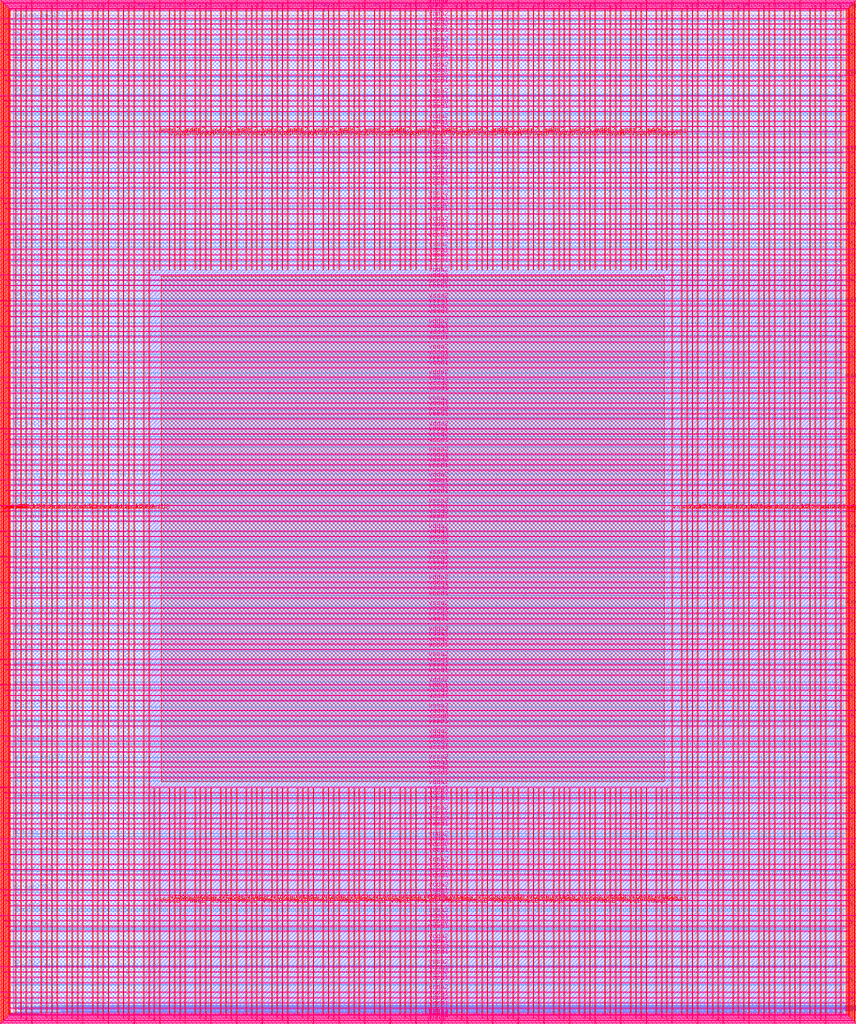
<source format=lef>
VERSION 5.7 ;
  NOWIREEXTENSIONATPIN ON ;
  DIVIDERCHAR "/" ;
  BUSBITCHARS "[]" ;
MACRO user_project_wrapper
  CLASS BLOCK ;
  FOREIGN user_project_wrapper ;
  ORIGIN 0.000 0.000 ;
  SIZE 2920.000 BY 3520.000 ;
  PIN analog_io[0]
    DIRECTION INOUT ;
    USE SIGNAL ;
    PORT
      LAYER met3 ;
        RECT 2917.600 1426.380 2924.800 1427.580 ;
    END
  END analog_io[0]
  PIN analog_io[10]
    DIRECTION INOUT ;
    USE SIGNAL ;
    PORT
      LAYER met2 ;
        RECT 2230.490 3517.600 2231.050 3524.800 ;
    END
  END analog_io[10]
  PIN analog_io[11]
    DIRECTION INOUT ;
    USE SIGNAL ;
    PORT
      LAYER met2 ;
        RECT 1905.730 3517.600 1906.290 3524.800 ;
    END
  END analog_io[11]
  PIN analog_io[12]
    DIRECTION INOUT ;
    USE SIGNAL ;
    PORT
      LAYER met2 ;
        RECT 1581.430 3517.600 1581.990 3524.800 ;
    END
  END analog_io[12]
  PIN analog_io[13]
    DIRECTION INOUT ;
    USE SIGNAL ;
    PORT
      LAYER met2 ;
        RECT 1257.130 3517.600 1257.690 3524.800 ;
    END
  END analog_io[13]
  PIN analog_io[14]
    DIRECTION INOUT ;
    USE SIGNAL ;
    PORT
      LAYER met2 ;
        RECT 932.370 3517.600 932.930 3524.800 ;
    END
  END analog_io[14]
  PIN analog_io[15]
    DIRECTION INOUT ;
    USE SIGNAL ;
    PORT
      LAYER met2 ;
        RECT 608.070 3517.600 608.630 3524.800 ;
    END
  END analog_io[15]
  PIN analog_io[16]
    DIRECTION INOUT ;
    USE SIGNAL ;
    PORT
      LAYER met2 ;
        RECT 283.770 3517.600 284.330 3524.800 ;
    END
  END analog_io[16]
  PIN analog_io[17]
    DIRECTION INOUT ;
    USE SIGNAL ;
    PORT
      LAYER met3 ;
        RECT -4.800 3486.100 2.400 3487.300 ;
    END
  END analog_io[17]
  PIN analog_io[18]
    DIRECTION INOUT ;
    USE SIGNAL ;
    PORT
      LAYER met3 ;
        RECT -4.800 3224.980 2.400 3226.180 ;
    END
  END analog_io[18]
  PIN analog_io[19]
    DIRECTION INOUT ;
    USE SIGNAL ;
    PORT
      LAYER met3 ;
        RECT -4.800 2964.540 2.400 2965.740 ;
    END
  END analog_io[19]
  PIN analog_io[1]
    DIRECTION INOUT ;
    USE SIGNAL ;
    PORT
      LAYER met3 ;
        RECT 2917.600 1692.260 2924.800 1693.460 ;
    END
  END analog_io[1]
  PIN analog_io[20]
    DIRECTION INOUT ;
    USE SIGNAL ;
    PORT
      LAYER met3 ;
        RECT -4.800 2703.420 2.400 2704.620 ;
    END
  END analog_io[20]
  PIN analog_io[21]
    DIRECTION INOUT ;
    USE SIGNAL ;
    PORT
      LAYER met3 ;
        RECT -4.800 2442.980 2.400 2444.180 ;
    END
  END analog_io[21]
  PIN analog_io[22]
    DIRECTION INOUT ;
    USE SIGNAL ;
    PORT
      LAYER met3 ;
        RECT -4.800 2182.540 2.400 2183.740 ;
    END
  END analog_io[22]
  PIN analog_io[23]
    DIRECTION INOUT ;
    USE SIGNAL ;
    PORT
      LAYER met3 ;
        RECT -4.800 1921.420 2.400 1922.620 ;
    END
  END analog_io[23]
  PIN analog_io[24]
    DIRECTION INOUT ;
    USE SIGNAL ;
    PORT
      LAYER met3 ;
        RECT -4.800 1660.980 2.400 1662.180 ;
    END
  END analog_io[24]
  PIN analog_io[25]
    DIRECTION INOUT ;
    USE SIGNAL ;
    PORT
      LAYER met3 ;
        RECT -4.800 1399.860 2.400 1401.060 ;
    END
  END analog_io[25]
  PIN analog_io[26]
    DIRECTION INOUT ;
    USE SIGNAL ;
    PORT
      LAYER met3 ;
        RECT -4.800 1139.420 2.400 1140.620 ;
    END
  END analog_io[26]
  PIN analog_io[27]
    DIRECTION INOUT ;
    USE SIGNAL ;
    PORT
      LAYER met3 ;
        RECT -4.800 878.980 2.400 880.180 ;
    END
  END analog_io[27]
  PIN analog_io[28]
    DIRECTION INOUT ;
    USE SIGNAL ;
    PORT
      LAYER met3 ;
        RECT -4.800 617.860 2.400 619.060 ;
    END
  END analog_io[28]
  PIN analog_io[2]
    DIRECTION INOUT ;
    USE SIGNAL ;
    PORT
      LAYER met3 ;
        RECT 2917.600 1958.140 2924.800 1959.340 ;
    END
  END analog_io[2]
  PIN analog_io[3]
    DIRECTION INOUT ;
    USE SIGNAL ;
    PORT
      LAYER met3 ;
        RECT 2917.600 2223.340 2924.800 2224.540 ;
    END
  END analog_io[3]
  PIN analog_io[4]
    DIRECTION INOUT ;
    USE SIGNAL ;
    PORT
      LAYER met3 ;
        RECT 2917.600 2489.220 2924.800 2490.420 ;
    END
  END analog_io[4]
  PIN analog_io[5]
    DIRECTION INOUT ;
    USE SIGNAL ;
    PORT
      LAYER met3 ;
        RECT 2917.600 2755.100 2924.800 2756.300 ;
    END
  END analog_io[5]
  PIN analog_io[6]
    DIRECTION INOUT ;
    USE SIGNAL ;
    PORT
      LAYER met3 ;
        RECT 2917.600 3020.300 2924.800 3021.500 ;
    END
  END analog_io[6]
  PIN analog_io[7]
    DIRECTION INOUT ;
    USE SIGNAL ;
    PORT
      LAYER met3 ;
        RECT 2917.600 3286.180 2924.800 3287.380 ;
    END
  END analog_io[7]
  PIN analog_io[8]
    DIRECTION INOUT ;
    USE SIGNAL ;
    PORT
      LAYER met2 ;
        RECT 2879.090 3517.600 2879.650 3524.800 ;
    END
  END analog_io[8]
  PIN analog_io[9]
    DIRECTION INOUT ;
    USE SIGNAL ;
    PORT
      LAYER met2 ;
        RECT 2554.790 3517.600 2555.350 3524.800 ;
    END
  END analog_io[9]
  PIN io_in[0]
    DIRECTION INPUT ;
    USE SIGNAL ;
    PORT
      LAYER met3 ;
        RECT 2917.600 32.380 2924.800 33.580 ;
    END
  END io_in[0]
  PIN io_in[10]
    DIRECTION INPUT ;
    USE SIGNAL ;
    PORT
      LAYER met3 ;
        RECT 2917.600 2289.980 2924.800 2291.180 ;
    END
  END io_in[10]
  PIN io_in[11]
    DIRECTION INPUT ;
    USE SIGNAL ;
    PORT
      LAYER met3 ;
        RECT 2917.600 2555.860 2924.800 2557.060 ;
    END
  END io_in[11]
  PIN io_in[12]
    DIRECTION INPUT ;
    USE SIGNAL ;
    PORT
      LAYER met3 ;
        RECT 2917.600 2821.060 2924.800 2822.260 ;
    END
  END io_in[12]
  PIN io_in[13]
    DIRECTION INPUT ;
    USE SIGNAL ;
    PORT
      LAYER met3 ;
        RECT 2917.600 3086.940 2924.800 3088.140 ;
    END
  END io_in[13]
  PIN io_in[14]
    DIRECTION INPUT ;
    USE SIGNAL ;
    PORT
      LAYER met3 ;
        RECT 2917.600 3352.820 2924.800 3354.020 ;
    END
  END io_in[14]
  PIN io_in[15]
    DIRECTION INPUT ;
    USE SIGNAL ;
    PORT
      LAYER met2 ;
        RECT 2798.130 3517.600 2798.690 3524.800 ;
    END
  END io_in[15]
  PIN io_in[16]
    DIRECTION INPUT ;
    USE SIGNAL ;
    PORT
      LAYER met2 ;
        RECT 2473.830 3517.600 2474.390 3524.800 ;
    END
  END io_in[16]
  PIN io_in[17]
    DIRECTION INPUT ;
    USE SIGNAL ;
    PORT
      LAYER met2 ;
        RECT 2149.070 3517.600 2149.630 3524.800 ;
    END
  END io_in[17]
  PIN io_in[18]
    DIRECTION INPUT ;
    USE SIGNAL ;
    PORT
      LAYER met2 ;
        RECT 1824.770 3517.600 1825.330 3524.800 ;
    END
  END io_in[18]
  PIN io_in[19]
    DIRECTION INPUT ;
    USE SIGNAL ;
    PORT
      LAYER met2 ;
        RECT 1500.470 3517.600 1501.030 3524.800 ;
    END
  END io_in[19]
  PIN io_in[1]
    DIRECTION INPUT ;
    USE SIGNAL ;
    PORT
      LAYER met3 ;
        RECT 2917.600 230.940 2924.800 232.140 ;
    END
  END io_in[1]
  PIN io_in[20]
    DIRECTION INPUT ;
    USE SIGNAL ;
    PORT
      LAYER met2 ;
        RECT 1175.710 3517.600 1176.270 3524.800 ;
    END
  END io_in[20]
  PIN io_in[21]
    DIRECTION INPUT ;
    USE SIGNAL ;
    PORT
      LAYER met2 ;
        RECT 851.410 3517.600 851.970 3524.800 ;
    END
  END io_in[21]
  PIN io_in[22]
    DIRECTION INPUT ;
    USE SIGNAL ;
    PORT
      LAYER met2 ;
        RECT 527.110 3517.600 527.670 3524.800 ;
    END
  END io_in[22]
  PIN io_in[23]
    DIRECTION INPUT ;
    USE SIGNAL ;
    PORT
      LAYER met2 ;
        RECT 202.350 3517.600 202.910 3524.800 ;
    END
  END io_in[23]
  PIN io_in[24]
    DIRECTION INPUT ;
    USE SIGNAL ;
    PORT
      LAYER met3 ;
        RECT -4.800 3420.820 2.400 3422.020 ;
    END
  END io_in[24]
  PIN io_in[25]
    DIRECTION INPUT ;
    USE SIGNAL ;
    PORT
      LAYER met3 ;
        RECT -4.800 3159.700 2.400 3160.900 ;
    END
  END io_in[25]
  PIN io_in[26]
    DIRECTION INPUT ;
    USE SIGNAL ;
    PORT
      LAYER met3 ;
        RECT -4.800 2899.260 2.400 2900.460 ;
    END
  END io_in[26]
  PIN io_in[27]
    DIRECTION INPUT ;
    USE SIGNAL ;
    PORT
      LAYER met3 ;
        RECT -4.800 2638.820 2.400 2640.020 ;
    END
  END io_in[27]
  PIN io_in[28]
    DIRECTION INPUT ;
    USE SIGNAL ;
    PORT
      LAYER met3 ;
        RECT -4.800 2377.700 2.400 2378.900 ;
    END
  END io_in[28]
  PIN io_in[29]
    DIRECTION INPUT ;
    USE SIGNAL ;
    PORT
      LAYER met3 ;
        RECT -4.800 2117.260 2.400 2118.460 ;
    END
  END io_in[29]
  PIN io_in[2]
    DIRECTION INPUT ;
    USE SIGNAL ;
    PORT
      LAYER met3 ;
        RECT 2917.600 430.180 2924.800 431.380 ;
    END
  END io_in[2]
  PIN io_in[30]
    DIRECTION INPUT ;
    USE SIGNAL ;
    PORT
      LAYER met3 ;
        RECT -4.800 1856.140 2.400 1857.340 ;
    END
  END io_in[30]
  PIN io_in[31]
    DIRECTION INPUT ;
    USE SIGNAL ;
    PORT
      LAYER met3 ;
        RECT -4.800 1595.700 2.400 1596.900 ;
    END
  END io_in[31]
  PIN io_in[32]
    DIRECTION INPUT ;
    USE SIGNAL ;
    PORT
      LAYER met3 ;
        RECT -4.800 1335.260 2.400 1336.460 ;
    END
  END io_in[32]
  PIN io_in[33]
    DIRECTION INPUT ;
    USE SIGNAL ;
    PORT
      LAYER met3 ;
        RECT -4.800 1074.140 2.400 1075.340 ;
    END
  END io_in[33]
  PIN io_in[34]
    DIRECTION INPUT ;
    USE SIGNAL ;
    PORT
      LAYER met3 ;
        RECT -4.800 813.700 2.400 814.900 ;
    END
  END io_in[34]
  PIN io_in[35]
    DIRECTION INPUT ;
    USE SIGNAL ;
    PORT
      LAYER met3 ;
        RECT -4.800 552.580 2.400 553.780 ;
    END
  END io_in[35]
  PIN io_in[36]
    DIRECTION INPUT ;
    USE SIGNAL ;
    PORT
      LAYER met3 ;
        RECT -4.800 357.420 2.400 358.620 ;
    END
  END io_in[36]
  PIN io_in[37]
    DIRECTION INPUT ;
    USE SIGNAL ;
    PORT
      LAYER met3 ;
        RECT -4.800 161.580 2.400 162.780 ;
    END
  END io_in[37]
  PIN io_in[3]
    DIRECTION INPUT ;
    USE SIGNAL ;
    PORT
      LAYER met3 ;
        RECT 2917.600 629.420 2924.800 630.620 ;
    END
  END io_in[3]
  PIN io_in[4]
    DIRECTION INPUT ;
    USE SIGNAL ;
    PORT
      LAYER met3 ;
        RECT 2917.600 828.660 2924.800 829.860 ;
    END
  END io_in[4]
  PIN io_in[5]
    DIRECTION INPUT ;
    USE SIGNAL ;
    PORT
      LAYER met3 ;
        RECT 2917.600 1027.900 2924.800 1029.100 ;
    END
  END io_in[5]
  PIN io_in[6]
    DIRECTION INPUT ;
    USE SIGNAL ;
    PORT
      LAYER met3 ;
        RECT 2917.600 1227.140 2924.800 1228.340 ;
    END
  END io_in[6]
  PIN io_in[7]
    DIRECTION INPUT ;
    USE SIGNAL ;
    PORT
      LAYER met3 ;
        RECT 2917.600 1493.020 2924.800 1494.220 ;
    END
  END io_in[7]
  PIN io_in[8]
    DIRECTION INPUT ;
    USE SIGNAL ;
    PORT
      LAYER met3 ;
        RECT 2917.600 1758.900 2924.800 1760.100 ;
    END
  END io_in[8]
  PIN io_in[9]
    DIRECTION INPUT ;
    USE SIGNAL ;
    PORT
      LAYER met3 ;
        RECT 2917.600 2024.100 2924.800 2025.300 ;
    END
  END io_in[9]
  PIN io_oeb[0]
    DIRECTION OUTPUT TRISTATE ;
    USE SIGNAL ;
    PORT
      LAYER met3 ;
        RECT 2917.600 164.980 2924.800 166.180 ;
    END
  END io_oeb[0]
  PIN io_oeb[10]
    DIRECTION OUTPUT TRISTATE ;
    USE SIGNAL ;
    PORT
      LAYER met3 ;
        RECT 2917.600 2422.580 2924.800 2423.780 ;
    END
  END io_oeb[10]
  PIN io_oeb[11]
    DIRECTION OUTPUT TRISTATE ;
    USE SIGNAL ;
    PORT
      LAYER met3 ;
        RECT 2917.600 2688.460 2924.800 2689.660 ;
    END
  END io_oeb[11]
  PIN io_oeb[12]
    DIRECTION OUTPUT TRISTATE ;
    USE SIGNAL ;
    PORT
      LAYER met3 ;
        RECT 2917.600 2954.340 2924.800 2955.540 ;
    END
  END io_oeb[12]
  PIN io_oeb[13]
    DIRECTION OUTPUT TRISTATE ;
    USE SIGNAL ;
    PORT
      LAYER met3 ;
        RECT 2917.600 3219.540 2924.800 3220.740 ;
    END
  END io_oeb[13]
  PIN io_oeb[14]
    DIRECTION OUTPUT TRISTATE ;
    USE SIGNAL ;
    PORT
      LAYER met3 ;
        RECT 2917.600 3485.420 2924.800 3486.620 ;
    END
  END io_oeb[14]
  PIN io_oeb[15]
    DIRECTION OUTPUT TRISTATE ;
    USE SIGNAL ;
    PORT
      LAYER met2 ;
        RECT 2635.750 3517.600 2636.310 3524.800 ;
    END
  END io_oeb[15]
  PIN io_oeb[16]
    DIRECTION OUTPUT TRISTATE ;
    USE SIGNAL ;
    PORT
      LAYER met2 ;
        RECT 2311.450 3517.600 2312.010 3524.800 ;
    END
  END io_oeb[16]
  PIN io_oeb[17]
    DIRECTION OUTPUT TRISTATE ;
    USE SIGNAL ;
    PORT
      LAYER met2 ;
        RECT 1987.150 3517.600 1987.710 3524.800 ;
    END
  END io_oeb[17]
  PIN io_oeb[18]
    DIRECTION OUTPUT TRISTATE ;
    USE SIGNAL ;
    PORT
      LAYER met2 ;
        RECT 1662.390 3517.600 1662.950 3524.800 ;
    END
  END io_oeb[18]
  PIN io_oeb[19]
    DIRECTION OUTPUT TRISTATE ;
    USE SIGNAL ;
    PORT
      LAYER met2 ;
        RECT 1338.090 3517.600 1338.650 3524.800 ;
    END
  END io_oeb[19]
  PIN io_oeb[1]
    DIRECTION OUTPUT TRISTATE ;
    USE SIGNAL ;
    PORT
      LAYER met3 ;
        RECT 2917.600 364.220 2924.800 365.420 ;
    END
  END io_oeb[1]
  PIN io_oeb[20]
    DIRECTION OUTPUT TRISTATE ;
    USE SIGNAL ;
    PORT
      LAYER met2 ;
        RECT 1013.790 3517.600 1014.350 3524.800 ;
    END
  END io_oeb[20]
  PIN io_oeb[21]
    DIRECTION OUTPUT TRISTATE ;
    USE SIGNAL ;
    PORT
      LAYER met2 ;
        RECT 689.030 3517.600 689.590 3524.800 ;
    END
  END io_oeb[21]
  PIN io_oeb[22]
    DIRECTION OUTPUT TRISTATE ;
    USE SIGNAL ;
    PORT
      LAYER met2 ;
        RECT 364.730 3517.600 365.290 3524.800 ;
    END
  END io_oeb[22]
  PIN io_oeb[23]
    DIRECTION OUTPUT TRISTATE ;
    USE SIGNAL ;
    PORT
      LAYER met2 ;
        RECT 40.430 3517.600 40.990 3524.800 ;
    END
  END io_oeb[23]
  PIN io_oeb[24]
    DIRECTION OUTPUT TRISTATE ;
    USE SIGNAL ;
    PORT
      LAYER met3 ;
        RECT -4.800 3290.260 2.400 3291.460 ;
    END
  END io_oeb[24]
  PIN io_oeb[25]
    DIRECTION OUTPUT TRISTATE ;
    USE SIGNAL ;
    PORT
      LAYER met3 ;
        RECT -4.800 3029.820 2.400 3031.020 ;
    END
  END io_oeb[25]
  PIN io_oeb[26]
    DIRECTION OUTPUT TRISTATE ;
    USE SIGNAL ;
    PORT
      LAYER met3 ;
        RECT -4.800 2768.700 2.400 2769.900 ;
    END
  END io_oeb[26]
  PIN io_oeb[27]
    DIRECTION OUTPUT TRISTATE ;
    USE SIGNAL ;
    PORT
      LAYER met3 ;
        RECT -4.800 2508.260 2.400 2509.460 ;
    END
  END io_oeb[27]
  PIN io_oeb[28]
    DIRECTION OUTPUT TRISTATE ;
    USE SIGNAL ;
    PORT
      LAYER met3 ;
        RECT -4.800 2247.140 2.400 2248.340 ;
    END
  END io_oeb[28]
  PIN io_oeb[29]
    DIRECTION OUTPUT TRISTATE ;
    USE SIGNAL ;
    PORT
      LAYER met3 ;
        RECT -4.800 1986.700 2.400 1987.900 ;
    END
  END io_oeb[29]
  PIN io_oeb[2]
    DIRECTION OUTPUT TRISTATE ;
    USE SIGNAL ;
    PORT
      LAYER met3 ;
        RECT 2917.600 563.460 2924.800 564.660 ;
    END
  END io_oeb[2]
  PIN io_oeb[30]
    DIRECTION OUTPUT TRISTATE ;
    USE SIGNAL ;
    PORT
      LAYER met3 ;
        RECT -4.800 1726.260 2.400 1727.460 ;
    END
  END io_oeb[30]
  PIN io_oeb[31]
    DIRECTION OUTPUT TRISTATE ;
    USE SIGNAL ;
    PORT
      LAYER met3 ;
        RECT -4.800 1465.140 2.400 1466.340 ;
    END
  END io_oeb[31]
  PIN io_oeb[32]
    DIRECTION OUTPUT TRISTATE ;
    USE SIGNAL ;
    PORT
      LAYER met3 ;
        RECT -4.800 1204.700 2.400 1205.900 ;
    END
  END io_oeb[32]
  PIN io_oeb[33]
    DIRECTION OUTPUT TRISTATE ;
    USE SIGNAL ;
    PORT
      LAYER met3 ;
        RECT -4.800 943.580 2.400 944.780 ;
    END
  END io_oeb[33]
  PIN io_oeb[34]
    DIRECTION OUTPUT TRISTATE ;
    USE SIGNAL ;
    PORT
      LAYER met3 ;
        RECT -4.800 683.140 2.400 684.340 ;
    END
  END io_oeb[34]
  PIN io_oeb[35]
    DIRECTION OUTPUT TRISTATE ;
    USE SIGNAL ;
    PORT
      LAYER met3 ;
        RECT -4.800 422.700 2.400 423.900 ;
    END
  END io_oeb[35]
  PIN io_oeb[36]
    DIRECTION OUTPUT TRISTATE ;
    USE SIGNAL ;
    PORT
      LAYER met3 ;
        RECT -4.800 226.860 2.400 228.060 ;
    END
  END io_oeb[36]
  PIN io_oeb[37]
    DIRECTION OUTPUT TRISTATE ;
    USE SIGNAL ;
    PORT
      LAYER met3 ;
        RECT -4.800 31.700 2.400 32.900 ;
    END
  END io_oeb[37]
  PIN io_oeb[3]
    DIRECTION OUTPUT TRISTATE ;
    USE SIGNAL ;
    PORT
      LAYER met3 ;
        RECT 2917.600 762.700 2924.800 763.900 ;
    END
  END io_oeb[3]
  PIN io_oeb[4]
    DIRECTION OUTPUT TRISTATE ;
    USE SIGNAL ;
    PORT
      LAYER met3 ;
        RECT 2917.600 961.940 2924.800 963.140 ;
    END
  END io_oeb[4]
  PIN io_oeb[5]
    DIRECTION OUTPUT TRISTATE ;
    USE SIGNAL ;
    PORT
      LAYER met3 ;
        RECT 2917.600 1161.180 2924.800 1162.380 ;
    END
  END io_oeb[5]
  PIN io_oeb[6]
    DIRECTION OUTPUT TRISTATE ;
    USE SIGNAL ;
    PORT
      LAYER met3 ;
        RECT 2917.600 1360.420 2924.800 1361.620 ;
    END
  END io_oeb[6]
  PIN io_oeb[7]
    DIRECTION OUTPUT TRISTATE ;
    USE SIGNAL ;
    PORT
      LAYER met3 ;
        RECT 2917.600 1625.620 2924.800 1626.820 ;
    END
  END io_oeb[7]
  PIN io_oeb[8]
    DIRECTION OUTPUT TRISTATE ;
    USE SIGNAL ;
    PORT
      LAYER met3 ;
        RECT 2917.600 1891.500 2924.800 1892.700 ;
    END
  END io_oeb[8]
  PIN io_oeb[9]
    DIRECTION OUTPUT TRISTATE ;
    USE SIGNAL ;
    PORT
      LAYER met3 ;
        RECT 2917.600 2157.380 2924.800 2158.580 ;
    END
  END io_oeb[9]
  PIN io_out[0]
    DIRECTION OUTPUT TRISTATE ;
    USE SIGNAL ;
    PORT
      LAYER met3 ;
        RECT 2917.600 98.340 2924.800 99.540 ;
    END
  END io_out[0]
  PIN io_out[10]
    DIRECTION OUTPUT TRISTATE ;
    USE SIGNAL ;
    PORT
      LAYER met3 ;
        RECT 2917.600 2356.620 2924.800 2357.820 ;
    END
  END io_out[10]
  PIN io_out[11]
    DIRECTION OUTPUT TRISTATE ;
    USE SIGNAL ;
    PORT
      LAYER met3 ;
        RECT 2917.600 2621.820 2924.800 2623.020 ;
    END
  END io_out[11]
  PIN io_out[12]
    DIRECTION OUTPUT TRISTATE ;
    USE SIGNAL ;
    PORT
      LAYER met3 ;
        RECT 2917.600 2887.700 2924.800 2888.900 ;
    END
  END io_out[12]
  PIN io_out[13]
    DIRECTION OUTPUT TRISTATE ;
    USE SIGNAL ;
    PORT
      LAYER met3 ;
        RECT 2917.600 3153.580 2924.800 3154.780 ;
    END
  END io_out[13]
  PIN io_out[14]
    DIRECTION OUTPUT TRISTATE ;
    USE SIGNAL ;
    PORT
      LAYER met3 ;
        RECT 2917.600 3418.780 2924.800 3419.980 ;
    END
  END io_out[14]
  PIN io_out[15]
    DIRECTION OUTPUT TRISTATE ;
    USE SIGNAL ;
    PORT
      LAYER met2 ;
        RECT 2717.170 3517.600 2717.730 3524.800 ;
    END
  END io_out[15]
  PIN io_out[16]
    DIRECTION OUTPUT TRISTATE ;
    USE SIGNAL ;
    PORT
      LAYER met2 ;
        RECT 2392.410 3517.600 2392.970 3524.800 ;
    END
  END io_out[16]
  PIN io_out[17]
    DIRECTION OUTPUT TRISTATE ;
    USE SIGNAL ;
    PORT
      LAYER met2 ;
        RECT 2068.110 3517.600 2068.670 3524.800 ;
    END
  END io_out[17]
  PIN io_out[18]
    DIRECTION OUTPUT TRISTATE ;
    USE SIGNAL ;
    PORT
      LAYER met2 ;
        RECT 1743.810 3517.600 1744.370 3524.800 ;
    END
  END io_out[18]
  PIN io_out[19]
    DIRECTION OUTPUT TRISTATE ;
    USE SIGNAL ;
    PORT
      LAYER met2 ;
        RECT 1419.050 3517.600 1419.610 3524.800 ;
    END
  END io_out[19]
  PIN io_out[1]
    DIRECTION OUTPUT TRISTATE ;
    USE SIGNAL ;
    PORT
      LAYER met3 ;
        RECT 2917.600 297.580 2924.800 298.780 ;
    END
  END io_out[1]
  PIN io_out[20]
    DIRECTION OUTPUT TRISTATE ;
    USE SIGNAL ;
    PORT
      LAYER met2 ;
        RECT 1094.750 3517.600 1095.310 3524.800 ;
    END
  END io_out[20]
  PIN io_out[21]
    DIRECTION OUTPUT TRISTATE ;
    USE SIGNAL ;
    PORT
      LAYER met2 ;
        RECT 770.450 3517.600 771.010 3524.800 ;
    END
  END io_out[21]
  PIN io_out[22]
    DIRECTION OUTPUT TRISTATE ;
    USE SIGNAL ;
    PORT
      LAYER met2 ;
        RECT 445.690 3517.600 446.250 3524.800 ;
    END
  END io_out[22]
  PIN io_out[23]
    DIRECTION OUTPUT TRISTATE ;
    USE SIGNAL ;
    PORT
      LAYER met2 ;
        RECT 121.390 3517.600 121.950 3524.800 ;
    END
  END io_out[23]
  PIN io_out[24]
    DIRECTION OUTPUT TRISTATE ;
    USE SIGNAL ;
    PORT
      LAYER met3 ;
        RECT -4.800 3355.540 2.400 3356.740 ;
    END
  END io_out[24]
  PIN io_out[25]
    DIRECTION OUTPUT TRISTATE ;
    USE SIGNAL ;
    PORT
      LAYER met3 ;
        RECT -4.800 3095.100 2.400 3096.300 ;
    END
  END io_out[25]
  PIN io_out[26]
    DIRECTION OUTPUT TRISTATE ;
    USE SIGNAL ;
    PORT
      LAYER met3 ;
        RECT -4.800 2833.980 2.400 2835.180 ;
    END
  END io_out[26]
  PIN io_out[27]
    DIRECTION OUTPUT TRISTATE ;
    USE SIGNAL ;
    PORT
      LAYER met3 ;
        RECT -4.800 2573.540 2.400 2574.740 ;
    END
  END io_out[27]
  PIN io_out[28]
    DIRECTION OUTPUT TRISTATE ;
    USE SIGNAL ;
    PORT
      LAYER met3 ;
        RECT -4.800 2312.420 2.400 2313.620 ;
    END
  END io_out[28]
  PIN io_out[29]
    DIRECTION OUTPUT TRISTATE ;
    USE SIGNAL ;
    PORT
      LAYER met3 ;
        RECT -4.800 2051.980 2.400 2053.180 ;
    END
  END io_out[29]
  PIN io_out[2]
    DIRECTION OUTPUT TRISTATE ;
    USE SIGNAL ;
    PORT
      LAYER met3 ;
        RECT 2917.600 496.820 2924.800 498.020 ;
    END
  END io_out[2]
  PIN io_out[30]
    DIRECTION OUTPUT TRISTATE ;
    USE SIGNAL ;
    PORT
      LAYER met3 ;
        RECT -4.800 1791.540 2.400 1792.740 ;
    END
  END io_out[30]
  PIN io_out[31]
    DIRECTION OUTPUT TRISTATE ;
    USE SIGNAL ;
    PORT
      LAYER met3 ;
        RECT -4.800 1530.420 2.400 1531.620 ;
    END
  END io_out[31]
  PIN io_out[32]
    DIRECTION OUTPUT TRISTATE ;
    USE SIGNAL ;
    PORT
      LAYER met3 ;
        RECT -4.800 1269.980 2.400 1271.180 ;
    END
  END io_out[32]
  PIN io_out[33]
    DIRECTION OUTPUT TRISTATE ;
    USE SIGNAL ;
    PORT
      LAYER met3 ;
        RECT -4.800 1008.860 2.400 1010.060 ;
    END
  END io_out[33]
  PIN io_out[34]
    DIRECTION OUTPUT TRISTATE ;
    USE SIGNAL ;
    PORT
      LAYER met3 ;
        RECT -4.800 748.420 2.400 749.620 ;
    END
  END io_out[34]
  PIN io_out[35]
    DIRECTION OUTPUT TRISTATE ;
    USE SIGNAL ;
    PORT
      LAYER met3 ;
        RECT -4.800 487.300 2.400 488.500 ;
    END
  END io_out[35]
  PIN io_out[36]
    DIRECTION OUTPUT TRISTATE ;
    USE SIGNAL ;
    PORT
      LAYER met3 ;
        RECT -4.800 292.140 2.400 293.340 ;
    END
  END io_out[36]
  PIN io_out[37]
    DIRECTION OUTPUT TRISTATE ;
    USE SIGNAL ;
    PORT
      LAYER met3 ;
        RECT -4.800 96.300 2.400 97.500 ;
    END
  END io_out[37]
  PIN io_out[3]
    DIRECTION OUTPUT TRISTATE ;
    USE SIGNAL ;
    PORT
      LAYER met3 ;
        RECT 2917.600 696.060 2924.800 697.260 ;
    END
  END io_out[3]
  PIN io_out[4]
    DIRECTION OUTPUT TRISTATE ;
    USE SIGNAL ;
    PORT
      LAYER met3 ;
        RECT 2917.600 895.300 2924.800 896.500 ;
    END
  END io_out[4]
  PIN io_out[5]
    DIRECTION OUTPUT TRISTATE ;
    USE SIGNAL ;
    PORT
      LAYER met3 ;
        RECT 2917.600 1094.540 2924.800 1095.740 ;
    END
  END io_out[5]
  PIN io_out[6]
    DIRECTION OUTPUT TRISTATE ;
    USE SIGNAL ;
    PORT
      LAYER met3 ;
        RECT 2917.600 1293.780 2924.800 1294.980 ;
    END
  END io_out[6]
  PIN io_out[7]
    DIRECTION OUTPUT TRISTATE ;
    USE SIGNAL ;
    PORT
      LAYER met3 ;
        RECT 2917.600 1559.660 2924.800 1560.860 ;
    END
  END io_out[7]
  PIN io_out[8]
    DIRECTION OUTPUT TRISTATE ;
    USE SIGNAL ;
    PORT
      LAYER met3 ;
        RECT 2917.600 1824.860 2924.800 1826.060 ;
    END
  END io_out[8]
  PIN io_out[9]
    DIRECTION OUTPUT TRISTATE ;
    USE SIGNAL ;
    PORT
      LAYER met3 ;
        RECT 2917.600 2090.740 2924.800 2091.940 ;
    END
  END io_out[9]
  PIN la_data_in[0]
    DIRECTION INPUT ;
    USE SIGNAL ;
    PORT
      LAYER met2 ;
        RECT 629.230 -4.800 629.790 2.400 ;
    END
  END la_data_in[0]
  PIN la_data_in[100]
    DIRECTION INPUT ;
    USE SIGNAL ;
    PORT
      LAYER met2 ;
        RECT 2402.530 -4.800 2403.090 2.400 ;
    END
  END la_data_in[100]
  PIN la_data_in[101]
    DIRECTION INPUT ;
    USE SIGNAL ;
    PORT
      LAYER met2 ;
        RECT 2420.010 -4.800 2420.570 2.400 ;
    END
  END la_data_in[101]
  PIN la_data_in[102]
    DIRECTION INPUT ;
    USE SIGNAL ;
    PORT
      LAYER met2 ;
        RECT 2437.950 -4.800 2438.510 2.400 ;
    END
  END la_data_in[102]
  PIN la_data_in[103]
    DIRECTION INPUT ;
    USE SIGNAL ;
    PORT
      LAYER met2 ;
        RECT 2455.430 -4.800 2455.990 2.400 ;
    END
  END la_data_in[103]
  PIN la_data_in[104]
    DIRECTION INPUT ;
    USE SIGNAL ;
    PORT
      LAYER met2 ;
        RECT 2473.370 -4.800 2473.930 2.400 ;
    END
  END la_data_in[104]
  PIN la_data_in[105]
    DIRECTION INPUT ;
    USE SIGNAL ;
    PORT
      LAYER met2 ;
        RECT 2490.850 -4.800 2491.410 2.400 ;
    END
  END la_data_in[105]
  PIN la_data_in[106]
    DIRECTION INPUT ;
    USE SIGNAL ;
    PORT
      LAYER met2 ;
        RECT 2508.790 -4.800 2509.350 2.400 ;
    END
  END la_data_in[106]
  PIN la_data_in[107]
    DIRECTION INPUT ;
    USE SIGNAL ;
    PORT
      LAYER met2 ;
        RECT 2526.730 -4.800 2527.290 2.400 ;
    END
  END la_data_in[107]
  PIN la_data_in[108]
    DIRECTION INPUT ;
    USE SIGNAL ;
    PORT
      LAYER met2 ;
        RECT 2544.210 -4.800 2544.770 2.400 ;
    END
  END la_data_in[108]
  PIN la_data_in[109]
    DIRECTION INPUT ;
    USE SIGNAL ;
    PORT
      LAYER met2 ;
        RECT 2562.150 -4.800 2562.710 2.400 ;
    END
  END la_data_in[109]
  PIN la_data_in[10]
    DIRECTION INPUT ;
    USE SIGNAL ;
    PORT
      LAYER met2 ;
        RECT 806.330 -4.800 806.890 2.400 ;
    END
  END la_data_in[10]
  PIN la_data_in[110]
    DIRECTION INPUT ;
    USE SIGNAL ;
    PORT
      LAYER met2 ;
        RECT 2579.630 -4.800 2580.190 2.400 ;
    END
  END la_data_in[110]
  PIN la_data_in[111]
    DIRECTION INPUT ;
    USE SIGNAL ;
    PORT
      LAYER met2 ;
        RECT 2597.570 -4.800 2598.130 2.400 ;
    END
  END la_data_in[111]
  PIN la_data_in[112]
    DIRECTION INPUT ;
    USE SIGNAL ;
    PORT
      LAYER met2 ;
        RECT 2615.050 -4.800 2615.610 2.400 ;
    END
  END la_data_in[112]
  PIN la_data_in[113]
    DIRECTION INPUT ;
    USE SIGNAL ;
    PORT
      LAYER met2 ;
        RECT 2632.990 -4.800 2633.550 2.400 ;
    END
  END la_data_in[113]
  PIN la_data_in[114]
    DIRECTION INPUT ;
    USE SIGNAL ;
    PORT
      LAYER met2 ;
        RECT 2650.470 -4.800 2651.030 2.400 ;
    END
  END la_data_in[114]
  PIN la_data_in[115]
    DIRECTION INPUT ;
    USE SIGNAL ;
    PORT
      LAYER met2 ;
        RECT 2668.410 -4.800 2668.970 2.400 ;
    END
  END la_data_in[115]
  PIN la_data_in[116]
    DIRECTION INPUT ;
    USE SIGNAL ;
    PORT
      LAYER met2 ;
        RECT 2685.890 -4.800 2686.450 2.400 ;
    END
  END la_data_in[116]
  PIN la_data_in[117]
    DIRECTION INPUT ;
    USE SIGNAL ;
    PORT
      LAYER met2 ;
        RECT 2703.830 -4.800 2704.390 2.400 ;
    END
  END la_data_in[117]
  PIN la_data_in[118]
    DIRECTION INPUT ;
    USE SIGNAL ;
    PORT
      LAYER met2 ;
        RECT 2721.770 -4.800 2722.330 2.400 ;
    END
  END la_data_in[118]
  PIN la_data_in[119]
    DIRECTION INPUT ;
    USE SIGNAL ;
    PORT
      LAYER met2 ;
        RECT 2739.250 -4.800 2739.810 2.400 ;
    END
  END la_data_in[119]
  PIN la_data_in[11]
    DIRECTION INPUT ;
    USE SIGNAL ;
    PORT
      LAYER met2 ;
        RECT 824.270 -4.800 824.830 2.400 ;
    END
  END la_data_in[11]
  PIN la_data_in[120]
    DIRECTION INPUT ;
    USE SIGNAL ;
    PORT
      LAYER met2 ;
        RECT 2757.190 -4.800 2757.750 2.400 ;
    END
  END la_data_in[120]
  PIN la_data_in[121]
    DIRECTION INPUT ;
    USE SIGNAL ;
    PORT
      LAYER met2 ;
        RECT 2774.670 -4.800 2775.230 2.400 ;
    END
  END la_data_in[121]
  PIN la_data_in[122]
    DIRECTION INPUT ;
    USE SIGNAL ;
    PORT
      LAYER met2 ;
        RECT 2792.610 -4.800 2793.170 2.400 ;
    END
  END la_data_in[122]
  PIN la_data_in[123]
    DIRECTION INPUT ;
    USE SIGNAL ;
    PORT
      LAYER met2 ;
        RECT 2810.090 -4.800 2810.650 2.400 ;
    END
  END la_data_in[123]
  PIN la_data_in[124]
    DIRECTION INPUT ;
    USE SIGNAL ;
    PORT
      LAYER met2 ;
        RECT 2828.030 -4.800 2828.590 2.400 ;
    END
  END la_data_in[124]
  PIN la_data_in[125]
    DIRECTION INPUT ;
    USE SIGNAL ;
    PORT
      LAYER met2 ;
        RECT 2845.510 -4.800 2846.070 2.400 ;
    END
  END la_data_in[125]
  PIN la_data_in[126]
    DIRECTION INPUT ;
    USE SIGNAL ;
    PORT
      LAYER met2 ;
        RECT 2863.450 -4.800 2864.010 2.400 ;
    END
  END la_data_in[126]
  PIN la_data_in[127]
    DIRECTION INPUT ;
    USE SIGNAL ;
    PORT
      LAYER met2 ;
        RECT 2881.390 -4.800 2881.950 2.400 ;
    END
  END la_data_in[127]
  PIN la_data_in[12]
    DIRECTION INPUT ;
    USE SIGNAL ;
    PORT
      LAYER met2 ;
        RECT 841.750 -4.800 842.310 2.400 ;
    END
  END la_data_in[12]
  PIN la_data_in[13]
    DIRECTION INPUT ;
    USE SIGNAL ;
    PORT
      LAYER met2 ;
        RECT 859.690 -4.800 860.250 2.400 ;
    END
  END la_data_in[13]
  PIN la_data_in[14]
    DIRECTION INPUT ;
    USE SIGNAL ;
    PORT
      LAYER met2 ;
        RECT 877.170 -4.800 877.730 2.400 ;
    END
  END la_data_in[14]
  PIN la_data_in[15]
    DIRECTION INPUT ;
    USE SIGNAL ;
    PORT
      LAYER met2 ;
        RECT 895.110 -4.800 895.670 2.400 ;
    END
  END la_data_in[15]
  PIN la_data_in[16]
    DIRECTION INPUT ;
    USE SIGNAL ;
    PORT
      LAYER met2 ;
        RECT 912.590 -4.800 913.150 2.400 ;
    END
  END la_data_in[16]
  PIN la_data_in[17]
    DIRECTION INPUT ;
    USE SIGNAL ;
    PORT
      LAYER met2 ;
        RECT 930.530 -4.800 931.090 2.400 ;
    END
  END la_data_in[17]
  PIN la_data_in[18]
    DIRECTION INPUT ;
    USE SIGNAL ;
    PORT
      LAYER met2 ;
        RECT 948.470 -4.800 949.030 2.400 ;
    END
  END la_data_in[18]
  PIN la_data_in[19]
    DIRECTION INPUT ;
    USE SIGNAL ;
    PORT
      LAYER met2 ;
        RECT 965.950 -4.800 966.510 2.400 ;
    END
  END la_data_in[19]
  PIN la_data_in[1]
    DIRECTION INPUT ;
    USE SIGNAL ;
    PORT
      LAYER met2 ;
        RECT 646.710 -4.800 647.270 2.400 ;
    END
  END la_data_in[1]
  PIN la_data_in[20]
    DIRECTION INPUT ;
    USE SIGNAL ;
    PORT
      LAYER met2 ;
        RECT 983.890 -4.800 984.450 2.400 ;
    END
  END la_data_in[20]
  PIN la_data_in[21]
    DIRECTION INPUT ;
    USE SIGNAL ;
    PORT
      LAYER met2 ;
        RECT 1001.370 -4.800 1001.930 2.400 ;
    END
  END la_data_in[21]
  PIN la_data_in[22]
    DIRECTION INPUT ;
    USE SIGNAL ;
    PORT
      LAYER met2 ;
        RECT 1019.310 -4.800 1019.870 2.400 ;
    END
  END la_data_in[22]
  PIN la_data_in[23]
    DIRECTION INPUT ;
    USE SIGNAL ;
    PORT
      LAYER met2 ;
        RECT 1036.790 -4.800 1037.350 2.400 ;
    END
  END la_data_in[23]
  PIN la_data_in[24]
    DIRECTION INPUT ;
    USE SIGNAL ;
    PORT
      LAYER met2 ;
        RECT 1054.730 -4.800 1055.290 2.400 ;
    END
  END la_data_in[24]
  PIN la_data_in[25]
    DIRECTION INPUT ;
    USE SIGNAL ;
    PORT
      LAYER met2 ;
        RECT 1072.210 -4.800 1072.770 2.400 ;
    END
  END la_data_in[25]
  PIN la_data_in[26]
    DIRECTION INPUT ;
    USE SIGNAL ;
    PORT
      LAYER met2 ;
        RECT 1090.150 -4.800 1090.710 2.400 ;
    END
  END la_data_in[26]
  PIN la_data_in[27]
    DIRECTION INPUT ;
    USE SIGNAL ;
    PORT
      LAYER met2 ;
        RECT 1107.630 -4.800 1108.190 2.400 ;
    END
  END la_data_in[27]
  PIN la_data_in[28]
    DIRECTION INPUT ;
    USE SIGNAL ;
    PORT
      LAYER met2 ;
        RECT 1125.570 -4.800 1126.130 2.400 ;
    END
  END la_data_in[28]
  PIN la_data_in[29]
    DIRECTION INPUT ;
    USE SIGNAL ;
    PORT
      LAYER met2 ;
        RECT 1143.510 -4.800 1144.070 2.400 ;
    END
  END la_data_in[29]
  PIN la_data_in[2]
    DIRECTION INPUT ;
    USE SIGNAL ;
    PORT
      LAYER met2 ;
        RECT 664.650 -4.800 665.210 2.400 ;
    END
  END la_data_in[2]
  PIN la_data_in[30]
    DIRECTION INPUT ;
    USE SIGNAL ;
    PORT
      LAYER met2 ;
        RECT 1160.990 -4.800 1161.550 2.400 ;
    END
  END la_data_in[30]
  PIN la_data_in[31]
    DIRECTION INPUT ;
    USE SIGNAL ;
    PORT
      LAYER met2 ;
        RECT 1178.930 -4.800 1179.490 2.400 ;
    END
  END la_data_in[31]
  PIN la_data_in[32]
    DIRECTION INPUT ;
    USE SIGNAL ;
    PORT
      LAYER met2 ;
        RECT 1196.410 -4.800 1196.970 2.400 ;
    END
  END la_data_in[32]
  PIN la_data_in[33]
    DIRECTION INPUT ;
    USE SIGNAL ;
    PORT
      LAYER met2 ;
        RECT 1214.350 -4.800 1214.910 2.400 ;
    END
  END la_data_in[33]
  PIN la_data_in[34]
    DIRECTION INPUT ;
    USE SIGNAL ;
    PORT
      LAYER met2 ;
        RECT 1231.830 -4.800 1232.390 2.400 ;
    END
  END la_data_in[34]
  PIN la_data_in[35]
    DIRECTION INPUT ;
    USE SIGNAL ;
    PORT
      LAYER met2 ;
        RECT 1249.770 -4.800 1250.330 2.400 ;
    END
  END la_data_in[35]
  PIN la_data_in[36]
    DIRECTION INPUT ;
    USE SIGNAL ;
    PORT
      LAYER met2 ;
        RECT 1267.250 -4.800 1267.810 2.400 ;
    END
  END la_data_in[36]
  PIN la_data_in[37]
    DIRECTION INPUT ;
    USE SIGNAL ;
    PORT
      LAYER met2 ;
        RECT 1285.190 -4.800 1285.750 2.400 ;
    END
  END la_data_in[37]
  PIN la_data_in[38]
    DIRECTION INPUT ;
    USE SIGNAL ;
    PORT
      LAYER met2 ;
        RECT 1303.130 -4.800 1303.690 2.400 ;
    END
  END la_data_in[38]
  PIN la_data_in[39]
    DIRECTION INPUT ;
    USE SIGNAL ;
    PORT
      LAYER met2 ;
        RECT 1320.610 -4.800 1321.170 2.400 ;
    END
  END la_data_in[39]
  PIN la_data_in[3]
    DIRECTION INPUT ;
    USE SIGNAL ;
    PORT
      LAYER met2 ;
        RECT 682.130 -4.800 682.690 2.400 ;
    END
  END la_data_in[3]
  PIN la_data_in[40]
    DIRECTION INPUT ;
    USE SIGNAL ;
    PORT
      LAYER met2 ;
        RECT 1338.550 -4.800 1339.110 2.400 ;
    END
  END la_data_in[40]
  PIN la_data_in[41]
    DIRECTION INPUT ;
    USE SIGNAL ;
    PORT
      LAYER met2 ;
        RECT 1356.030 -4.800 1356.590 2.400 ;
    END
  END la_data_in[41]
  PIN la_data_in[42]
    DIRECTION INPUT ;
    USE SIGNAL ;
    PORT
      LAYER met2 ;
        RECT 1373.970 -4.800 1374.530 2.400 ;
    END
  END la_data_in[42]
  PIN la_data_in[43]
    DIRECTION INPUT ;
    USE SIGNAL ;
    PORT
      LAYER met2 ;
        RECT 1391.450 -4.800 1392.010 2.400 ;
    END
  END la_data_in[43]
  PIN la_data_in[44]
    DIRECTION INPUT ;
    USE SIGNAL ;
    PORT
      LAYER met2 ;
        RECT 1409.390 -4.800 1409.950 2.400 ;
    END
  END la_data_in[44]
  PIN la_data_in[45]
    DIRECTION INPUT ;
    USE SIGNAL ;
    PORT
      LAYER met2 ;
        RECT 1426.870 -4.800 1427.430 2.400 ;
    END
  END la_data_in[45]
  PIN la_data_in[46]
    DIRECTION INPUT ;
    USE SIGNAL ;
    PORT
      LAYER met2 ;
        RECT 1444.810 -4.800 1445.370 2.400 ;
    END
  END la_data_in[46]
  PIN la_data_in[47]
    DIRECTION INPUT ;
    USE SIGNAL ;
    PORT
      LAYER met2 ;
        RECT 1462.750 -4.800 1463.310 2.400 ;
    END
  END la_data_in[47]
  PIN la_data_in[48]
    DIRECTION INPUT ;
    USE SIGNAL ;
    PORT
      LAYER met2 ;
        RECT 1480.230 -4.800 1480.790 2.400 ;
    END
  END la_data_in[48]
  PIN la_data_in[49]
    DIRECTION INPUT ;
    USE SIGNAL ;
    PORT
      LAYER met2 ;
        RECT 1498.170 -4.800 1498.730 2.400 ;
    END
  END la_data_in[49]
  PIN la_data_in[4]
    DIRECTION INPUT ;
    USE SIGNAL ;
    PORT
      LAYER met2 ;
        RECT 700.070 -4.800 700.630 2.400 ;
    END
  END la_data_in[4]
  PIN la_data_in[50]
    DIRECTION INPUT ;
    USE SIGNAL ;
    PORT
      LAYER met2 ;
        RECT 1515.650 -4.800 1516.210 2.400 ;
    END
  END la_data_in[50]
  PIN la_data_in[51]
    DIRECTION INPUT ;
    USE SIGNAL ;
    PORT
      LAYER met2 ;
        RECT 1533.590 -4.800 1534.150 2.400 ;
    END
  END la_data_in[51]
  PIN la_data_in[52]
    DIRECTION INPUT ;
    USE SIGNAL ;
    PORT
      LAYER met2 ;
        RECT 1551.070 -4.800 1551.630 2.400 ;
    END
  END la_data_in[52]
  PIN la_data_in[53]
    DIRECTION INPUT ;
    USE SIGNAL ;
    PORT
      LAYER met2 ;
        RECT 1569.010 -4.800 1569.570 2.400 ;
    END
  END la_data_in[53]
  PIN la_data_in[54]
    DIRECTION INPUT ;
    USE SIGNAL ;
    PORT
      LAYER met2 ;
        RECT 1586.490 -4.800 1587.050 2.400 ;
    END
  END la_data_in[54]
  PIN la_data_in[55]
    DIRECTION INPUT ;
    USE SIGNAL ;
    PORT
      LAYER met2 ;
        RECT 1604.430 -4.800 1604.990 2.400 ;
    END
  END la_data_in[55]
  PIN la_data_in[56]
    DIRECTION INPUT ;
    USE SIGNAL ;
    PORT
      LAYER met2 ;
        RECT 1621.910 -4.800 1622.470 2.400 ;
    END
  END la_data_in[56]
  PIN la_data_in[57]
    DIRECTION INPUT ;
    USE SIGNAL ;
    PORT
      LAYER met2 ;
        RECT 1639.850 -4.800 1640.410 2.400 ;
    END
  END la_data_in[57]
  PIN la_data_in[58]
    DIRECTION INPUT ;
    USE SIGNAL ;
    PORT
      LAYER met2 ;
        RECT 1657.790 -4.800 1658.350 2.400 ;
    END
  END la_data_in[58]
  PIN la_data_in[59]
    DIRECTION INPUT ;
    USE SIGNAL ;
    PORT
      LAYER met2 ;
        RECT 1675.270 -4.800 1675.830 2.400 ;
    END
  END la_data_in[59]
  PIN la_data_in[5]
    DIRECTION INPUT ;
    USE SIGNAL ;
    PORT
      LAYER met2 ;
        RECT 717.550 -4.800 718.110 2.400 ;
    END
  END la_data_in[5]
  PIN la_data_in[60]
    DIRECTION INPUT ;
    USE SIGNAL ;
    PORT
      LAYER met2 ;
        RECT 1693.210 -4.800 1693.770 2.400 ;
    END
  END la_data_in[60]
  PIN la_data_in[61]
    DIRECTION INPUT ;
    USE SIGNAL ;
    PORT
      LAYER met2 ;
        RECT 1710.690 -4.800 1711.250 2.400 ;
    END
  END la_data_in[61]
  PIN la_data_in[62]
    DIRECTION INPUT ;
    USE SIGNAL ;
    PORT
      LAYER met2 ;
        RECT 1728.630 -4.800 1729.190 2.400 ;
    END
  END la_data_in[62]
  PIN la_data_in[63]
    DIRECTION INPUT ;
    USE SIGNAL ;
    PORT
      LAYER met2 ;
        RECT 1746.110 -4.800 1746.670 2.400 ;
    END
  END la_data_in[63]
  PIN la_data_in[64]
    DIRECTION INPUT ;
    USE SIGNAL ;
    PORT
      LAYER met2 ;
        RECT 1764.050 -4.800 1764.610 2.400 ;
    END
  END la_data_in[64]
  PIN la_data_in[65]
    DIRECTION INPUT ;
    USE SIGNAL ;
    PORT
      LAYER met2 ;
        RECT 1781.530 -4.800 1782.090 2.400 ;
    END
  END la_data_in[65]
  PIN la_data_in[66]
    DIRECTION INPUT ;
    USE SIGNAL ;
    PORT
      LAYER met2 ;
        RECT 1799.470 -4.800 1800.030 2.400 ;
    END
  END la_data_in[66]
  PIN la_data_in[67]
    DIRECTION INPUT ;
    USE SIGNAL ;
    PORT
      LAYER met2 ;
        RECT 1817.410 -4.800 1817.970 2.400 ;
    END
  END la_data_in[67]
  PIN la_data_in[68]
    DIRECTION INPUT ;
    USE SIGNAL ;
    PORT
      LAYER met2 ;
        RECT 1834.890 -4.800 1835.450 2.400 ;
    END
  END la_data_in[68]
  PIN la_data_in[69]
    DIRECTION INPUT ;
    USE SIGNAL ;
    PORT
      LAYER met2 ;
        RECT 1852.830 -4.800 1853.390 2.400 ;
    END
  END la_data_in[69]
  PIN la_data_in[6]
    DIRECTION INPUT ;
    USE SIGNAL ;
    PORT
      LAYER met2 ;
        RECT 735.490 -4.800 736.050 2.400 ;
    END
  END la_data_in[6]
  PIN la_data_in[70]
    DIRECTION INPUT ;
    USE SIGNAL ;
    PORT
      LAYER met2 ;
        RECT 1870.310 -4.800 1870.870 2.400 ;
    END
  END la_data_in[70]
  PIN la_data_in[71]
    DIRECTION INPUT ;
    USE SIGNAL ;
    PORT
      LAYER met2 ;
        RECT 1888.250 -4.800 1888.810 2.400 ;
    END
  END la_data_in[71]
  PIN la_data_in[72]
    DIRECTION INPUT ;
    USE SIGNAL ;
    PORT
      LAYER met2 ;
        RECT 1905.730 -4.800 1906.290 2.400 ;
    END
  END la_data_in[72]
  PIN la_data_in[73]
    DIRECTION INPUT ;
    USE SIGNAL ;
    PORT
      LAYER met2 ;
        RECT 1923.670 -4.800 1924.230 2.400 ;
    END
  END la_data_in[73]
  PIN la_data_in[74]
    DIRECTION INPUT ;
    USE SIGNAL ;
    PORT
      LAYER met2 ;
        RECT 1941.150 -4.800 1941.710 2.400 ;
    END
  END la_data_in[74]
  PIN la_data_in[75]
    DIRECTION INPUT ;
    USE SIGNAL ;
    PORT
      LAYER met2 ;
        RECT 1959.090 -4.800 1959.650 2.400 ;
    END
  END la_data_in[75]
  PIN la_data_in[76]
    DIRECTION INPUT ;
    USE SIGNAL ;
    PORT
      LAYER met2 ;
        RECT 1976.570 -4.800 1977.130 2.400 ;
    END
  END la_data_in[76]
  PIN la_data_in[77]
    DIRECTION INPUT ;
    USE SIGNAL ;
    PORT
      LAYER met2 ;
        RECT 1994.510 -4.800 1995.070 2.400 ;
    END
  END la_data_in[77]
  PIN la_data_in[78]
    DIRECTION INPUT ;
    USE SIGNAL ;
    PORT
      LAYER met2 ;
        RECT 2012.450 -4.800 2013.010 2.400 ;
    END
  END la_data_in[78]
  PIN la_data_in[79]
    DIRECTION INPUT ;
    USE SIGNAL ;
    PORT
      LAYER met2 ;
        RECT 2029.930 -4.800 2030.490 2.400 ;
    END
  END la_data_in[79]
  PIN la_data_in[7]
    DIRECTION INPUT ;
    USE SIGNAL ;
    PORT
      LAYER met2 ;
        RECT 752.970 -4.800 753.530 2.400 ;
    END
  END la_data_in[7]
  PIN la_data_in[80]
    DIRECTION INPUT ;
    USE SIGNAL ;
    PORT
      LAYER met2 ;
        RECT 2047.870 -4.800 2048.430 2.400 ;
    END
  END la_data_in[80]
  PIN la_data_in[81]
    DIRECTION INPUT ;
    USE SIGNAL ;
    PORT
      LAYER met2 ;
        RECT 2065.350 -4.800 2065.910 2.400 ;
    END
  END la_data_in[81]
  PIN la_data_in[82]
    DIRECTION INPUT ;
    USE SIGNAL ;
    PORT
      LAYER met2 ;
        RECT 2083.290 -4.800 2083.850 2.400 ;
    END
  END la_data_in[82]
  PIN la_data_in[83]
    DIRECTION INPUT ;
    USE SIGNAL ;
    PORT
      LAYER met2 ;
        RECT 2100.770 -4.800 2101.330 2.400 ;
    END
  END la_data_in[83]
  PIN la_data_in[84]
    DIRECTION INPUT ;
    USE SIGNAL ;
    PORT
      LAYER met2 ;
        RECT 2118.710 -4.800 2119.270 2.400 ;
    END
  END la_data_in[84]
  PIN la_data_in[85]
    DIRECTION INPUT ;
    USE SIGNAL ;
    PORT
      LAYER met2 ;
        RECT 2136.190 -4.800 2136.750 2.400 ;
    END
  END la_data_in[85]
  PIN la_data_in[86]
    DIRECTION INPUT ;
    USE SIGNAL ;
    PORT
      LAYER met2 ;
        RECT 2154.130 -4.800 2154.690 2.400 ;
    END
  END la_data_in[86]
  PIN la_data_in[87]
    DIRECTION INPUT ;
    USE SIGNAL ;
    PORT
      LAYER met2 ;
        RECT 2172.070 -4.800 2172.630 2.400 ;
    END
  END la_data_in[87]
  PIN la_data_in[88]
    DIRECTION INPUT ;
    USE SIGNAL ;
    PORT
      LAYER met2 ;
        RECT 2189.550 -4.800 2190.110 2.400 ;
    END
  END la_data_in[88]
  PIN la_data_in[89]
    DIRECTION INPUT ;
    USE SIGNAL ;
    PORT
      LAYER met2 ;
        RECT 2207.490 -4.800 2208.050 2.400 ;
    END
  END la_data_in[89]
  PIN la_data_in[8]
    DIRECTION INPUT ;
    USE SIGNAL ;
    PORT
      LAYER met2 ;
        RECT 770.910 -4.800 771.470 2.400 ;
    END
  END la_data_in[8]
  PIN la_data_in[90]
    DIRECTION INPUT ;
    USE SIGNAL ;
    PORT
      LAYER met2 ;
        RECT 2224.970 -4.800 2225.530 2.400 ;
    END
  END la_data_in[90]
  PIN la_data_in[91]
    DIRECTION INPUT ;
    USE SIGNAL ;
    PORT
      LAYER met2 ;
        RECT 2242.910 -4.800 2243.470 2.400 ;
    END
  END la_data_in[91]
  PIN la_data_in[92]
    DIRECTION INPUT ;
    USE SIGNAL ;
    PORT
      LAYER met2 ;
        RECT 2260.390 -4.800 2260.950 2.400 ;
    END
  END la_data_in[92]
  PIN la_data_in[93]
    DIRECTION INPUT ;
    USE SIGNAL ;
    PORT
      LAYER met2 ;
        RECT 2278.330 -4.800 2278.890 2.400 ;
    END
  END la_data_in[93]
  PIN la_data_in[94]
    DIRECTION INPUT ;
    USE SIGNAL ;
    PORT
      LAYER met2 ;
        RECT 2295.810 -4.800 2296.370 2.400 ;
    END
  END la_data_in[94]
  PIN la_data_in[95]
    DIRECTION INPUT ;
    USE SIGNAL ;
    PORT
      LAYER met2 ;
        RECT 2313.750 -4.800 2314.310 2.400 ;
    END
  END la_data_in[95]
  PIN la_data_in[96]
    DIRECTION INPUT ;
    USE SIGNAL ;
    PORT
      LAYER met2 ;
        RECT 2331.230 -4.800 2331.790 2.400 ;
    END
  END la_data_in[96]
  PIN la_data_in[97]
    DIRECTION INPUT ;
    USE SIGNAL ;
    PORT
      LAYER met2 ;
        RECT 2349.170 -4.800 2349.730 2.400 ;
    END
  END la_data_in[97]
  PIN la_data_in[98]
    DIRECTION INPUT ;
    USE SIGNAL ;
    PORT
      LAYER met2 ;
        RECT 2367.110 -4.800 2367.670 2.400 ;
    END
  END la_data_in[98]
  PIN la_data_in[99]
    DIRECTION INPUT ;
    USE SIGNAL ;
    PORT
      LAYER met2 ;
        RECT 2384.590 -4.800 2385.150 2.400 ;
    END
  END la_data_in[99]
  PIN la_data_in[9]
    DIRECTION INPUT ;
    USE SIGNAL ;
    PORT
      LAYER met2 ;
        RECT 788.850 -4.800 789.410 2.400 ;
    END
  END la_data_in[9]
  PIN la_data_out[0]
    DIRECTION OUTPUT TRISTATE ;
    USE SIGNAL ;
    PORT
      LAYER met2 ;
        RECT 634.750 -4.800 635.310 2.400 ;
    END
  END la_data_out[0]
  PIN la_data_out[100]
    DIRECTION OUTPUT TRISTATE ;
    USE SIGNAL ;
    PORT
      LAYER met2 ;
        RECT 2408.510 -4.800 2409.070 2.400 ;
    END
  END la_data_out[100]
  PIN la_data_out[101]
    DIRECTION OUTPUT TRISTATE ;
    USE SIGNAL ;
    PORT
      LAYER met2 ;
        RECT 2425.990 -4.800 2426.550 2.400 ;
    END
  END la_data_out[101]
  PIN la_data_out[102]
    DIRECTION OUTPUT TRISTATE ;
    USE SIGNAL ;
    PORT
      LAYER met2 ;
        RECT 2443.930 -4.800 2444.490 2.400 ;
    END
  END la_data_out[102]
  PIN la_data_out[103]
    DIRECTION OUTPUT TRISTATE ;
    USE SIGNAL ;
    PORT
      LAYER met2 ;
        RECT 2461.410 -4.800 2461.970 2.400 ;
    END
  END la_data_out[103]
  PIN la_data_out[104]
    DIRECTION OUTPUT TRISTATE ;
    USE SIGNAL ;
    PORT
      LAYER met2 ;
        RECT 2479.350 -4.800 2479.910 2.400 ;
    END
  END la_data_out[104]
  PIN la_data_out[105]
    DIRECTION OUTPUT TRISTATE ;
    USE SIGNAL ;
    PORT
      LAYER met2 ;
        RECT 2496.830 -4.800 2497.390 2.400 ;
    END
  END la_data_out[105]
  PIN la_data_out[106]
    DIRECTION OUTPUT TRISTATE ;
    USE SIGNAL ;
    PORT
      LAYER met2 ;
        RECT 2514.770 -4.800 2515.330 2.400 ;
    END
  END la_data_out[106]
  PIN la_data_out[107]
    DIRECTION OUTPUT TRISTATE ;
    USE SIGNAL ;
    PORT
      LAYER met2 ;
        RECT 2532.250 -4.800 2532.810 2.400 ;
    END
  END la_data_out[107]
  PIN la_data_out[108]
    DIRECTION OUTPUT TRISTATE ;
    USE SIGNAL ;
    PORT
      LAYER met2 ;
        RECT 2550.190 -4.800 2550.750 2.400 ;
    END
  END la_data_out[108]
  PIN la_data_out[109]
    DIRECTION OUTPUT TRISTATE ;
    USE SIGNAL ;
    PORT
      LAYER met2 ;
        RECT 2567.670 -4.800 2568.230 2.400 ;
    END
  END la_data_out[109]
  PIN la_data_out[10]
    DIRECTION OUTPUT TRISTATE ;
    USE SIGNAL ;
    PORT
      LAYER met2 ;
        RECT 812.310 -4.800 812.870 2.400 ;
    END
  END la_data_out[10]
  PIN la_data_out[110]
    DIRECTION OUTPUT TRISTATE ;
    USE SIGNAL ;
    PORT
      LAYER met2 ;
        RECT 2585.610 -4.800 2586.170 2.400 ;
    END
  END la_data_out[110]
  PIN la_data_out[111]
    DIRECTION OUTPUT TRISTATE ;
    USE SIGNAL ;
    PORT
      LAYER met2 ;
        RECT 2603.550 -4.800 2604.110 2.400 ;
    END
  END la_data_out[111]
  PIN la_data_out[112]
    DIRECTION OUTPUT TRISTATE ;
    USE SIGNAL ;
    PORT
      LAYER met2 ;
        RECT 2621.030 -4.800 2621.590 2.400 ;
    END
  END la_data_out[112]
  PIN la_data_out[113]
    DIRECTION OUTPUT TRISTATE ;
    USE SIGNAL ;
    PORT
      LAYER met2 ;
        RECT 2638.970 -4.800 2639.530 2.400 ;
    END
  END la_data_out[113]
  PIN la_data_out[114]
    DIRECTION OUTPUT TRISTATE ;
    USE SIGNAL ;
    PORT
      LAYER met2 ;
        RECT 2656.450 -4.800 2657.010 2.400 ;
    END
  END la_data_out[114]
  PIN la_data_out[115]
    DIRECTION OUTPUT TRISTATE ;
    USE SIGNAL ;
    PORT
      LAYER met2 ;
        RECT 2674.390 -4.800 2674.950 2.400 ;
    END
  END la_data_out[115]
  PIN la_data_out[116]
    DIRECTION OUTPUT TRISTATE ;
    USE SIGNAL ;
    PORT
      LAYER met2 ;
        RECT 2691.870 -4.800 2692.430 2.400 ;
    END
  END la_data_out[116]
  PIN la_data_out[117]
    DIRECTION OUTPUT TRISTATE ;
    USE SIGNAL ;
    PORT
      LAYER met2 ;
        RECT 2709.810 -4.800 2710.370 2.400 ;
    END
  END la_data_out[117]
  PIN la_data_out[118]
    DIRECTION OUTPUT TRISTATE ;
    USE SIGNAL ;
    PORT
      LAYER met2 ;
        RECT 2727.290 -4.800 2727.850 2.400 ;
    END
  END la_data_out[118]
  PIN la_data_out[119]
    DIRECTION OUTPUT TRISTATE ;
    USE SIGNAL ;
    PORT
      LAYER met2 ;
        RECT 2745.230 -4.800 2745.790 2.400 ;
    END
  END la_data_out[119]
  PIN la_data_out[11]
    DIRECTION OUTPUT TRISTATE ;
    USE SIGNAL ;
    PORT
      LAYER met2 ;
        RECT 830.250 -4.800 830.810 2.400 ;
    END
  END la_data_out[11]
  PIN la_data_out[120]
    DIRECTION OUTPUT TRISTATE ;
    USE SIGNAL ;
    PORT
      LAYER met2 ;
        RECT 2763.170 -4.800 2763.730 2.400 ;
    END
  END la_data_out[120]
  PIN la_data_out[121]
    DIRECTION OUTPUT TRISTATE ;
    USE SIGNAL ;
    PORT
      LAYER met2 ;
        RECT 2780.650 -4.800 2781.210 2.400 ;
    END
  END la_data_out[121]
  PIN la_data_out[122]
    DIRECTION OUTPUT TRISTATE ;
    USE SIGNAL ;
    PORT
      LAYER met2 ;
        RECT 2798.590 -4.800 2799.150 2.400 ;
    END
  END la_data_out[122]
  PIN la_data_out[123]
    DIRECTION OUTPUT TRISTATE ;
    USE SIGNAL ;
    PORT
      LAYER met2 ;
        RECT 2816.070 -4.800 2816.630 2.400 ;
    END
  END la_data_out[123]
  PIN la_data_out[124]
    DIRECTION OUTPUT TRISTATE ;
    USE SIGNAL ;
    PORT
      LAYER met2 ;
        RECT 2834.010 -4.800 2834.570 2.400 ;
    END
  END la_data_out[124]
  PIN la_data_out[125]
    DIRECTION OUTPUT TRISTATE ;
    USE SIGNAL ;
    PORT
      LAYER met2 ;
        RECT 2851.490 -4.800 2852.050 2.400 ;
    END
  END la_data_out[125]
  PIN la_data_out[126]
    DIRECTION OUTPUT TRISTATE ;
    USE SIGNAL ;
    PORT
      LAYER met2 ;
        RECT 2869.430 -4.800 2869.990 2.400 ;
    END
  END la_data_out[126]
  PIN la_data_out[127]
    DIRECTION OUTPUT TRISTATE ;
    USE SIGNAL ;
    PORT
      LAYER met2 ;
        RECT 2886.910 -4.800 2887.470 2.400 ;
    END
  END la_data_out[127]
  PIN la_data_out[12]
    DIRECTION OUTPUT TRISTATE ;
    USE SIGNAL ;
    PORT
      LAYER met2 ;
        RECT 847.730 -4.800 848.290 2.400 ;
    END
  END la_data_out[12]
  PIN la_data_out[13]
    DIRECTION OUTPUT TRISTATE ;
    USE SIGNAL ;
    PORT
      LAYER met2 ;
        RECT 865.670 -4.800 866.230 2.400 ;
    END
  END la_data_out[13]
  PIN la_data_out[14]
    DIRECTION OUTPUT TRISTATE ;
    USE SIGNAL ;
    PORT
      LAYER met2 ;
        RECT 883.150 -4.800 883.710 2.400 ;
    END
  END la_data_out[14]
  PIN la_data_out[15]
    DIRECTION OUTPUT TRISTATE ;
    USE SIGNAL ;
    PORT
      LAYER met2 ;
        RECT 901.090 -4.800 901.650 2.400 ;
    END
  END la_data_out[15]
  PIN la_data_out[16]
    DIRECTION OUTPUT TRISTATE ;
    USE SIGNAL ;
    PORT
      LAYER met2 ;
        RECT 918.570 -4.800 919.130 2.400 ;
    END
  END la_data_out[16]
  PIN la_data_out[17]
    DIRECTION OUTPUT TRISTATE ;
    USE SIGNAL ;
    PORT
      LAYER met2 ;
        RECT 936.510 -4.800 937.070 2.400 ;
    END
  END la_data_out[17]
  PIN la_data_out[18]
    DIRECTION OUTPUT TRISTATE ;
    USE SIGNAL ;
    PORT
      LAYER met2 ;
        RECT 953.990 -4.800 954.550 2.400 ;
    END
  END la_data_out[18]
  PIN la_data_out[19]
    DIRECTION OUTPUT TRISTATE ;
    USE SIGNAL ;
    PORT
      LAYER met2 ;
        RECT 971.930 -4.800 972.490 2.400 ;
    END
  END la_data_out[19]
  PIN la_data_out[1]
    DIRECTION OUTPUT TRISTATE ;
    USE SIGNAL ;
    PORT
      LAYER met2 ;
        RECT 652.690 -4.800 653.250 2.400 ;
    END
  END la_data_out[1]
  PIN la_data_out[20]
    DIRECTION OUTPUT TRISTATE ;
    USE SIGNAL ;
    PORT
      LAYER met2 ;
        RECT 989.410 -4.800 989.970 2.400 ;
    END
  END la_data_out[20]
  PIN la_data_out[21]
    DIRECTION OUTPUT TRISTATE ;
    USE SIGNAL ;
    PORT
      LAYER met2 ;
        RECT 1007.350 -4.800 1007.910 2.400 ;
    END
  END la_data_out[21]
  PIN la_data_out[22]
    DIRECTION OUTPUT TRISTATE ;
    USE SIGNAL ;
    PORT
      LAYER met2 ;
        RECT 1025.290 -4.800 1025.850 2.400 ;
    END
  END la_data_out[22]
  PIN la_data_out[23]
    DIRECTION OUTPUT TRISTATE ;
    USE SIGNAL ;
    PORT
      LAYER met2 ;
        RECT 1042.770 -4.800 1043.330 2.400 ;
    END
  END la_data_out[23]
  PIN la_data_out[24]
    DIRECTION OUTPUT TRISTATE ;
    USE SIGNAL ;
    PORT
      LAYER met2 ;
        RECT 1060.710 -4.800 1061.270 2.400 ;
    END
  END la_data_out[24]
  PIN la_data_out[25]
    DIRECTION OUTPUT TRISTATE ;
    USE SIGNAL ;
    PORT
      LAYER met2 ;
        RECT 1078.190 -4.800 1078.750 2.400 ;
    END
  END la_data_out[25]
  PIN la_data_out[26]
    DIRECTION OUTPUT TRISTATE ;
    USE SIGNAL ;
    PORT
      LAYER met2 ;
        RECT 1096.130 -4.800 1096.690 2.400 ;
    END
  END la_data_out[26]
  PIN la_data_out[27]
    DIRECTION OUTPUT TRISTATE ;
    USE SIGNAL ;
    PORT
      LAYER met2 ;
        RECT 1113.610 -4.800 1114.170 2.400 ;
    END
  END la_data_out[27]
  PIN la_data_out[28]
    DIRECTION OUTPUT TRISTATE ;
    USE SIGNAL ;
    PORT
      LAYER met2 ;
        RECT 1131.550 -4.800 1132.110 2.400 ;
    END
  END la_data_out[28]
  PIN la_data_out[29]
    DIRECTION OUTPUT TRISTATE ;
    USE SIGNAL ;
    PORT
      LAYER met2 ;
        RECT 1149.030 -4.800 1149.590 2.400 ;
    END
  END la_data_out[29]
  PIN la_data_out[2]
    DIRECTION OUTPUT TRISTATE ;
    USE SIGNAL ;
    PORT
      LAYER met2 ;
        RECT 670.630 -4.800 671.190 2.400 ;
    END
  END la_data_out[2]
  PIN la_data_out[30]
    DIRECTION OUTPUT TRISTATE ;
    USE SIGNAL ;
    PORT
      LAYER met2 ;
        RECT 1166.970 -4.800 1167.530 2.400 ;
    END
  END la_data_out[30]
  PIN la_data_out[31]
    DIRECTION OUTPUT TRISTATE ;
    USE SIGNAL ;
    PORT
      LAYER met2 ;
        RECT 1184.910 -4.800 1185.470 2.400 ;
    END
  END la_data_out[31]
  PIN la_data_out[32]
    DIRECTION OUTPUT TRISTATE ;
    USE SIGNAL ;
    PORT
      LAYER met2 ;
        RECT 1202.390 -4.800 1202.950 2.400 ;
    END
  END la_data_out[32]
  PIN la_data_out[33]
    DIRECTION OUTPUT TRISTATE ;
    USE SIGNAL ;
    PORT
      LAYER met2 ;
        RECT 1220.330 -4.800 1220.890 2.400 ;
    END
  END la_data_out[33]
  PIN la_data_out[34]
    DIRECTION OUTPUT TRISTATE ;
    USE SIGNAL ;
    PORT
      LAYER met2 ;
        RECT 1237.810 -4.800 1238.370 2.400 ;
    END
  END la_data_out[34]
  PIN la_data_out[35]
    DIRECTION OUTPUT TRISTATE ;
    USE SIGNAL ;
    PORT
      LAYER met2 ;
        RECT 1255.750 -4.800 1256.310 2.400 ;
    END
  END la_data_out[35]
  PIN la_data_out[36]
    DIRECTION OUTPUT TRISTATE ;
    USE SIGNAL ;
    PORT
      LAYER met2 ;
        RECT 1273.230 -4.800 1273.790 2.400 ;
    END
  END la_data_out[36]
  PIN la_data_out[37]
    DIRECTION OUTPUT TRISTATE ;
    USE SIGNAL ;
    PORT
      LAYER met2 ;
        RECT 1291.170 -4.800 1291.730 2.400 ;
    END
  END la_data_out[37]
  PIN la_data_out[38]
    DIRECTION OUTPUT TRISTATE ;
    USE SIGNAL ;
    PORT
      LAYER met2 ;
        RECT 1308.650 -4.800 1309.210 2.400 ;
    END
  END la_data_out[38]
  PIN la_data_out[39]
    DIRECTION OUTPUT TRISTATE ;
    USE SIGNAL ;
    PORT
      LAYER met2 ;
        RECT 1326.590 -4.800 1327.150 2.400 ;
    END
  END la_data_out[39]
  PIN la_data_out[3]
    DIRECTION OUTPUT TRISTATE ;
    USE SIGNAL ;
    PORT
      LAYER met2 ;
        RECT 688.110 -4.800 688.670 2.400 ;
    END
  END la_data_out[3]
  PIN la_data_out[40]
    DIRECTION OUTPUT TRISTATE ;
    USE SIGNAL ;
    PORT
      LAYER met2 ;
        RECT 1344.070 -4.800 1344.630 2.400 ;
    END
  END la_data_out[40]
  PIN la_data_out[41]
    DIRECTION OUTPUT TRISTATE ;
    USE SIGNAL ;
    PORT
      LAYER met2 ;
        RECT 1362.010 -4.800 1362.570 2.400 ;
    END
  END la_data_out[41]
  PIN la_data_out[42]
    DIRECTION OUTPUT TRISTATE ;
    USE SIGNAL ;
    PORT
      LAYER met2 ;
        RECT 1379.950 -4.800 1380.510 2.400 ;
    END
  END la_data_out[42]
  PIN la_data_out[43]
    DIRECTION OUTPUT TRISTATE ;
    USE SIGNAL ;
    PORT
      LAYER met2 ;
        RECT 1397.430 -4.800 1397.990 2.400 ;
    END
  END la_data_out[43]
  PIN la_data_out[44]
    DIRECTION OUTPUT TRISTATE ;
    USE SIGNAL ;
    PORT
      LAYER met2 ;
        RECT 1415.370 -4.800 1415.930 2.400 ;
    END
  END la_data_out[44]
  PIN la_data_out[45]
    DIRECTION OUTPUT TRISTATE ;
    USE SIGNAL ;
    PORT
      LAYER met2 ;
        RECT 1432.850 -4.800 1433.410 2.400 ;
    END
  END la_data_out[45]
  PIN la_data_out[46]
    DIRECTION OUTPUT TRISTATE ;
    USE SIGNAL ;
    PORT
      LAYER met2 ;
        RECT 1450.790 -4.800 1451.350 2.400 ;
    END
  END la_data_out[46]
  PIN la_data_out[47]
    DIRECTION OUTPUT TRISTATE ;
    USE SIGNAL ;
    PORT
      LAYER met2 ;
        RECT 1468.270 -4.800 1468.830 2.400 ;
    END
  END la_data_out[47]
  PIN la_data_out[48]
    DIRECTION OUTPUT TRISTATE ;
    USE SIGNAL ;
    PORT
      LAYER met2 ;
        RECT 1486.210 -4.800 1486.770 2.400 ;
    END
  END la_data_out[48]
  PIN la_data_out[49]
    DIRECTION OUTPUT TRISTATE ;
    USE SIGNAL ;
    PORT
      LAYER met2 ;
        RECT 1503.690 -4.800 1504.250 2.400 ;
    END
  END la_data_out[49]
  PIN la_data_out[4]
    DIRECTION OUTPUT TRISTATE ;
    USE SIGNAL ;
    PORT
      LAYER met2 ;
        RECT 706.050 -4.800 706.610 2.400 ;
    END
  END la_data_out[4]
  PIN la_data_out[50]
    DIRECTION OUTPUT TRISTATE ;
    USE SIGNAL ;
    PORT
      LAYER met2 ;
        RECT 1521.630 -4.800 1522.190 2.400 ;
    END
  END la_data_out[50]
  PIN la_data_out[51]
    DIRECTION OUTPUT TRISTATE ;
    USE SIGNAL ;
    PORT
      LAYER met2 ;
        RECT 1539.570 -4.800 1540.130 2.400 ;
    END
  END la_data_out[51]
  PIN la_data_out[52]
    DIRECTION OUTPUT TRISTATE ;
    USE SIGNAL ;
    PORT
      LAYER met2 ;
        RECT 1557.050 -4.800 1557.610 2.400 ;
    END
  END la_data_out[52]
  PIN la_data_out[53]
    DIRECTION OUTPUT TRISTATE ;
    USE SIGNAL ;
    PORT
      LAYER met2 ;
        RECT 1574.990 -4.800 1575.550 2.400 ;
    END
  END la_data_out[53]
  PIN la_data_out[54]
    DIRECTION OUTPUT TRISTATE ;
    USE SIGNAL ;
    PORT
      LAYER met2 ;
        RECT 1592.470 -4.800 1593.030 2.400 ;
    END
  END la_data_out[54]
  PIN la_data_out[55]
    DIRECTION OUTPUT TRISTATE ;
    USE SIGNAL ;
    PORT
      LAYER met2 ;
        RECT 1610.410 -4.800 1610.970 2.400 ;
    END
  END la_data_out[55]
  PIN la_data_out[56]
    DIRECTION OUTPUT TRISTATE ;
    USE SIGNAL ;
    PORT
      LAYER met2 ;
        RECT 1627.890 -4.800 1628.450 2.400 ;
    END
  END la_data_out[56]
  PIN la_data_out[57]
    DIRECTION OUTPUT TRISTATE ;
    USE SIGNAL ;
    PORT
      LAYER met2 ;
        RECT 1645.830 -4.800 1646.390 2.400 ;
    END
  END la_data_out[57]
  PIN la_data_out[58]
    DIRECTION OUTPUT TRISTATE ;
    USE SIGNAL ;
    PORT
      LAYER met2 ;
        RECT 1663.310 -4.800 1663.870 2.400 ;
    END
  END la_data_out[58]
  PIN la_data_out[59]
    DIRECTION OUTPUT TRISTATE ;
    USE SIGNAL ;
    PORT
      LAYER met2 ;
        RECT 1681.250 -4.800 1681.810 2.400 ;
    END
  END la_data_out[59]
  PIN la_data_out[5]
    DIRECTION OUTPUT TRISTATE ;
    USE SIGNAL ;
    PORT
      LAYER met2 ;
        RECT 723.530 -4.800 724.090 2.400 ;
    END
  END la_data_out[5]
  PIN la_data_out[60]
    DIRECTION OUTPUT TRISTATE ;
    USE SIGNAL ;
    PORT
      LAYER met2 ;
        RECT 1699.190 -4.800 1699.750 2.400 ;
    END
  END la_data_out[60]
  PIN la_data_out[61]
    DIRECTION OUTPUT TRISTATE ;
    USE SIGNAL ;
    PORT
      LAYER met2 ;
        RECT 1716.670 -4.800 1717.230 2.400 ;
    END
  END la_data_out[61]
  PIN la_data_out[62]
    DIRECTION OUTPUT TRISTATE ;
    USE SIGNAL ;
    PORT
      LAYER met2 ;
        RECT 1734.610 -4.800 1735.170 2.400 ;
    END
  END la_data_out[62]
  PIN la_data_out[63]
    DIRECTION OUTPUT TRISTATE ;
    USE SIGNAL ;
    PORT
      LAYER met2 ;
        RECT 1752.090 -4.800 1752.650 2.400 ;
    END
  END la_data_out[63]
  PIN la_data_out[64]
    DIRECTION OUTPUT TRISTATE ;
    USE SIGNAL ;
    PORT
      LAYER met2 ;
        RECT 1770.030 -4.800 1770.590 2.400 ;
    END
  END la_data_out[64]
  PIN la_data_out[65]
    DIRECTION OUTPUT TRISTATE ;
    USE SIGNAL ;
    PORT
      LAYER met2 ;
        RECT 1787.510 -4.800 1788.070 2.400 ;
    END
  END la_data_out[65]
  PIN la_data_out[66]
    DIRECTION OUTPUT TRISTATE ;
    USE SIGNAL ;
    PORT
      LAYER met2 ;
        RECT 1805.450 -4.800 1806.010 2.400 ;
    END
  END la_data_out[66]
  PIN la_data_out[67]
    DIRECTION OUTPUT TRISTATE ;
    USE SIGNAL ;
    PORT
      LAYER met2 ;
        RECT 1822.930 -4.800 1823.490 2.400 ;
    END
  END la_data_out[67]
  PIN la_data_out[68]
    DIRECTION OUTPUT TRISTATE ;
    USE SIGNAL ;
    PORT
      LAYER met2 ;
        RECT 1840.870 -4.800 1841.430 2.400 ;
    END
  END la_data_out[68]
  PIN la_data_out[69]
    DIRECTION OUTPUT TRISTATE ;
    USE SIGNAL ;
    PORT
      LAYER met2 ;
        RECT 1858.350 -4.800 1858.910 2.400 ;
    END
  END la_data_out[69]
  PIN la_data_out[6]
    DIRECTION OUTPUT TRISTATE ;
    USE SIGNAL ;
    PORT
      LAYER met2 ;
        RECT 741.470 -4.800 742.030 2.400 ;
    END
  END la_data_out[6]
  PIN la_data_out[70]
    DIRECTION OUTPUT TRISTATE ;
    USE SIGNAL ;
    PORT
      LAYER met2 ;
        RECT 1876.290 -4.800 1876.850 2.400 ;
    END
  END la_data_out[70]
  PIN la_data_out[71]
    DIRECTION OUTPUT TRISTATE ;
    USE SIGNAL ;
    PORT
      LAYER met2 ;
        RECT 1894.230 -4.800 1894.790 2.400 ;
    END
  END la_data_out[71]
  PIN la_data_out[72]
    DIRECTION OUTPUT TRISTATE ;
    USE SIGNAL ;
    PORT
      LAYER met2 ;
        RECT 1911.710 -4.800 1912.270 2.400 ;
    END
  END la_data_out[72]
  PIN la_data_out[73]
    DIRECTION OUTPUT TRISTATE ;
    USE SIGNAL ;
    PORT
      LAYER met2 ;
        RECT 1929.650 -4.800 1930.210 2.400 ;
    END
  END la_data_out[73]
  PIN la_data_out[74]
    DIRECTION OUTPUT TRISTATE ;
    USE SIGNAL ;
    PORT
      LAYER met2 ;
        RECT 1947.130 -4.800 1947.690 2.400 ;
    END
  END la_data_out[74]
  PIN la_data_out[75]
    DIRECTION OUTPUT TRISTATE ;
    USE SIGNAL ;
    PORT
      LAYER met2 ;
        RECT 1965.070 -4.800 1965.630 2.400 ;
    END
  END la_data_out[75]
  PIN la_data_out[76]
    DIRECTION OUTPUT TRISTATE ;
    USE SIGNAL ;
    PORT
      LAYER met2 ;
        RECT 1982.550 -4.800 1983.110 2.400 ;
    END
  END la_data_out[76]
  PIN la_data_out[77]
    DIRECTION OUTPUT TRISTATE ;
    USE SIGNAL ;
    PORT
      LAYER met2 ;
        RECT 2000.490 -4.800 2001.050 2.400 ;
    END
  END la_data_out[77]
  PIN la_data_out[78]
    DIRECTION OUTPUT TRISTATE ;
    USE SIGNAL ;
    PORT
      LAYER met2 ;
        RECT 2017.970 -4.800 2018.530 2.400 ;
    END
  END la_data_out[78]
  PIN la_data_out[79]
    DIRECTION OUTPUT TRISTATE ;
    USE SIGNAL ;
    PORT
      LAYER met2 ;
        RECT 2035.910 -4.800 2036.470 2.400 ;
    END
  END la_data_out[79]
  PIN la_data_out[7]
    DIRECTION OUTPUT TRISTATE ;
    USE SIGNAL ;
    PORT
      LAYER met2 ;
        RECT 758.950 -4.800 759.510 2.400 ;
    END
  END la_data_out[7]
  PIN la_data_out[80]
    DIRECTION OUTPUT TRISTATE ;
    USE SIGNAL ;
    PORT
      LAYER met2 ;
        RECT 2053.850 -4.800 2054.410 2.400 ;
    END
  END la_data_out[80]
  PIN la_data_out[81]
    DIRECTION OUTPUT TRISTATE ;
    USE SIGNAL ;
    PORT
      LAYER met2 ;
        RECT 2071.330 -4.800 2071.890 2.400 ;
    END
  END la_data_out[81]
  PIN la_data_out[82]
    DIRECTION OUTPUT TRISTATE ;
    USE SIGNAL ;
    PORT
      LAYER met2 ;
        RECT 2089.270 -4.800 2089.830 2.400 ;
    END
  END la_data_out[82]
  PIN la_data_out[83]
    DIRECTION OUTPUT TRISTATE ;
    USE SIGNAL ;
    PORT
      LAYER met2 ;
        RECT 2106.750 -4.800 2107.310 2.400 ;
    END
  END la_data_out[83]
  PIN la_data_out[84]
    DIRECTION OUTPUT TRISTATE ;
    USE SIGNAL ;
    PORT
      LAYER met2 ;
        RECT 2124.690 -4.800 2125.250 2.400 ;
    END
  END la_data_out[84]
  PIN la_data_out[85]
    DIRECTION OUTPUT TRISTATE ;
    USE SIGNAL ;
    PORT
      LAYER met2 ;
        RECT 2142.170 -4.800 2142.730 2.400 ;
    END
  END la_data_out[85]
  PIN la_data_out[86]
    DIRECTION OUTPUT TRISTATE ;
    USE SIGNAL ;
    PORT
      LAYER met2 ;
        RECT 2160.110 -4.800 2160.670 2.400 ;
    END
  END la_data_out[86]
  PIN la_data_out[87]
    DIRECTION OUTPUT TRISTATE ;
    USE SIGNAL ;
    PORT
      LAYER met2 ;
        RECT 2177.590 -4.800 2178.150 2.400 ;
    END
  END la_data_out[87]
  PIN la_data_out[88]
    DIRECTION OUTPUT TRISTATE ;
    USE SIGNAL ;
    PORT
      LAYER met2 ;
        RECT 2195.530 -4.800 2196.090 2.400 ;
    END
  END la_data_out[88]
  PIN la_data_out[89]
    DIRECTION OUTPUT TRISTATE ;
    USE SIGNAL ;
    PORT
      LAYER met2 ;
        RECT 2213.010 -4.800 2213.570 2.400 ;
    END
  END la_data_out[89]
  PIN la_data_out[8]
    DIRECTION OUTPUT TRISTATE ;
    USE SIGNAL ;
    PORT
      LAYER met2 ;
        RECT 776.890 -4.800 777.450 2.400 ;
    END
  END la_data_out[8]
  PIN la_data_out[90]
    DIRECTION OUTPUT TRISTATE ;
    USE SIGNAL ;
    PORT
      LAYER met2 ;
        RECT 2230.950 -4.800 2231.510 2.400 ;
    END
  END la_data_out[90]
  PIN la_data_out[91]
    DIRECTION OUTPUT TRISTATE ;
    USE SIGNAL ;
    PORT
      LAYER met2 ;
        RECT 2248.890 -4.800 2249.450 2.400 ;
    END
  END la_data_out[91]
  PIN la_data_out[92]
    DIRECTION OUTPUT TRISTATE ;
    USE SIGNAL ;
    PORT
      LAYER met2 ;
        RECT 2266.370 -4.800 2266.930 2.400 ;
    END
  END la_data_out[92]
  PIN la_data_out[93]
    DIRECTION OUTPUT TRISTATE ;
    USE SIGNAL ;
    PORT
      LAYER met2 ;
        RECT 2284.310 -4.800 2284.870 2.400 ;
    END
  END la_data_out[93]
  PIN la_data_out[94]
    DIRECTION OUTPUT TRISTATE ;
    USE SIGNAL ;
    PORT
      LAYER met2 ;
        RECT 2301.790 -4.800 2302.350 2.400 ;
    END
  END la_data_out[94]
  PIN la_data_out[95]
    DIRECTION OUTPUT TRISTATE ;
    USE SIGNAL ;
    PORT
      LAYER met2 ;
        RECT 2319.730 -4.800 2320.290 2.400 ;
    END
  END la_data_out[95]
  PIN la_data_out[96]
    DIRECTION OUTPUT TRISTATE ;
    USE SIGNAL ;
    PORT
      LAYER met2 ;
        RECT 2337.210 -4.800 2337.770 2.400 ;
    END
  END la_data_out[96]
  PIN la_data_out[97]
    DIRECTION OUTPUT TRISTATE ;
    USE SIGNAL ;
    PORT
      LAYER met2 ;
        RECT 2355.150 -4.800 2355.710 2.400 ;
    END
  END la_data_out[97]
  PIN la_data_out[98]
    DIRECTION OUTPUT TRISTATE ;
    USE SIGNAL ;
    PORT
      LAYER met2 ;
        RECT 2372.630 -4.800 2373.190 2.400 ;
    END
  END la_data_out[98]
  PIN la_data_out[99]
    DIRECTION OUTPUT TRISTATE ;
    USE SIGNAL ;
    PORT
      LAYER met2 ;
        RECT 2390.570 -4.800 2391.130 2.400 ;
    END
  END la_data_out[99]
  PIN la_data_out[9]
    DIRECTION OUTPUT TRISTATE ;
    USE SIGNAL ;
    PORT
      LAYER met2 ;
        RECT 794.370 -4.800 794.930 2.400 ;
    END
  END la_data_out[9]
  PIN la_oenb[0]
    DIRECTION INPUT ;
    USE SIGNAL ;
    PORT
      LAYER met2 ;
        RECT 640.730 -4.800 641.290 2.400 ;
    END
  END la_oenb[0]
  PIN la_oenb[100]
    DIRECTION INPUT ;
    USE SIGNAL ;
    PORT
      LAYER met2 ;
        RECT 2414.030 -4.800 2414.590 2.400 ;
    END
  END la_oenb[100]
  PIN la_oenb[101]
    DIRECTION INPUT ;
    USE SIGNAL ;
    PORT
      LAYER met2 ;
        RECT 2431.970 -4.800 2432.530 2.400 ;
    END
  END la_oenb[101]
  PIN la_oenb[102]
    DIRECTION INPUT ;
    USE SIGNAL ;
    PORT
      LAYER met2 ;
        RECT 2449.450 -4.800 2450.010 2.400 ;
    END
  END la_oenb[102]
  PIN la_oenb[103]
    DIRECTION INPUT ;
    USE SIGNAL ;
    PORT
      LAYER met2 ;
        RECT 2467.390 -4.800 2467.950 2.400 ;
    END
  END la_oenb[103]
  PIN la_oenb[104]
    DIRECTION INPUT ;
    USE SIGNAL ;
    PORT
      LAYER met2 ;
        RECT 2485.330 -4.800 2485.890 2.400 ;
    END
  END la_oenb[104]
  PIN la_oenb[105]
    DIRECTION INPUT ;
    USE SIGNAL ;
    PORT
      LAYER met2 ;
        RECT 2502.810 -4.800 2503.370 2.400 ;
    END
  END la_oenb[105]
  PIN la_oenb[106]
    DIRECTION INPUT ;
    USE SIGNAL ;
    PORT
      LAYER met2 ;
        RECT 2520.750 -4.800 2521.310 2.400 ;
    END
  END la_oenb[106]
  PIN la_oenb[107]
    DIRECTION INPUT ;
    USE SIGNAL ;
    PORT
      LAYER met2 ;
        RECT 2538.230 -4.800 2538.790 2.400 ;
    END
  END la_oenb[107]
  PIN la_oenb[108]
    DIRECTION INPUT ;
    USE SIGNAL ;
    PORT
      LAYER met2 ;
        RECT 2556.170 -4.800 2556.730 2.400 ;
    END
  END la_oenb[108]
  PIN la_oenb[109]
    DIRECTION INPUT ;
    USE SIGNAL ;
    PORT
      LAYER met2 ;
        RECT 2573.650 -4.800 2574.210 2.400 ;
    END
  END la_oenb[109]
  PIN la_oenb[10]
    DIRECTION INPUT ;
    USE SIGNAL ;
    PORT
      LAYER met2 ;
        RECT 818.290 -4.800 818.850 2.400 ;
    END
  END la_oenb[10]
  PIN la_oenb[110]
    DIRECTION INPUT ;
    USE SIGNAL ;
    PORT
      LAYER met2 ;
        RECT 2591.590 -4.800 2592.150 2.400 ;
    END
  END la_oenb[110]
  PIN la_oenb[111]
    DIRECTION INPUT ;
    USE SIGNAL ;
    PORT
      LAYER met2 ;
        RECT 2609.070 -4.800 2609.630 2.400 ;
    END
  END la_oenb[111]
  PIN la_oenb[112]
    DIRECTION INPUT ;
    USE SIGNAL ;
    PORT
      LAYER met2 ;
        RECT 2627.010 -4.800 2627.570 2.400 ;
    END
  END la_oenb[112]
  PIN la_oenb[113]
    DIRECTION INPUT ;
    USE SIGNAL ;
    PORT
      LAYER met2 ;
        RECT 2644.950 -4.800 2645.510 2.400 ;
    END
  END la_oenb[113]
  PIN la_oenb[114]
    DIRECTION INPUT ;
    USE SIGNAL ;
    PORT
      LAYER met2 ;
        RECT 2662.430 -4.800 2662.990 2.400 ;
    END
  END la_oenb[114]
  PIN la_oenb[115]
    DIRECTION INPUT ;
    USE SIGNAL ;
    PORT
      LAYER met2 ;
        RECT 2680.370 -4.800 2680.930 2.400 ;
    END
  END la_oenb[115]
  PIN la_oenb[116]
    DIRECTION INPUT ;
    USE SIGNAL ;
    PORT
      LAYER met2 ;
        RECT 2697.850 -4.800 2698.410 2.400 ;
    END
  END la_oenb[116]
  PIN la_oenb[117]
    DIRECTION INPUT ;
    USE SIGNAL ;
    PORT
      LAYER met2 ;
        RECT 2715.790 -4.800 2716.350 2.400 ;
    END
  END la_oenb[117]
  PIN la_oenb[118]
    DIRECTION INPUT ;
    USE SIGNAL ;
    PORT
      LAYER met2 ;
        RECT 2733.270 -4.800 2733.830 2.400 ;
    END
  END la_oenb[118]
  PIN la_oenb[119]
    DIRECTION INPUT ;
    USE SIGNAL ;
    PORT
      LAYER met2 ;
        RECT 2751.210 -4.800 2751.770 2.400 ;
    END
  END la_oenb[119]
  PIN la_oenb[11]
    DIRECTION INPUT ;
    USE SIGNAL ;
    PORT
      LAYER met2 ;
        RECT 835.770 -4.800 836.330 2.400 ;
    END
  END la_oenb[11]
  PIN la_oenb[120]
    DIRECTION INPUT ;
    USE SIGNAL ;
    PORT
      LAYER met2 ;
        RECT 2768.690 -4.800 2769.250 2.400 ;
    END
  END la_oenb[120]
  PIN la_oenb[121]
    DIRECTION INPUT ;
    USE SIGNAL ;
    PORT
      LAYER met2 ;
        RECT 2786.630 -4.800 2787.190 2.400 ;
    END
  END la_oenb[121]
  PIN la_oenb[122]
    DIRECTION INPUT ;
    USE SIGNAL ;
    PORT
      LAYER met2 ;
        RECT 2804.110 -4.800 2804.670 2.400 ;
    END
  END la_oenb[122]
  PIN la_oenb[123]
    DIRECTION INPUT ;
    USE SIGNAL ;
    PORT
      LAYER met2 ;
        RECT 2822.050 -4.800 2822.610 2.400 ;
    END
  END la_oenb[123]
  PIN la_oenb[124]
    DIRECTION INPUT ;
    USE SIGNAL ;
    PORT
      LAYER met2 ;
        RECT 2839.990 -4.800 2840.550 2.400 ;
    END
  END la_oenb[124]
  PIN la_oenb[125]
    DIRECTION INPUT ;
    USE SIGNAL ;
    PORT
      LAYER met2 ;
        RECT 2857.470 -4.800 2858.030 2.400 ;
    END
  END la_oenb[125]
  PIN la_oenb[126]
    DIRECTION INPUT ;
    USE SIGNAL ;
    PORT
      LAYER met2 ;
        RECT 2875.410 -4.800 2875.970 2.400 ;
    END
  END la_oenb[126]
  PIN la_oenb[127]
    DIRECTION INPUT ;
    USE SIGNAL ;
    PORT
      LAYER met2 ;
        RECT 2892.890 -4.800 2893.450 2.400 ;
    END
  END la_oenb[127]
  PIN la_oenb[12]
    DIRECTION INPUT ;
    USE SIGNAL ;
    PORT
      LAYER met2 ;
        RECT 853.710 -4.800 854.270 2.400 ;
    END
  END la_oenb[12]
  PIN la_oenb[13]
    DIRECTION INPUT ;
    USE SIGNAL ;
    PORT
      LAYER met2 ;
        RECT 871.190 -4.800 871.750 2.400 ;
    END
  END la_oenb[13]
  PIN la_oenb[14]
    DIRECTION INPUT ;
    USE SIGNAL ;
    PORT
      LAYER met2 ;
        RECT 889.130 -4.800 889.690 2.400 ;
    END
  END la_oenb[14]
  PIN la_oenb[15]
    DIRECTION INPUT ;
    USE SIGNAL ;
    PORT
      LAYER met2 ;
        RECT 907.070 -4.800 907.630 2.400 ;
    END
  END la_oenb[15]
  PIN la_oenb[16]
    DIRECTION INPUT ;
    USE SIGNAL ;
    PORT
      LAYER met2 ;
        RECT 924.550 -4.800 925.110 2.400 ;
    END
  END la_oenb[16]
  PIN la_oenb[17]
    DIRECTION INPUT ;
    USE SIGNAL ;
    PORT
      LAYER met2 ;
        RECT 942.490 -4.800 943.050 2.400 ;
    END
  END la_oenb[17]
  PIN la_oenb[18]
    DIRECTION INPUT ;
    USE SIGNAL ;
    PORT
      LAYER met2 ;
        RECT 959.970 -4.800 960.530 2.400 ;
    END
  END la_oenb[18]
  PIN la_oenb[19]
    DIRECTION INPUT ;
    USE SIGNAL ;
    PORT
      LAYER met2 ;
        RECT 977.910 -4.800 978.470 2.400 ;
    END
  END la_oenb[19]
  PIN la_oenb[1]
    DIRECTION INPUT ;
    USE SIGNAL ;
    PORT
      LAYER met2 ;
        RECT 658.670 -4.800 659.230 2.400 ;
    END
  END la_oenb[1]
  PIN la_oenb[20]
    DIRECTION INPUT ;
    USE SIGNAL ;
    PORT
      LAYER met2 ;
        RECT 995.390 -4.800 995.950 2.400 ;
    END
  END la_oenb[20]
  PIN la_oenb[21]
    DIRECTION INPUT ;
    USE SIGNAL ;
    PORT
      LAYER met2 ;
        RECT 1013.330 -4.800 1013.890 2.400 ;
    END
  END la_oenb[21]
  PIN la_oenb[22]
    DIRECTION INPUT ;
    USE SIGNAL ;
    PORT
      LAYER met2 ;
        RECT 1030.810 -4.800 1031.370 2.400 ;
    END
  END la_oenb[22]
  PIN la_oenb[23]
    DIRECTION INPUT ;
    USE SIGNAL ;
    PORT
      LAYER met2 ;
        RECT 1048.750 -4.800 1049.310 2.400 ;
    END
  END la_oenb[23]
  PIN la_oenb[24]
    DIRECTION INPUT ;
    USE SIGNAL ;
    PORT
      LAYER met2 ;
        RECT 1066.690 -4.800 1067.250 2.400 ;
    END
  END la_oenb[24]
  PIN la_oenb[25]
    DIRECTION INPUT ;
    USE SIGNAL ;
    PORT
      LAYER met2 ;
        RECT 1084.170 -4.800 1084.730 2.400 ;
    END
  END la_oenb[25]
  PIN la_oenb[26]
    DIRECTION INPUT ;
    USE SIGNAL ;
    PORT
      LAYER met2 ;
        RECT 1102.110 -4.800 1102.670 2.400 ;
    END
  END la_oenb[26]
  PIN la_oenb[27]
    DIRECTION INPUT ;
    USE SIGNAL ;
    PORT
      LAYER met2 ;
        RECT 1119.590 -4.800 1120.150 2.400 ;
    END
  END la_oenb[27]
  PIN la_oenb[28]
    DIRECTION INPUT ;
    USE SIGNAL ;
    PORT
      LAYER met2 ;
        RECT 1137.530 -4.800 1138.090 2.400 ;
    END
  END la_oenb[28]
  PIN la_oenb[29]
    DIRECTION INPUT ;
    USE SIGNAL ;
    PORT
      LAYER met2 ;
        RECT 1155.010 -4.800 1155.570 2.400 ;
    END
  END la_oenb[29]
  PIN la_oenb[2]
    DIRECTION INPUT ;
    USE SIGNAL ;
    PORT
      LAYER met2 ;
        RECT 676.150 -4.800 676.710 2.400 ;
    END
  END la_oenb[2]
  PIN la_oenb[30]
    DIRECTION INPUT ;
    USE SIGNAL ;
    PORT
      LAYER met2 ;
        RECT 1172.950 -4.800 1173.510 2.400 ;
    END
  END la_oenb[30]
  PIN la_oenb[31]
    DIRECTION INPUT ;
    USE SIGNAL ;
    PORT
      LAYER met2 ;
        RECT 1190.430 -4.800 1190.990 2.400 ;
    END
  END la_oenb[31]
  PIN la_oenb[32]
    DIRECTION INPUT ;
    USE SIGNAL ;
    PORT
      LAYER met2 ;
        RECT 1208.370 -4.800 1208.930 2.400 ;
    END
  END la_oenb[32]
  PIN la_oenb[33]
    DIRECTION INPUT ;
    USE SIGNAL ;
    PORT
      LAYER met2 ;
        RECT 1225.850 -4.800 1226.410 2.400 ;
    END
  END la_oenb[33]
  PIN la_oenb[34]
    DIRECTION INPUT ;
    USE SIGNAL ;
    PORT
      LAYER met2 ;
        RECT 1243.790 -4.800 1244.350 2.400 ;
    END
  END la_oenb[34]
  PIN la_oenb[35]
    DIRECTION INPUT ;
    USE SIGNAL ;
    PORT
      LAYER met2 ;
        RECT 1261.730 -4.800 1262.290 2.400 ;
    END
  END la_oenb[35]
  PIN la_oenb[36]
    DIRECTION INPUT ;
    USE SIGNAL ;
    PORT
      LAYER met2 ;
        RECT 1279.210 -4.800 1279.770 2.400 ;
    END
  END la_oenb[36]
  PIN la_oenb[37]
    DIRECTION INPUT ;
    USE SIGNAL ;
    PORT
      LAYER met2 ;
        RECT 1297.150 -4.800 1297.710 2.400 ;
    END
  END la_oenb[37]
  PIN la_oenb[38]
    DIRECTION INPUT ;
    USE SIGNAL ;
    PORT
      LAYER met2 ;
        RECT 1314.630 -4.800 1315.190 2.400 ;
    END
  END la_oenb[38]
  PIN la_oenb[39]
    DIRECTION INPUT ;
    USE SIGNAL ;
    PORT
      LAYER met2 ;
        RECT 1332.570 -4.800 1333.130 2.400 ;
    END
  END la_oenb[39]
  PIN la_oenb[3]
    DIRECTION INPUT ;
    USE SIGNAL ;
    PORT
      LAYER met2 ;
        RECT 694.090 -4.800 694.650 2.400 ;
    END
  END la_oenb[3]
  PIN la_oenb[40]
    DIRECTION INPUT ;
    USE SIGNAL ;
    PORT
      LAYER met2 ;
        RECT 1350.050 -4.800 1350.610 2.400 ;
    END
  END la_oenb[40]
  PIN la_oenb[41]
    DIRECTION INPUT ;
    USE SIGNAL ;
    PORT
      LAYER met2 ;
        RECT 1367.990 -4.800 1368.550 2.400 ;
    END
  END la_oenb[41]
  PIN la_oenb[42]
    DIRECTION INPUT ;
    USE SIGNAL ;
    PORT
      LAYER met2 ;
        RECT 1385.470 -4.800 1386.030 2.400 ;
    END
  END la_oenb[42]
  PIN la_oenb[43]
    DIRECTION INPUT ;
    USE SIGNAL ;
    PORT
      LAYER met2 ;
        RECT 1403.410 -4.800 1403.970 2.400 ;
    END
  END la_oenb[43]
  PIN la_oenb[44]
    DIRECTION INPUT ;
    USE SIGNAL ;
    PORT
      LAYER met2 ;
        RECT 1421.350 -4.800 1421.910 2.400 ;
    END
  END la_oenb[44]
  PIN la_oenb[45]
    DIRECTION INPUT ;
    USE SIGNAL ;
    PORT
      LAYER met2 ;
        RECT 1438.830 -4.800 1439.390 2.400 ;
    END
  END la_oenb[45]
  PIN la_oenb[46]
    DIRECTION INPUT ;
    USE SIGNAL ;
    PORT
      LAYER met2 ;
        RECT 1456.770 -4.800 1457.330 2.400 ;
    END
  END la_oenb[46]
  PIN la_oenb[47]
    DIRECTION INPUT ;
    USE SIGNAL ;
    PORT
      LAYER met2 ;
        RECT 1474.250 -4.800 1474.810 2.400 ;
    END
  END la_oenb[47]
  PIN la_oenb[48]
    DIRECTION INPUT ;
    USE SIGNAL ;
    PORT
      LAYER met2 ;
        RECT 1492.190 -4.800 1492.750 2.400 ;
    END
  END la_oenb[48]
  PIN la_oenb[49]
    DIRECTION INPUT ;
    USE SIGNAL ;
    PORT
      LAYER met2 ;
        RECT 1509.670 -4.800 1510.230 2.400 ;
    END
  END la_oenb[49]
  PIN la_oenb[4]
    DIRECTION INPUT ;
    USE SIGNAL ;
    PORT
      LAYER met2 ;
        RECT 712.030 -4.800 712.590 2.400 ;
    END
  END la_oenb[4]
  PIN la_oenb[50]
    DIRECTION INPUT ;
    USE SIGNAL ;
    PORT
      LAYER met2 ;
        RECT 1527.610 -4.800 1528.170 2.400 ;
    END
  END la_oenb[50]
  PIN la_oenb[51]
    DIRECTION INPUT ;
    USE SIGNAL ;
    PORT
      LAYER met2 ;
        RECT 1545.090 -4.800 1545.650 2.400 ;
    END
  END la_oenb[51]
  PIN la_oenb[52]
    DIRECTION INPUT ;
    USE SIGNAL ;
    PORT
      LAYER met2 ;
        RECT 1563.030 -4.800 1563.590 2.400 ;
    END
  END la_oenb[52]
  PIN la_oenb[53]
    DIRECTION INPUT ;
    USE SIGNAL ;
    PORT
      LAYER met2 ;
        RECT 1580.970 -4.800 1581.530 2.400 ;
    END
  END la_oenb[53]
  PIN la_oenb[54]
    DIRECTION INPUT ;
    USE SIGNAL ;
    PORT
      LAYER met2 ;
        RECT 1598.450 -4.800 1599.010 2.400 ;
    END
  END la_oenb[54]
  PIN la_oenb[55]
    DIRECTION INPUT ;
    USE SIGNAL ;
    PORT
      LAYER met2 ;
        RECT 1616.390 -4.800 1616.950 2.400 ;
    END
  END la_oenb[55]
  PIN la_oenb[56]
    DIRECTION INPUT ;
    USE SIGNAL ;
    PORT
      LAYER met2 ;
        RECT 1633.870 -4.800 1634.430 2.400 ;
    END
  END la_oenb[56]
  PIN la_oenb[57]
    DIRECTION INPUT ;
    USE SIGNAL ;
    PORT
      LAYER met2 ;
        RECT 1651.810 -4.800 1652.370 2.400 ;
    END
  END la_oenb[57]
  PIN la_oenb[58]
    DIRECTION INPUT ;
    USE SIGNAL ;
    PORT
      LAYER met2 ;
        RECT 1669.290 -4.800 1669.850 2.400 ;
    END
  END la_oenb[58]
  PIN la_oenb[59]
    DIRECTION INPUT ;
    USE SIGNAL ;
    PORT
      LAYER met2 ;
        RECT 1687.230 -4.800 1687.790 2.400 ;
    END
  END la_oenb[59]
  PIN la_oenb[5]
    DIRECTION INPUT ;
    USE SIGNAL ;
    PORT
      LAYER met2 ;
        RECT 729.510 -4.800 730.070 2.400 ;
    END
  END la_oenb[5]
  PIN la_oenb[60]
    DIRECTION INPUT ;
    USE SIGNAL ;
    PORT
      LAYER met2 ;
        RECT 1704.710 -4.800 1705.270 2.400 ;
    END
  END la_oenb[60]
  PIN la_oenb[61]
    DIRECTION INPUT ;
    USE SIGNAL ;
    PORT
      LAYER met2 ;
        RECT 1722.650 -4.800 1723.210 2.400 ;
    END
  END la_oenb[61]
  PIN la_oenb[62]
    DIRECTION INPUT ;
    USE SIGNAL ;
    PORT
      LAYER met2 ;
        RECT 1740.130 -4.800 1740.690 2.400 ;
    END
  END la_oenb[62]
  PIN la_oenb[63]
    DIRECTION INPUT ;
    USE SIGNAL ;
    PORT
      LAYER met2 ;
        RECT 1758.070 -4.800 1758.630 2.400 ;
    END
  END la_oenb[63]
  PIN la_oenb[64]
    DIRECTION INPUT ;
    USE SIGNAL ;
    PORT
      LAYER met2 ;
        RECT 1776.010 -4.800 1776.570 2.400 ;
    END
  END la_oenb[64]
  PIN la_oenb[65]
    DIRECTION INPUT ;
    USE SIGNAL ;
    PORT
      LAYER met2 ;
        RECT 1793.490 -4.800 1794.050 2.400 ;
    END
  END la_oenb[65]
  PIN la_oenb[66]
    DIRECTION INPUT ;
    USE SIGNAL ;
    PORT
      LAYER met2 ;
        RECT 1811.430 -4.800 1811.990 2.400 ;
    END
  END la_oenb[66]
  PIN la_oenb[67]
    DIRECTION INPUT ;
    USE SIGNAL ;
    PORT
      LAYER met2 ;
        RECT 1828.910 -4.800 1829.470 2.400 ;
    END
  END la_oenb[67]
  PIN la_oenb[68]
    DIRECTION INPUT ;
    USE SIGNAL ;
    PORT
      LAYER met2 ;
        RECT 1846.850 -4.800 1847.410 2.400 ;
    END
  END la_oenb[68]
  PIN la_oenb[69]
    DIRECTION INPUT ;
    USE SIGNAL ;
    PORT
      LAYER met2 ;
        RECT 1864.330 -4.800 1864.890 2.400 ;
    END
  END la_oenb[69]
  PIN la_oenb[6]
    DIRECTION INPUT ;
    USE SIGNAL ;
    PORT
      LAYER met2 ;
        RECT 747.450 -4.800 748.010 2.400 ;
    END
  END la_oenb[6]
  PIN la_oenb[70]
    DIRECTION INPUT ;
    USE SIGNAL ;
    PORT
      LAYER met2 ;
        RECT 1882.270 -4.800 1882.830 2.400 ;
    END
  END la_oenb[70]
  PIN la_oenb[71]
    DIRECTION INPUT ;
    USE SIGNAL ;
    PORT
      LAYER met2 ;
        RECT 1899.750 -4.800 1900.310 2.400 ;
    END
  END la_oenb[71]
  PIN la_oenb[72]
    DIRECTION INPUT ;
    USE SIGNAL ;
    PORT
      LAYER met2 ;
        RECT 1917.690 -4.800 1918.250 2.400 ;
    END
  END la_oenb[72]
  PIN la_oenb[73]
    DIRECTION INPUT ;
    USE SIGNAL ;
    PORT
      LAYER met2 ;
        RECT 1935.630 -4.800 1936.190 2.400 ;
    END
  END la_oenb[73]
  PIN la_oenb[74]
    DIRECTION INPUT ;
    USE SIGNAL ;
    PORT
      LAYER met2 ;
        RECT 1953.110 -4.800 1953.670 2.400 ;
    END
  END la_oenb[74]
  PIN la_oenb[75]
    DIRECTION INPUT ;
    USE SIGNAL ;
    PORT
      LAYER met2 ;
        RECT 1971.050 -4.800 1971.610 2.400 ;
    END
  END la_oenb[75]
  PIN la_oenb[76]
    DIRECTION INPUT ;
    USE SIGNAL ;
    PORT
      LAYER met2 ;
        RECT 1988.530 -4.800 1989.090 2.400 ;
    END
  END la_oenb[76]
  PIN la_oenb[77]
    DIRECTION INPUT ;
    USE SIGNAL ;
    PORT
      LAYER met2 ;
        RECT 2006.470 -4.800 2007.030 2.400 ;
    END
  END la_oenb[77]
  PIN la_oenb[78]
    DIRECTION INPUT ;
    USE SIGNAL ;
    PORT
      LAYER met2 ;
        RECT 2023.950 -4.800 2024.510 2.400 ;
    END
  END la_oenb[78]
  PIN la_oenb[79]
    DIRECTION INPUT ;
    USE SIGNAL ;
    PORT
      LAYER met2 ;
        RECT 2041.890 -4.800 2042.450 2.400 ;
    END
  END la_oenb[79]
  PIN la_oenb[7]
    DIRECTION INPUT ;
    USE SIGNAL ;
    PORT
      LAYER met2 ;
        RECT 764.930 -4.800 765.490 2.400 ;
    END
  END la_oenb[7]
  PIN la_oenb[80]
    DIRECTION INPUT ;
    USE SIGNAL ;
    PORT
      LAYER met2 ;
        RECT 2059.370 -4.800 2059.930 2.400 ;
    END
  END la_oenb[80]
  PIN la_oenb[81]
    DIRECTION INPUT ;
    USE SIGNAL ;
    PORT
      LAYER met2 ;
        RECT 2077.310 -4.800 2077.870 2.400 ;
    END
  END la_oenb[81]
  PIN la_oenb[82]
    DIRECTION INPUT ;
    USE SIGNAL ;
    PORT
      LAYER met2 ;
        RECT 2094.790 -4.800 2095.350 2.400 ;
    END
  END la_oenb[82]
  PIN la_oenb[83]
    DIRECTION INPUT ;
    USE SIGNAL ;
    PORT
      LAYER met2 ;
        RECT 2112.730 -4.800 2113.290 2.400 ;
    END
  END la_oenb[83]
  PIN la_oenb[84]
    DIRECTION INPUT ;
    USE SIGNAL ;
    PORT
      LAYER met2 ;
        RECT 2130.670 -4.800 2131.230 2.400 ;
    END
  END la_oenb[84]
  PIN la_oenb[85]
    DIRECTION INPUT ;
    USE SIGNAL ;
    PORT
      LAYER met2 ;
        RECT 2148.150 -4.800 2148.710 2.400 ;
    END
  END la_oenb[85]
  PIN la_oenb[86]
    DIRECTION INPUT ;
    USE SIGNAL ;
    PORT
      LAYER met2 ;
        RECT 2166.090 -4.800 2166.650 2.400 ;
    END
  END la_oenb[86]
  PIN la_oenb[87]
    DIRECTION INPUT ;
    USE SIGNAL ;
    PORT
      LAYER met2 ;
        RECT 2183.570 -4.800 2184.130 2.400 ;
    END
  END la_oenb[87]
  PIN la_oenb[88]
    DIRECTION INPUT ;
    USE SIGNAL ;
    PORT
      LAYER met2 ;
        RECT 2201.510 -4.800 2202.070 2.400 ;
    END
  END la_oenb[88]
  PIN la_oenb[89]
    DIRECTION INPUT ;
    USE SIGNAL ;
    PORT
      LAYER met2 ;
        RECT 2218.990 -4.800 2219.550 2.400 ;
    END
  END la_oenb[89]
  PIN la_oenb[8]
    DIRECTION INPUT ;
    USE SIGNAL ;
    PORT
      LAYER met2 ;
        RECT 782.870 -4.800 783.430 2.400 ;
    END
  END la_oenb[8]
  PIN la_oenb[90]
    DIRECTION INPUT ;
    USE SIGNAL ;
    PORT
      LAYER met2 ;
        RECT 2236.930 -4.800 2237.490 2.400 ;
    END
  END la_oenb[90]
  PIN la_oenb[91]
    DIRECTION INPUT ;
    USE SIGNAL ;
    PORT
      LAYER met2 ;
        RECT 2254.410 -4.800 2254.970 2.400 ;
    END
  END la_oenb[91]
  PIN la_oenb[92]
    DIRECTION INPUT ;
    USE SIGNAL ;
    PORT
      LAYER met2 ;
        RECT 2272.350 -4.800 2272.910 2.400 ;
    END
  END la_oenb[92]
  PIN la_oenb[93]
    DIRECTION INPUT ;
    USE SIGNAL ;
    PORT
      LAYER met2 ;
        RECT 2290.290 -4.800 2290.850 2.400 ;
    END
  END la_oenb[93]
  PIN la_oenb[94]
    DIRECTION INPUT ;
    USE SIGNAL ;
    PORT
      LAYER met2 ;
        RECT 2307.770 -4.800 2308.330 2.400 ;
    END
  END la_oenb[94]
  PIN la_oenb[95]
    DIRECTION INPUT ;
    USE SIGNAL ;
    PORT
      LAYER met2 ;
        RECT 2325.710 -4.800 2326.270 2.400 ;
    END
  END la_oenb[95]
  PIN la_oenb[96]
    DIRECTION INPUT ;
    USE SIGNAL ;
    PORT
      LAYER met2 ;
        RECT 2343.190 -4.800 2343.750 2.400 ;
    END
  END la_oenb[96]
  PIN la_oenb[97]
    DIRECTION INPUT ;
    USE SIGNAL ;
    PORT
      LAYER met2 ;
        RECT 2361.130 -4.800 2361.690 2.400 ;
    END
  END la_oenb[97]
  PIN la_oenb[98]
    DIRECTION INPUT ;
    USE SIGNAL ;
    PORT
      LAYER met2 ;
        RECT 2378.610 -4.800 2379.170 2.400 ;
    END
  END la_oenb[98]
  PIN la_oenb[99]
    DIRECTION INPUT ;
    USE SIGNAL ;
    PORT
      LAYER met2 ;
        RECT 2396.550 -4.800 2397.110 2.400 ;
    END
  END la_oenb[99]
  PIN la_oenb[9]
    DIRECTION INPUT ;
    USE SIGNAL ;
    PORT
      LAYER met2 ;
        RECT 800.350 -4.800 800.910 2.400 ;
    END
  END la_oenb[9]
  PIN user_clock2
    DIRECTION INPUT ;
    USE SIGNAL ;
    PORT
      LAYER met2 ;
        RECT 2898.870 -4.800 2899.430 2.400 ;
    END
  END user_clock2
  PIN user_irq[0]
    DIRECTION OUTPUT TRISTATE ;
    USE SIGNAL ;
    PORT
      LAYER met2 ;
        RECT 2904.850 -4.800 2905.410 2.400 ;
    END
  END user_irq[0]
  PIN user_irq[1]
    DIRECTION OUTPUT TRISTATE ;
    USE SIGNAL ;
    PORT
      LAYER met2 ;
        RECT 2910.830 -4.800 2911.390 2.400 ;
    END
  END user_irq[1]
  PIN user_irq[2]
    DIRECTION OUTPUT TRISTATE ;
    USE SIGNAL ;
    PORT
      LAYER met2 ;
        RECT 2916.810 -4.800 2917.370 2.400 ;
    END
  END user_irq[2]
  PIN vccd1
    DIRECTION INPUT ;
    USE POWER ;
    PORT
      LAYER met5 ;
        RECT -10.030 -4.670 2929.650 -1.570 ;
    END
    PORT
      LAYER met5 ;
        RECT -14.830 14.330 2934.450 17.430 ;
    END
    PORT
      LAYER met5 ;
        RECT -14.830 194.330 2934.450 197.430 ;
    END
    PORT
      LAYER met5 ;
        RECT -14.830 374.330 2934.450 377.430 ;
    END
    PORT
      LAYER met5 ;
        RECT -14.830 554.330 2934.450 557.430 ;
    END
    PORT
      LAYER met5 ;
        RECT -14.830 734.330 2934.450 737.430 ;
    END
    PORT
      LAYER met5 ;
        RECT -14.830 914.330 2934.450 917.430 ;
    END
    PORT
      LAYER met5 ;
        RECT -14.830 1094.330 2934.450 1097.430 ;
    END
    PORT
      LAYER met5 ;
        RECT -14.830 1274.330 2934.450 1277.430 ;
    END
    PORT
      LAYER met5 ;
        RECT -14.830 1454.330 2934.450 1457.430 ;
    END
    PORT
      LAYER met5 ;
        RECT -14.830 1634.330 2934.450 1637.430 ;
    END
    PORT
      LAYER met5 ;
        RECT -14.830 1814.330 2934.450 1817.430 ;
    END
    PORT
      LAYER met5 ;
        RECT -14.830 1994.330 2934.450 1997.430 ;
    END
    PORT
      LAYER met5 ;
        RECT -14.830 2174.330 2934.450 2177.430 ;
    END
    PORT
      LAYER met5 ;
        RECT -14.830 2354.330 2934.450 2357.430 ;
    END
    PORT
      LAYER met5 ;
        RECT -14.830 2534.330 2934.450 2537.430 ;
    END
    PORT
      LAYER met5 ;
        RECT -14.830 2714.330 2934.450 2717.430 ;
    END
    PORT
      LAYER met5 ;
        RECT -14.830 2894.330 2934.450 2897.430 ;
    END
    PORT
      LAYER met5 ;
        RECT -14.830 3074.330 2934.450 3077.430 ;
    END
    PORT
      LAYER met5 ;
        RECT -14.830 3254.330 2934.450 3257.430 ;
    END
    PORT
      LAYER met5 ;
        RECT -14.830 3434.330 2934.450 3437.430 ;
    END
    PORT
      LAYER met5 ;
        RECT -10.030 3521.250 2929.650 3524.350 ;
    END
    PORT
      LAYER met4 ;
        RECT 548.970 -9.470 552.070 790.000 ;
    END
    PORT
      LAYER met4 ;
        RECT 728.970 -9.470 732.070 790.000 ;
    END
    PORT
      LAYER met4 ;
        RECT 908.970 -9.470 912.070 790.000 ;
    END
    PORT
      LAYER met4 ;
        RECT 1088.970 -9.470 1092.070 790.000 ;
    END
    PORT
      LAYER met4 ;
        RECT 1268.970 -9.470 1272.070 790.000 ;
    END
    PORT
      LAYER met4 ;
        RECT 1448.970 -9.470 1452.070 790.000 ;
    END
    PORT
      LAYER met4 ;
        RECT 1628.970 -9.470 1632.070 790.000 ;
    END
    PORT
      LAYER met4 ;
        RECT 1808.970 -9.470 1812.070 790.000 ;
    END
    PORT
      LAYER met4 ;
        RECT 1988.970 -9.470 1992.070 790.000 ;
    END
    PORT
      LAYER met4 ;
        RECT 2168.970 -9.470 2172.070 790.000 ;
    END
    PORT
      LAYER met4 ;
        RECT -10.030 -4.670 -6.930 3524.350 ;
    END
    PORT
      LAYER met4 ;
        RECT 2926.550 -4.670 2929.650 3524.350 ;
    END
    PORT
      LAYER met4 ;
        RECT 8.970 -9.470 12.070 3529.150 ;
    END
    PORT
      LAYER met4 ;
        RECT 188.970 -9.470 192.070 3529.150 ;
    END
    PORT
      LAYER met4 ;
        RECT 368.970 -9.470 372.070 3529.150 ;
    END
    PORT
      LAYER met4 ;
        RECT 548.970 2610.000 552.070 3529.150 ;
    END
    PORT
      LAYER met4 ;
        RECT 728.970 2610.000 732.070 3529.150 ;
    END
    PORT
      LAYER met4 ;
        RECT 908.970 2610.000 912.070 3529.150 ;
    END
    PORT
      LAYER met4 ;
        RECT 1088.970 2610.000 1092.070 3529.150 ;
    END
    PORT
      LAYER met4 ;
        RECT 1268.970 2610.000 1272.070 3529.150 ;
    END
    PORT
      LAYER met4 ;
        RECT 1448.970 2610.000 1452.070 3529.150 ;
    END
    PORT
      LAYER met4 ;
        RECT 1628.970 2610.000 1632.070 3529.150 ;
    END
    PORT
      LAYER met4 ;
        RECT 1808.970 2610.000 1812.070 3529.150 ;
    END
    PORT
      LAYER met4 ;
        RECT 1988.970 2610.000 1992.070 3529.150 ;
    END
    PORT
      LAYER met4 ;
        RECT 2168.970 2610.000 2172.070 3529.150 ;
    END
    PORT
      LAYER met4 ;
        RECT 2348.970 -9.470 2352.070 3529.150 ;
    END
    PORT
      LAYER met4 ;
        RECT 2528.970 -9.470 2532.070 3529.150 ;
    END
    PORT
      LAYER met4 ;
        RECT 2708.970 -9.470 2712.070 3529.150 ;
    END
    PORT
      LAYER met4 ;
        RECT 2888.970 -9.470 2892.070 3529.150 ;
    END
  END vccd1
  PIN vccd2
    DIRECTION INPUT ;
    USE POWER ;
    PORT
      LAYER met5 ;
        RECT -19.630 -14.270 2939.250 -11.170 ;
    END
    PORT
      LAYER met5 ;
        RECT -24.430 32.930 2944.050 36.030 ;
    END
    PORT
      LAYER met5 ;
        RECT -24.430 212.930 2944.050 216.030 ;
    END
    PORT
      LAYER met5 ;
        RECT -24.430 392.930 2944.050 396.030 ;
    END
    PORT
      LAYER met5 ;
        RECT -24.430 572.930 2944.050 576.030 ;
    END
    PORT
      LAYER met5 ;
        RECT -24.430 752.930 2944.050 756.030 ;
    END
    PORT
      LAYER met5 ;
        RECT -24.430 932.930 2944.050 936.030 ;
    END
    PORT
      LAYER met5 ;
        RECT -24.430 1112.930 2944.050 1116.030 ;
    END
    PORT
      LAYER met5 ;
        RECT -24.430 1292.930 2944.050 1296.030 ;
    END
    PORT
      LAYER met5 ;
        RECT -24.430 1472.930 2944.050 1476.030 ;
    END
    PORT
      LAYER met5 ;
        RECT -24.430 1652.930 2944.050 1656.030 ;
    END
    PORT
      LAYER met5 ;
        RECT -24.430 1832.930 2944.050 1836.030 ;
    END
    PORT
      LAYER met5 ;
        RECT -24.430 2012.930 2944.050 2016.030 ;
    END
    PORT
      LAYER met5 ;
        RECT -24.430 2192.930 2944.050 2196.030 ;
    END
    PORT
      LAYER met5 ;
        RECT -24.430 2372.930 2944.050 2376.030 ;
    END
    PORT
      LAYER met5 ;
        RECT -24.430 2552.930 2944.050 2556.030 ;
    END
    PORT
      LAYER met5 ;
        RECT -24.430 2732.930 2944.050 2736.030 ;
    END
    PORT
      LAYER met5 ;
        RECT -24.430 2912.930 2944.050 2916.030 ;
    END
    PORT
      LAYER met5 ;
        RECT -24.430 3092.930 2944.050 3096.030 ;
    END
    PORT
      LAYER met5 ;
        RECT -24.430 3272.930 2944.050 3276.030 ;
    END
    PORT
      LAYER met5 ;
        RECT -24.430 3452.930 2944.050 3456.030 ;
    END
    PORT
      LAYER met5 ;
        RECT -19.630 3530.850 2939.250 3533.950 ;
    END
    PORT
      LAYER met4 ;
        RECT 567.570 -19.070 570.670 790.000 ;
    END
    PORT
      LAYER met4 ;
        RECT 747.570 -19.070 750.670 790.000 ;
    END
    PORT
      LAYER met4 ;
        RECT 927.570 -19.070 930.670 790.000 ;
    END
    PORT
      LAYER met4 ;
        RECT 1107.570 -19.070 1110.670 790.000 ;
    END
    PORT
      LAYER met4 ;
        RECT 1287.570 -19.070 1290.670 790.000 ;
    END
    PORT
      LAYER met4 ;
        RECT 1467.570 -19.070 1470.670 790.000 ;
    END
    PORT
      LAYER met4 ;
        RECT 1647.570 -19.070 1650.670 790.000 ;
    END
    PORT
      LAYER met4 ;
        RECT 1827.570 -19.070 1830.670 790.000 ;
    END
    PORT
      LAYER met4 ;
        RECT 2007.570 -19.070 2010.670 790.000 ;
    END
    PORT
      LAYER met4 ;
        RECT 2187.570 -19.070 2190.670 790.000 ;
    END
    PORT
      LAYER met4 ;
        RECT -19.630 -14.270 -16.530 3533.950 ;
    END
    PORT
      LAYER met4 ;
        RECT 2936.150 -14.270 2939.250 3533.950 ;
    END
    PORT
      LAYER met4 ;
        RECT 27.570 -19.070 30.670 3538.750 ;
    END
    PORT
      LAYER met4 ;
        RECT 207.570 -19.070 210.670 3538.750 ;
    END
    PORT
      LAYER met4 ;
        RECT 387.570 -19.070 390.670 3538.750 ;
    END
    PORT
      LAYER met4 ;
        RECT 567.570 2610.000 570.670 3538.750 ;
    END
    PORT
      LAYER met4 ;
        RECT 747.570 2610.000 750.670 3538.750 ;
    END
    PORT
      LAYER met4 ;
        RECT 927.570 2610.000 930.670 3538.750 ;
    END
    PORT
      LAYER met4 ;
        RECT 1107.570 2610.000 1110.670 3538.750 ;
    END
    PORT
      LAYER met4 ;
        RECT 1287.570 2610.000 1290.670 3538.750 ;
    END
    PORT
      LAYER met4 ;
        RECT 1467.570 2610.000 1470.670 3538.750 ;
    END
    PORT
      LAYER met4 ;
        RECT 1647.570 2610.000 1650.670 3538.750 ;
    END
    PORT
      LAYER met4 ;
        RECT 1827.570 2610.000 1830.670 3538.750 ;
    END
    PORT
      LAYER met4 ;
        RECT 2007.570 2610.000 2010.670 3538.750 ;
    END
    PORT
      LAYER met4 ;
        RECT 2187.570 2610.000 2190.670 3538.750 ;
    END
    PORT
      LAYER met4 ;
        RECT 2367.570 -19.070 2370.670 3538.750 ;
    END
    PORT
      LAYER met4 ;
        RECT 2547.570 -19.070 2550.670 3538.750 ;
    END
    PORT
      LAYER met4 ;
        RECT 2727.570 -19.070 2730.670 3538.750 ;
    END
    PORT
      LAYER met4 ;
        RECT 2907.570 -19.070 2910.670 3538.750 ;
    END
  END vccd2
  PIN vdda1
    DIRECTION INPUT ;
    USE POWER ;
    PORT
      LAYER met5 ;
        RECT -29.230 -23.870 2948.850 -20.770 ;
    END
    PORT
      LAYER met5 ;
        RECT -34.030 51.530 2953.650 54.630 ;
    END
    PORT
      LAYER met5 ;
        RECT -34.030 231.530 2953.650 234.630 ;
    END
    PORT
      LAYER met5 ;
        RECT -34.030 411.530 2953.650 414.630 ;
    END
    PORT
      LAYER met5 ;
        RECT -34.030 591.530 2953.650 594.630 ;
    END
    PORT
      LAYER met5 ;
        RECT -34.030 771.530 2953.650 774.630 ;
    END
    PORT
      LAYER met5 ;
        RECT -34.030 951.530 2953.650 954.630 ;
    END
    PORT
      LAYER met5 ;
        RECT -34.030 1131.530 2953.650 1134.630 ;
    END
    PORT
      LAYER met5 ;
        RECT -34.030 1311.530 2953.650 1314.630 ;
    END
    PORT
      LAYER met5 ;
        RECT -34.030 1491.530 2953.650 1494.630 ;
    END
    PORT
      LAYER met5 ;
        RECT -34.030 1671.530 2953.650 1674.630 ;
    END
    PORT
      LAYER met5 ;
        RECT -34.030 1851.530 2953.650 1854.630 ;
    END
    PORT
      LAYER met5 ;
        RECT -34.030 2031.530 2953.650 2034.630 ;
    END
    PORT
      LAYER met5 ;
        RECT -34.030 2211.530 2953.650 2214.630 ;
    END
    PORT
      LAYER met5 ;
        RECT -34.030 2391.530 2953.650 2394.630 ;
    END
    PORT
      LAYER met5 ;
        RECT -34.030 2571.530 2953.650 2574.630 ;
    END
    PORT
      LAYER met5 ;
        RECT -34.030 2751.530 2953.650 2754.630 ;
    END
    PORT
      LAYER met5 ;
        RECT -34.030 2931.530 2953.650 2934.630 ;
    END
    PORT
      LAYER met5 ;
        RECT -34.030 3111.530 2953.650 3114.630 ;
    END
    PORT
      LAYER met5 ;
        RECT -34.030 3291.530 2953.650 3294.630 ;
    END
    PORT
      LAYER met5 ;
        RECT -34.030 3471.530 2953.650 3474.630 ;
    END
    PORT
      LAYER met5 ;
        RECT -29.230 3540.450 2948.850 3543.550 ;
    END
    PORT
      LAYER met4 ;
        RECT 586.170 -28.670 589.270 790.000 ;
    END
    PORT
      LAYER met4 ;
        RECT 766.170 -28.670 769.270 790.000 ;
    END
    PORT
      LAYER met4 ;
        RECT 946.170 -28.670 949.270 790.000 ;
    END
    PORT
      LAYER met4 ;
        RECT 1126.170 -28.670 1129.270 790.000 ;
    END
    PORT
      LAYER met4 ;
        RECT 1306.170 -28.670 1309.270 790.000 ;
    END
    PORT
      LAYER met4 ;
        RECT 1486.170 -28.670 1489.270 790.000 ;
    END
    PORT
      LAYER met4 ;
        RECT 1666.170 -28.670 1669.270 790.000 ;
    END
    PORT
      LAYER met4 ;
        RECT 1846.170 -28.670 1849.270 790.000 ;
    END
    PORT
      LAYER met4 ;
        RECT 2026.170 -28.670 2029.270 790.000 ;
    END
    PORT
      LAYER met4 ;
        RECT 2206.170 -28.670 2209.270 790.000 ;
    END
    PORT
      LAYER met4 ;
        RECT -29.230 -23.870 -26.130 3543.550 ;
    END
    PORT
      LAYER met4 ;
        RECT 2945.750 -23.870 2948.850 3543.550 ;
    END
    PORT
      LAYER met4 ;
        RECT 46.170 -28.670 49.270 3548.350 ;
    END
    PORT
      LAYER met4 ;
        RECT 226.170 -28.670 229.270 3548.350 ;
    END
    PORT
      LAYER met4 ;
        RECT 406.170 -28.670 409.270 3548.350 ;
    END
    PORT
      LAYER met4 ;
        RECT 586.170 2610.000 589.270 3548.350 ;
    END
    PORT
      LAYER met4 ;
        RECT 766.170 2610.000 769.270 3548.350 ;
    END
    PORT
      LAYER met4 ;
        RECT 946.170 2610.000 949.270 3548.350 ;
    END
    PORT
      LAYER met4 ;
        RECT 1126.170 2610.000 1129.270 3548.350 ;
    END
    PORT
      LAYER met4 ;
        RECT 1306.170 2610.000 1309.270 3548.350 ;
    END
    PORT
      LAYER met4 ;
        RECT 1486.170 2610.000 1489.270 3548.350 ;
    END
    PORT
      LAYER met4 ;
        RECT 1666.170 2610.000 1669.270 3548.350 ;
    END
    PORT
      LAYER met4 ;
        RECT 1846.170 2610.000 1849.270 3548.350 ;
    END
    PORT
      LAYER met4 ;
        RECT 2026.170 2610.000 2029.270 3548.350 ;
    END
    PORT
      LAYER met4 ;
        RECT 2206.170 2610.000 2209.270 3548.350 ;
    END
    PORT
      LAYER met4 ;
        RECT 2386.170 -28.670 2389.270 3548.350 ;
    END
    PORT
      LAYER met4 ;
        RECT 2566.170 -28.670 2569.270 3548.350 ;
    END
    PORT
      LAYER met4 ;
        RECT 2746.170 -28.670 2749.270 3548.350 ;
    END
  END vdda1
  PIN vdda2
    DIRECTION INPUT ;
    USE POWER ;
    PORT
      LAYER met5 ;
        RECT -38.830 -33.470 2958.450 -30.370 ;
    END
    PORT
      LAYER met5 ;
        RECT -43.630 70.130 2963.250 73.230 ;
    END
    PORT
      LAYER met5 ;
        RECT -43.630 250.130 2963.250 253.230 ;
    END
    PORT
      LAYER met5 ;
        RECT -43.630 430.130 2963.250 433.230 ;
    END
    PORT
      LAYER met5 ;
        RECT -43.630 610.130 2963.250 613.230 ;
    END
    PORT
      LAYER met5 ;
        RECT -43.630 790.130 2963.250 793.230 ;
    END
    PORT
      LAYER met5 ;
        RECT -43.630 970.130 2963.250 973.230 ;
    END
    PORT
      LAYER met5 ;
        RECT -43.630 1150.130 2963.250 1153.230 ;
    END
    PORT
      LAYER met5 ;
        RECT -43.630 1330.130 2963.250 1333.230 ;
    END
    PORT
      LAYER met5 ;
        RECT -43.630 1510.130 2963.250 1513.230 ;
    END
    PORT
      LAYER met5 ;
        RECT -43.630 1690.130 2963.250 1693.230 ;
    END
    PORT
      LAYER met5 ;
        RECT -43.630 1870.130 2963.250 1873.230 ;
    END
    PORT
      LAYER met5 ;
        RECT -43.630 2050.130 2963.250 2053.230 ;
    END
    PORT
      LAYER met5 ;
        RECT -43.630 2230.130 2963.250 2233.230 ;
    END
    PORT
      LAYER met5 ;
        RECT -43.630 2410.130 2963.250 2413.230 ;
    END
    PORT
      LAYER met5 ;
        RECT -43.630 2590.130 2963.250 2593.230 ;
    END
    PORT
      LAYER met5 ;
        RECT -43.630 2770.130 2963.250 2773.230 ;
    END
    PORT
      LAYER met5 ;
        RECT -43.630 2950.130 2963.250 2953.230 ;
    END
    PORT
      LAYER met5 ;
        RECT -43.630 3130.130 2963.250 3133.230 ;
    END
    PORT
      LAYER met5 ;
        RECT -43.630 3310.130 2963.250 3313.230 ;
    END
    PORT
      LAYER met5 ;
        RECT -43.630 3490.130 2963.250 3493.230 ;
    END
    PORT
      LAYER met5 ;
        RECT -38.830 3550.050 2958.450 3553.150 ;
    END
    PORT
      LAYER met4 ;
        RECT 604.770 -38.270 607.870 790.000 ;
    END
    PORT
      LAYER met4 ;
        RECT 784.770 -38.270 787.870 790.000 ;
    END
    PORT
      LAYER met4 ;
        RECT 964.770 -38.270 967.870 790.000 ;
    END
    PORT
      LAYER met4 ;
        RECT 1144.770 -38.270 1147.870 790.000 ;
    END
    PORT
      LAYER met4 ;
        RECT 1324.770 -38.270 1327.870 790.000 ;
    END
    PORT
      LAYER met4 ;
        RECT 1504.770 -38.270 1507.870 790.000 ;
    END
    PORT
      LAYER met4 ;
        RECT 1684.770 -38.270 1687.870 790.000 ;
    END
    PORT
      LAYER met4 ;
        RECT 1864.770 -38.270 1867.870 790.000 ;
    END
    PORT
      LAYER met4 ;
        RECT 2044.770 -38.270 2047.870 790.000 ;
    END
    PORT
      LAYER met4 ;
        RECT 2224.770 -38.270 2227.870 790.000 ;
    END
    PORT
      LAYER met4 ;
        RECT -38.830 -33.470 -35.730 3553.150 ;
    END
    PORT
      LAYER met4 ;
        RECT 2955.350 -33.470 2958.450 3553.150 ;
    END
    PORT
      LAYER met4 ;
        RECT 64.770 -38.270 67.870 3557.950 ;
    END
    PORT
      LAYER met4 ;
        RECT 244.770 -38.270 247.870 3557.950 ;
    END
    PORT
      LAYER met4 ;
        RECT 424.770 -38.270 427.870 3557.950 ;
    END
    PORT
      LAYER met4 ;
        RECT 604.770 2610.000 607.870 3557.950 ;
    END
    PORT
      LAYER met4 ;
        RECT 784.770 2610.000 787.870 3557.950 ;
    END
    PORT
      LAYER met4 ;
        RECT 964.770 2610.000 967.870 3557.950 ;
    END
    PORT
      LAYER met4 ;
        RECT 1144.770 2610.000 1147.870 3557.950 ;
    END
    PORT
      LAYER met4 ;
        RECT 1324.770 2610.000 1327.870 3557.950 ;
    END
    PORT
      LAYER met4 ;
        RECT 1504.770 2610.000 1507.870 3557.950 ;
    END
    PORT
      LAYER met4 ;
        RECT 1684.770 2610.000 1687.870 3557.950 ;
    END
    PORT
      LAYER met4 ;
        RECT 1864.770 2610.000 1867.870 3557.950 ;
    END
    PORT
      LAYER met4 ;
        RECT 2044.770 2610.000 2047.870 3557.950 ;
    END
    PORT
      LAYER met4 ;
        RECT 2224.770 2610.000 2227.870 3557.950 ;
    END
    PORT
      LAYER met4 ;
        RECT 2404.770 -38.270 2407.870 3557.950 ;
    END
    PORT
      LAYER met4 ;
        RECT 2584.770 -38.270 2587.870 3557.950 ;
    END
    PORT
      LAYER met4 ;
        RECT 2764.770 -38.270 2767.870 3557.950 ;
    END
  END vdda2
  PIN vssa1
    DIRECTION INPUT ;
    USE GROUND ;
    PORT
      LAYER met5 ;
        RECT -34.030 -28.670 2953.650 -25.570 ;
    END
    PORT
      LAYER met5 ;
        RECT -34.030 141.530 2953.650 144.630 ;
    END
    PORT
      LAYER met5 ;
        RECT -34.030 321.530 2953.650 324.630 ;
    END
    PORT
      LAYER met5 ;
        RECT -34.030 501.530 2953.650 504.630 ;
    END
    PORT
      LAYER met5 ;
        RECT -34.030 681.530 2953.650 684.630 ;
    END
    PORT
      LAYER met5 ;
        RECT -34.030 861.530 2953.650 864.630 ;
    END
    PORT
      LAYER met5 ;
        RECT -34.030 1041.530 2953.650 1044.630 ;
    END
    PORT
      LAYER met5 ;
        RECT -34.030 1221.530 2953.650 1224.630 ;
    END
    PORT
      LAYER met5 ;
        RECT -34.030 1401.530 2953.650 1404.630 ;
    END
    PORT
      LAYER met5 ;
        RECT -34.030 1581.530 2953.650 1584.630 ;
    END
    PORT
      LAYER met5 ;
        RECT -34.030 1761.530 2953.650 1764.630 ;
    END
    PORT
      LAYER met5 ;
        RECT -34.030 1941.530 2953.650 1944.630 ;
    END
    PORT
      LAYER met5 ;
        RECT -34.030 2121.530 2953.650 2124.630 ;
    END
    PORT
      LAYER met5 ;
        RECT -34.030 2301.530 2953.650 2304.630 ;
    END
    PORT
      LAYER met5 ;
        RECT -34.030 2481.530 2953.650 2484.630 ;
    END
    PORT
      LAYER met5 ;
        RECT -34.030 2661.530 2953.650 2664.630 ;
    END
    PORT
      LAYER met5 ;
        RECT -34.030 2841.530 2953.650 2844.630 ;
    END
    PORT
      LAYER met5 ;
        RECT -34.030 3021.530 2953.650 3024.630 ;
    END
    PORT
      LAYER met5 ;
        RECT -34.030 3201.530 2953.650 3204.630 ;
    END
    PORT
      LAYER met5 ;
        RECT -34.030 3381.530 2953.650 3384.630 ;
    END
    PORT
      LAYER met5 ;
        RECT -34.030 3545.250 2953.650 3548.350 ;
    END
    PORT
      LAYER met4 ;
        RECT 496.170 -28.670 499.270 790.000 ;
    END
    PORT
      LAYER met4 ;
        RECT 676.170 -28.670 679.270 790.000 ;
    END
    PORT
      LAYER met4 ;
        RECT 856.170 -28.670 859.270 790.000 ;
    END
    PORT
      LAYER met4 ;
        RECT 1036.170 -28.670 1039.270 790.000 ;
    END
    PORT
      LAYER met4 ;
        RECT 1216.170 -28.670 1219.270 790.000 ;
    END
    PORT
      LAYER met4 ;
        RECT 1396.170 -28.670 1399.270 790.000 ;
    END
    PORT
      LAYER met4 ;
        RECT 1576.170 -28.670 1579.270 790.000 ;
    END
    PORT
      LAYER met4 ;
        RECT 1756.170 -28.670 1759.270 790.000 ;
    END
    PORT
      LAYER met4 ;
        RECT 1936.170 -28.670 1939.270 790.000 ;
    END
    PORT
      LAYER met4 ;
        RECT 2116.170 -28.670 2119.270 790.000 ;
    END
    PORT
      LAYER met4 ;
        RECT 2296.170 -28.670 2299.270 790.000 ;
    END
    PORT
      LAYER met4 ;
        RECT -34.030 -28.670 -30.930 3548.350 ;
    END
    PORT
      LAYER met4 ;
        RECT 136.170 -28.670 139.270 3548.350 ;
    END
    PORT
      LAYER met4 ;
        RECT 316.170 -28.670 319.270 3548.350 ;
    END
    PORT
      LAYER met4 ;
        RECT 496.170 2610.000 499.270 3548.350 ;
    END
    PORT
      LAYER met4 ;
        RECT 676.170 2610.000 679.270 3548.350 ;
    END
    PORT
      LAYER met4 ;
        RECT 856.170 2610.000 859.270 3548.350 ;
    END
    PORT
      LAYER met4 ;
        RECT 1036.170 2610.000 1039.270 3548.350 ;
    END
    PORT
      LAYER met4 ;
        RECT 1216.170 2610.000 1219.270 3548.350 ;
    END
    PORT
      LAYER met4 ;
        RECT 1396.170 2610.000 1399.270 3548.350 ;
    END
    PORT
      LAYER met4 ;
        RECT 1576.170 2610.000 1579.270 3548.350 ;
    END
    PORT
      LAYER met4 ;
        RECT 1756.170 2610.000 1759.270 3548.350 ;
    END
    PORT
      LAYER met4 ;
        RECT 1936.170 2610.000 1939.270 3548.350 ;
    END
    PORT
      LAYER met4 ;
        RECT 2116.170 2610.000 2119.270 3548.350 ;
    END
    PORT
      LAYER met4 ;
        RECT 2296.170 2610.000 2299.270 3548.350 ;
    END
    PORT
      LAYER met4 ;
        RECT 2476.170 -28.670 2479.270 3548.350 ;
    END
    PORT
      LAYER met4 ;
        RECT 2656.170 -28.670 2659.270 3548.350 ;
    END
    PORT
      LAYER met4 ;
        RECT 2836.170 -28.670 2839.270 3548.350 ;
    END
    PORT
      LAYER met4 ;
        RECT 2950.550 -28.670 2953.650 3548.350 ;
    END
  END vssa1
  PIN vssa2
    DIRECTION INPUT ;
    USE GROUND ;
    PORT
      LAYER met5 ;
        RECT -43.630 -38.270 2963.250 -35.170 ;
    END
    PORT
      LAYER met5 ;
        RECT -43.630 160.130 2963.250 163.230 ;
    END
    PORT
      LAYER met5 ;
        RECT -43.630 340.130 2963.250 343.230 ;
    END
    PORT
      LAYER met5 ;
        RECT -43.630 520.130 2963.250 523.230 ;
    END
    PORT
      LAYER met5 ;
        RECT -43.630 700.130 2963.250 703.230 ;
    END
    PORT
      LAYER met5 ;
        RECT -43.630 880.130 2963.250 883.230 ;
    END
    PORT
      LAYER met5 ;
        RECT -43.630 1060.130 2963.250 1063.230 ;
    END
    PORT
      LAYER met5 ;
        RECT -43.630 1240.130 2963.250 1243.230 ;
    END
    PORT
      LAYER met5 ;
        RECT -43.630 1420.130 2963.250 1423.230 ;
    END
    PORT
      LAYER met5 ;
        RECT -43.630 1600.130 2963.250 1603.230 ;
    END
    PORT
      LAYER met5 ;
        RECT -43.630 1780.130 2963.250 1783.230 ;
    END
    PORT
      LAYER met5 ;
        RECT -43.630 1960.130 2963.250 1963.230 ;
    END
    PORT
      LAYER met5 ;
        RECT -43.630 2140.130 2963.250 2143.230 ;
    END
    PORT
      LAYER met5 ;
        RECT -43.630 2320.130 2963.250 2323.230 ;
    END
    PORT
      LAYER met5 ;
        RECT -43.630 2500.130 2963.250 2503.230 ;
    END
    PORT
      LAYER met5 ;
        RECT -43.630 2680.130 2963.250 2683.230 ;
    END
    PORT
      LAYER met5 ;
        RECT -43.630 2860.130 2963.250 2863.230 ;
    END
    PORT
      LAYER met5 ;
        RECT -43.630 3040.130 2963.250 3043.230 ;
    END
    PORT
      LAYER met5 ;
        RECT -43.630 3220.130 2963.250 3223.230 ;
    END
    PORT
      LAYER met5 ;
        RECT -43.630 3400.130 2963.250 3403.230 ;
    END
    PORT
      LAYER met5 ;
        RECT -43.630 3554.850 2963.250 3557.950 ;
    END
    PORT
      LAYER met4 ;
        RECT 514.770 -38.270 517.870 790.000 ;
    END
    PORT
      LAYER met4 ;
        RECT 694.770 -38.270 697.870 790.000 ;
    END
    PORT
      LAYER met4 ;
        RECT 874.770 -38.270 877.870 790.000 ;
    END
    PORT
      LAYER met4 ;
        RECT 1054.770 -38.270 1057.870 790.000 ;
    END
    PORT
      LAYER met4 ;
        RECT 1234.770 -38.270 1237.870 790.000 ;
    END
    PORT
      LAYER met4 ;
        RECT 1414.770 -38.270 1417.870 790.000 ;
    END
    PORT
      LAYER met4 ;
        RECT 1594.770 -38.270 1597.870 790.000 ;
    END
    PORT
      LAYER met4 ;
        RECT 1774.770 -38.270 1777.870 790.000 ;
    END
    PORT
      LAYER met4 ;
        RECT 1954.770 -38.270 1957.870 790.000 ;
    END
    PORT
      LAYER met4 ;
        RECT 2134.770 -38.270 2137.870 790.000 ;
    END
    PORT
      LAYER met4 ;
        RECT -43.630 -38.270 -40.530 3557.950 ;
    END
    PORT
      LAYER met4 ;
        RECT 154.770 -38.270 157.870 3557.950 ;
    END
    PORT
      LAYER met4 ;
        RECT 334.770 -38.270 337.870 3557.950 ;
    END
    PORT
      LAYER met4 ;
        RECT 514.770 2610.000 517.870 3557.950 ;
    END
    PORT
      LAYER met4 ;
        RECT 694.770 2610.000 697.870 3557.950 ;
    END
    PORT
      LAYER met4 ;
        RECT 874.770 2610.000 877.870 3557.950 ;
    END
    PORT
      LAYER met4 ;
        RECT 1054.770 2610.000 1057.870 3557.950 ;
    END
    PORT
      LAYER met4 ;
        RECT 1234.770 2610.000 1237.870 3557.950 ;
    END
    PORT
      LAYER met4 ;
        RECT 1414.770 2610.000 1417.870 3557.950 ;
    END
    PORT
      LAYER met4 ;
        RECT 1594.770 2610.000 1597.870 3557.950 ;
    END
    PORT
      LAYER met4 ;
        RECT 1774.770 2610.000 1777.870 3557.950 ;
    END
    PORT
      LAYER met4 ;
        RECT 1954.770 2610.000 1957.870 3557.950 ;
    END
    PORT
      LAYER met4 ;
        RECT 2134.770 2610.000 2137.870 3557.950 ;
    END
    PORT
      LAYER met4 ;
        RECT 2314.770 -38.270 2317.870 3557.950 ;
    END
    PORT
      LAYER met4 ;
        RECT 2494.770 -38.270 2497.870 3557.950 ;
    END
    PORT
      LAYER met4 ;
        RECT 2674.770 -38.270 2677.870 3557.950 ;
    END
    PORT
      LAYER met4 ;
        RECT 2854.770 -38.270 2857.870 3557.950 ;
    END
    PORT
      LAYER met4 ;
        RECT 2960.150 -38.270 2963.250 3557.950 ;
    END
  END vssa2
  PIN vssd1
    DIRECTION INPUT ;
    USE GROUND ;
    PORT
      LAYER met5 ;
        RECT -14.830 -9.470 2934.450 -6.370 ;
    END
    PORT
      LAYER met5 ;
        RECT -14.830 104.330 2934.450 107.430 ;
    END
    PORT
      LAYER met5 ;
        RECT -14.830 284.330 2934.450 287.430 ;
    END
    PORT
      LAYER met5 ;
        RECT -14.830 464.330 2934.450 467.430 ;
    END
    PORT
      LAYER met5 ;
        RECT -14.830 644.330 2934.450 647.430 ;
    END
    PORT
      LAYER met5 ;
        RECT -14.830 824.330 2934.450 827.430 ;
    END
    PORT
      LAYER met5 ;
        RECT -14.830 1004.330 2934.450 1007.430 ;
    END
    PORT
      LAYER met5 ;
        RECT -14.830 1184.330 2934.450 1187.430 ;
    END
    PORT
      LAYER met5 ;
        RECT -14.830 1364.330 2934.450 1367.430 ;
    END
    PORT
      LAYER met5 ;
        RECT -14.830 1544.330 2934.450 1547.430 ;
    END
    PORT
      LAYER met5 ;
        RECT -14.830 1724.330 2934.450 1727.430 ;
    END
    PORT
      LAYER met5 ;
        RECT -14.830 1904.330 2934.450 1907.430 ;
    END
    PORT
      LAYER met5 ;
        RECT -14.830 2084.330 2934.450 2087.430 ;
    END
    PORT
      LAYER met5 ;
        RECT -14.830 2264.330 2934.450 2267.430 ;
    END
    PORT
      LAYER met5 ;
        RECT -14.830 2444.330 2934.450 2447.430 ;
    END
    PORT
      LAYER met5 ;
        RECT -14.830 2624.330 2934.450 2627.430 ;
    END
    PORT
      LAYER met5 ;
        RECT -14.830 2804.330 2934.450 2807.430 ;
    END
    PORT
      LAYER met5 ;
        RECT -14.830 2984.330 2934.450 2987.430 ;
    END
    PORT
      LAYER met5 ;
        RECT -14.830 3164.330 2934.450 3167.430 ;
    END
    PORT
      LAYER met5 ;
        RECT -14.830 3344.330 2934.450 3347.430 ;
    END
    PORT
      LAYER met5 ;
        RECT -14.830 3526.050 2934.450 3529.150 ;
    END
    PORT
      LAYER met4 ;
        RECT 638.970 -9.470 642.070 790.000 ;
    END
    PORT
      LAYER met4 ;
        RECT 818.970 -9.470 822.070 790.000 ;
    END
    PORT
      LAYER met4 ;
        RECT 998.970 -9.470 1002.070 790.000 ;
    END
    PORT
      LAYER met4 ;
        RECT 1178.970 -9.470 1182.070 790.000 ;
    END
    PORT
      LAYER met4 ;
        RECT 1358.970 -9.470 1362.070 790.000 ;
    END
    PORT
      LAYER met4 ;
        RECT 1538.970 -9.470 1542.070 790.000 ;
    END
    PORT
      LAYER met4 ;
        RECT 1718.970 -9.470 1722.070 790.000 ;
    END
    PORT
      LAYER met4 ;
        RECT 1898.970 -9.470 1902.070 790.000 ;
    END
    PORT
      LAYER met4 ;
        RECT 2078.970 -9.470 2082.070 790.000 ;
    END
    PORT
      LAYER met4 ;
        RECT 2258.970 -9.470 2262.070 790.000 ;
    END
    PORT
      LAYER met4 ;
        RECT -14.830 -9.470 -11.730 3529.150 ;
    END
    PORT
      LAYER met4 ;
        RECT 98.970 -9.470 102.070 3529.150 ;
    END
    PORT
      LAYER met4 ;
        RECT 278.970 -9.470 282.070 3529.150 ;
    END
    PORT
      LAYER met4 ;
        RECT 458.970 -9.470 462.070 3529.150 ;
    END
    PORT
      LAYER met4 ;
        RECT 638.970 2610.000 642.070 3529.150 ;
    END
    PORT
      LAYER met4 ;
        RECT 818.970 2610.000 822.070 3529.150 ;
    END
    PORT
      LAYER met4 ;
        RECT 998.970 2610.000 1002.070 3529.150 ;
    END
    PORT
      LAYER met4 ;
        RECT 1178.970 2610.000 1182.070 3529.150 ;
    END
    PORT
      LAYER met4 ;
        RECT 1358.970 2610.000 1362.070 3529.150 ;
    END
    PORT
      LAYER met4 ;
        RECT 1538.970 2610.000 1542.070 3529.150 ;
    END
    PORT
      LAYER met4 ;
        RECT 1718.970 2610.000 1722.070 3529.150 ;
    END
    PORT
      LAYER met4 ;
        RECT 1898.970 2610.000 1902.070 3529.150 ;
    END
    PORT
      LAYER met4 ;
        RECT 2078.970 2610.000 2082.070 3529.150 ;
    END
    PORT
      LAYER met4 ;
        RECT 2258.970 2610.000 2262.070 3529.150 ;
    END
    PORT
      LAYER met4 ;
        RECT 2438.970 -9.470 2442.070 3529.150 ;
    END
    PORT
      LAYER met4 ;
        RECT 2618.970 -9.470 2622.070 3529.150 ;
    END
    PORT
      LAYER met4 ;
        RECT 2798.970 -9.470 2802.070 3529.150 ;
    END
    PORT
      LAYER met4 ;
        RECT 2931.350 -9.470 2934.450 3529.150 ;
    END
  END vssd1
  PIN vssd2
    DIRECTION INPUT ;
    USE GROUND ;
    PORT
      LAYER met5 ;
        RECT -24.430 -19.070 2944.050 -15.970 ;
    END
    PORT
      LAYER met5 ;
        RECT -24.430 122.930 2944.050 126.030 ;
    END
    PORT
      LAYER met5 ;
        RECT -24.430 302.930 2944.050 306.030 ;
    END
    PORT
      LAYER met5 ;
        RECT -24.430 482.930 2944.050 486.030 ;
    END
    PORT
      LAYER met5 ;
        RECT -24.430 662.930 2944.050 666.030 ;
    END
    PORT
      LAYER met5 ;
        RECT -24.430 842.930 2944.050 846.030 ;
    END
    PORT
      LAYER met5 ;
        RECT -24.430 1022.930 2944.050 1026.030 ;
    END
    PORT
      LAYER met5 ;
        RECT -24.430 1202.930 2944.050 1206.030 ;
    END
    PORT
      LAYER met5 ;
        RECT -24.430 1382.930 2944.050 1386.030 ;
    END
    PORT
      LAYER met5 ;
        RECT -24.430 1562.930 2944.050 1566.030 ;
    END
    PORT
      LAYER met5 ;
        RECT -24.430 1742.930 2944.050 1746.030 ;
    END
    PORT
      LAYER met5 ;
        RECT -24.430 1922.930 2944.050 1926.030 ;
    END
    PORT
      LAYER met5 ;
        RECT -24.430 2102.930 2944.050 2106.030 ;
    END
    PORT
      LAYER met5 ;
        RECT -24.430 2282.930 2944.050 2286.030 ;
    END
    PORT
      LAYER met5 ;
        RECT -24.430 2462.930 2944.050 2466.030 ;
    END
    PORT
      LAYER met5 ;
        RECT -24.430 2642.930 2944.050 2646.030 ;
    END
    PORT
      LAYER met5 ;
        RECT -24.430 2822.930 2944.050 2826.030 ;
    END
    PORT
      LAYER met5 ;
        RECT -24.430 3002.930 2944.050 3006.030 ;
    END
    PORT
      LAYER met5 ;
        RECT -24.430 3182.930 2944.050 3186.030 ;
    END
    PORT
      LAYER met5 ;
        RECT -24.430 3362.930 2944.050 3366.030 ;
    END
    PORT
      LAYER met5 ;
        RECT -24.430 3535.650 2944.050 3538.750 ;
    END
    PORT
      LAYER met4 ;
        RECT 657.570 -19.070 660.670 790.000 ;
    END
    PORT
      LAYER met4 ;
        RECT 837.570 -19.070 840.670 790.000 ;
    END
    PORT
      LAYER met4 ;
        RECT 1017.570 -19.070 1020.670 790.000 ;
    END
    PORT
      LAYER met4 ;
        RECT 1197.570 -19.070 1200.670 790.000 ;
    END
    PORT
      LAYER met4 ;
        RECT 1377.570 -19.070 1380.670 790.000 ;
    END
    PORT
      LAYER met4 ;
        RECT 1557.570 -19.070 1560.670 790.000 ;
    END
    PORT
      LAYER met4 ;
        RECT 1737.570 -19.070 1740.670 790.000 ;
    END
    PORT
      LAYER met4 ;
        RECT 1917.570 -19.070 1920.670 790.000 ;
    END
    PORT
      LAYER met4 ;
        RECT 2097.570 -19.070 2100.670 790.000 ;
    END
    PORT
      LAYER met4 ;
        RECT 2277.570 -19.070 2280.670 790.000 ;
    END
    PORT
      LAYER met4 ;
        RECT -24.430 -19.070 -21.330 3538.750 ;
    END
    PORT
      LAYER met4 ;
        RECT 117.570 -19.070 120.670 3538.750 ;
    END
    PORT
      LAYER met4 ;
        RECT 297.570 -19.070 300.670 3538.750 ;
    END
    PORT
      LAYER met4 ;
        RECT 477.570 -19.070 480.670 3538.750 ;
    END
    PORT
      LAYER met4 ;
        RECT 657.570 2610.000 660.670 3538.750 ;
    END
    PORT
      LAYER met4 ;
        RECT 837.570 2610.000 840.670 3538.750 ;
    END
    PORT
      LAYER met4 ;
        RECT 1017.570 2610.000 1020.670 3538.750 ;
    END
    PORT
      LAYER met4 ;
        RECT 1197.570 2610.000 1200.670 3538.750 ;
    END
    PORT
      LAYER met4 ;
        RECT 1377.570 2610.000 1380.670 3538.750 ;
    END
    PORT
      LAYER met4 ;
        RECT 1557.570 2610.000 1560.670 3538.750 ;
    END
    PORT
      LAYER met4 ;
        RECT 1737.570 2610.000 1740.670 3538.750 ;
    END
    PORT
      LAYER met4 ;
        RECT 1917.570 2610.000 1920.670 3538.750 ;
    END
    PORT
      LAYER met4 ;
        RECT 2097.570 2610.000 2100.670 3538.750 ;
    END
    PORT
      LAYER met4 ;
        RECT 2277.570 2610.000 2280.670 3538.750 ;
    END
    PORT
      LAYER met4 ;
        RECT 2457.570 -19.070 2460.670 3538.750 ;
    END
    PORT
      LAYER met4 ;
        RECT 2637.570 -19.070 2640.670 3538.750 ;
    END
    PORT
      LAYER met4 ;
        RECT 2817.570 -19.070 2820.670 3538.750 ;
    END
    PORT
      LAYER met4 ;
        RECT 2940.950 -19.070 2944.050 3538.750 ;
    END
  END vssd2
  PIN wb_clk_i
    DIRECTION INPUT ;
    USE SIGNAL ;
    PORT
      LAYER met2 ;
        RECT 2.710 -4.800 3.270 2.400 ;
    END
  END wb_clk_i
  PIN wb_rst_i
    DIRECTION INPUT ;
    USE SIGNAL ;
    PORT
      LAYER met2 ;
        RECT 8.230 -4.800 8.790 2.400 ;
    END
  END wb_rst_i
  PIN wbs_ack_o
    DIRECTION OUTPUT TRISTATE ;
    USE SIGNAL ;
    PORT
      LAYER met2 ;
        RECT 14.210 -4.800 14.770 2.400 ;
    END
  END wbs_ack_o
  PIN wbs_adr_i[0]
    DIRECTION INPUT ;
    USE SIGNAL ;
    PORT
      LAYER met2 ;
        RECT 38.130 -4.800 38.690 2.400 ;
    END
  END wbs_adr_i[0]
  PIN wbs_adr_i[10]
    DIRECTION INPUT ;
    USE SIGNAL ;
    PORT
      LAYER met2 ;
        RECT 239.150 -4.800 239.710 2.400 ;
    END
  END wbs_adr_i[10]
  PIN wbs_adr_i[11]
    DIRECTION INPUT ;
    USE SIGNAL ;
    PORT
      LAYER met2 ;
        RECT 256.630 -4.800 257.190 2.400 ;
    END
  END wbs_adr_i[11]
  PIN wbs_adr_i[12]
    DIRECTION INPUT ;
    USE SIGNAL ;
    PORT
      LAYER met2 ;
        RECT 274.570 -4.800 275.130 2.400 ;
    END
  END wbs_adr_i[12]
  PIN wbs_adr_i[13]
    DIRECTION INPUT ;
    USE SIGNAL ;
    PORT
      LAYER met2 ;
        RECT 292.050 -4.800 292.610 2.400 ;
    END
  END wbs_adr_i[13]
  PIN wbs_adr_i[14]
    DIRECTION INPUT ;
    USE SIGNAL ;
    PORT
      LAYER met2 ;
        RECT 309.990 -4.800 310.550 2.400 ;
    END
  END wbs_adr_i[14]
  PIN wbs_adr_i[15]
    DIRECTION INPUT ;
    USE SIGNAL ;
    PORT
      LAYER met2 ;
        RECT 327.470 -4.800 328.030 2.400 ;
    END
  END wbs_adr_i[15]
  PIN wbs_adr_i[16]
    DIRECTION INPUT ;
    USE SIGNAL ;
    PORT
      LAYER met2 ;
        RECT 345.410 -4.800 345.970 2.400 ;
    END
  END wbs_adr_i[16]
  PIN wbs_adr_i[17]
    DIRECTION INPUT ;
    USE SIGNAL ;
    PORT
      LAYER met2 ;
        RECT 362.890 -4.800 363.450 2.400 ;
    END
  END wbs_adr_i[17]
  PIN wbs_adr_i[18]
    DIRECTION INPUT ;
    USE SIGNAL ;
    PORT
      LAYER met2 ;
        RECT 380.830 -4.800 381.390 2.400 ;
    END
  END wbs_adr_i[18]
  PIN wbs_adr_i[19]
    DIRECTION INPUT ;
    USE SIGNAL ;
    PORT
      LAYER met2 ;
        RECT 398.310 -4.800 398.870 2.400 ;
    END
  END wbs_adr_i[19]
  PIN wbs_adr_i[1]
    DIRECTION INPUT ;
    USE SIGNAL ;
    PORT
      LAYER met2 ;
        RECT 61.590 -4.800 62.150 2.400 ;
    END
  END wbs_adr_i[1]
  PIN wbs_adr_i[20]
    DIRECTION INPUT ;
    USE SIGNAL ;
    PORT
      LAYER met2 ;
        RECT 416.250 -4.800 416.810 2.400 ;
    END
  END wbs_adr_i[20]
  PIN wbs_adr_i[21]
    DIRECTION INPUT ;
    USE SIGNAL ;
    PORT
      LAYER met2 ;
        RECT 434.190 -4.800 434.750 2.400 ;
    END
  END wbs_adr_i[21]
  PIN wbs_adr_i[22]
    DIRECTION INPUT ;
    USE SIGNAL ;
    PORT
      LAYER met2 ;
        RECT 451.670 -4.800 452.230 2.400 ;
    END
  END wbs_adr_i[22]
  PIN wbs_adr_i[23]
    DIRECTION INPUT ;
    USE SIGNAL ;
    PORT
      LAYER met2 ;
        RECT 469.610 -4.800 470.170 2.400 ;
    END
  END wbs_adr_i[23]
  PIN wbs_adr_i[24]
    DIRECTION INPUT ;
    USE SIGNAL ;
    PORT
      LAYER met2 ;
        RECT 487.090 -4.800 487.650 2.400 ;
    END
  END wbs_adr_i[24]
  PIN wbs_adr_i[25]
    DIRECTION INPUT ;
    USE SIGNAL ;
    PORT
      LAYER met2 ;
        RECT 505.030 -4.800 505.590 2.400 ;
    END
  END wbs_adr_i[25]
  PIN wbs_adr_i[26]
    DIRECTION INPUT ;
    USE SIGNAL ;
    PORT
      LAYER met2 ;
        RECT 522.510 -4.800 523.070 2.400 ;
    END
  END wbs_adr_i[26]
  PIN wbs_adr_i[27]
    DIRECTION INPUT ;
    USE SIGNAL ;
    PORT
      LAYER met2 ;
        RECT 540.450 -4.800 541.010 2.400 ;
    END
  END wbs_adr_i[27]
  PIN wbs_adr_i[28]
    DIRECTION INPUT ;
    USE SIGNAL ;
    PORT
      LAYER met2 ;
        RECT 557.930 -4.800 558.490 2.400 ;
    END
  END wbs_adr_i[28]
  PIN wbs_adr_i[29]
    DIRECTION INPUT ;
    USE SIGNAL ;
    PORT
      LAYER met2 ;
        RECT 575.870 -4.800 576.430 2.400 ;
    END
  END wbs_adr_i[29]
  PIN wbs_adr_i[2]
    DIRECTION INPUT ;
    USE SIGNAL ;
    PORT
      LAYER met2 ;
        RECT 85.050 -4.800 85.610 2.400 ;
    END
  END wbs_adr_i[2]
  PIN wbs_adr_i[30]
    DIRECTION INPUT ;
    USE SIGNAL ;
    PORT
      LAYER met2 ;
        RECT 593.810 -4.800 594.370 2.400 ;
    END
  END wbs_adr_i[30]
  PIN wbs_adr_i[31]
    DIRECTION INPUT ;
    USE SIGNAL ;
    PORT
      LAYER met2 ;
        RECT 611.290 -4.800 611.850 2.400 ;
    END
  END wbs_adr_i[31]
  PIN wbs_adr_i[3]
    DIRECTION INPUT ;
    USE SIGNAL ;
    PORT
      LAYER met2 ;
        RECT 108.970 -4.800 109.530 2.400 ;
    END
  END wbs_adr_i[3]
  PIN wbs_adr_i[4]
    DIRECTION INPUT ;
    USE SIGNAL ;
    PORT
      LAYER met2 ;
        RECT 132.430 -4.800 132.990 2.400 ;
    END
  END wbs_adr_i[4]
  PIN wbs_adr_i[5]
    DIRECTION INPUT ;
    USE SIGNAL ;
    PORT
      LAYER met2 ;
        RECT 150.370 -4.800 150.930 2.400 ;
    END
  END wbs_adr_i[5]
  PIN wbs_adr_i[6]
    DIRECTION INPUT ;
    USE SIGNAL ;
    PORT
      LAYER met2 ;
        RECT 167.850 -4.800 168.410 2.400 ;
    END
  END wbs_adr_i[6]
  PIN wbs_adr_i[7]
    DIRECTION INPUT ;
    USE SIGNAL ;
    PORT
      LAYER met2 ;
        RECT 185.790 -4.800 186.350 2.400 ;
    END
  END wbs_adr_i[7]
  PIN wbs_adr_i[8]
    DIRECTION INPUT ;
    USE SIGNAL ;
    PORT
      LAYER met2 ;
        RECT 203.270 -4.800 203.830 2.400 ;
    END
  END wbs_adr_i[8]
  PIN wbs_adr_i[9]
    DIRECTION INPUT ;
    USE SIGNAL ;
    PORT
      LAYER met2 ;
        RECT 221.210 -4.800 221.770 2.400 ;
    END
  END wbs_adr_i[9]
  PIN wbs_cyc_i
    DIRECTION INPUT ;
    USE SIGNAL ;
    PORT
      LAYER met2 ;
        RECT 20.190 -4.800 20.750 2.400 ;
    END
  END wbs_cyc_i
  PIN wbs_dat_i[0]
    DIRECTION INPUT ;
    USE SIGNAL ;
    PORT
      LAYER met2 ;
        RECT 43.650 -4.800 44.210 2.400 ;
    END
  END wbs_dat_i[0]
  PIN wbs_dat_i[10]
    DIRECTION INPUT ;
    USE SIGNAL ;
    PORT
      LAYER met2 ;
        RECT 244.670 -4.800 245.230 2.400 ;
    END
  END wbs_dat_i[10]
  PIN wbs_dat_i[11]
    DIRECTION INPUT ;
    USE SIGNAL ;
    PORT
      LAYER met2 ;
        RECT 262.610 -4.800 263.170 2.400 ;
    END
  END wbs_dat_i[11]
  PIN wbs_dat_i[12]
    DIRECTION INPUT ;
    USE SIGNAL ;
    PORT
      LAYER met2 ;
        RECT 280.090 -4.800 280.650 2.400 ;
    END
  END wbs_dat_i[12]
  PIN wbs_dat_i[13]
    DIRECTION INPUT ;
    USE SIGNAL ;
    PORT
      LAYER met2 ;
        RECT 298.030 -4.800 298.590 2.400 ;
    END
  END wbs_dat_i[13]
  PIN wbs_dat_i[14]
    DIRECTION INPUT ;
    USE SIGNAL ;
    PORT
      LAYER met2 ;
        RECT 315.970 -4.800 316.530 2.400 ;
    END
  END wbs_dat_i[14]
  PIN wbs_dat_i[15]
    DIRECTION INPUT ;
    USE SIGNAL ;
    PORT
      LAYER met2 ;
        RECT 333.450 -4.800 334.010 2.400 ;
    END
  END wbs_dat_i[15]
  PIN wbs_dat_i[16]
    DIRECTION INPUT ;
    USE SIGNAL ;
    PORT
      LAYER met2 ;
        RECT 351.390 -4.800 351.950 2.400 ;
    END
  END wbs_dat_i[16]
  PIN wbs_dat_i[17]
    DIRECTION INPUT ;
    USE SIGNAL ;
    PORT
      LAYER met2 ;
        RECT 368.870 -4.800 369.430 2.400 ;
    END
  END wbs_dat_i[17]
  PIN wbs_dat_i[18]
    DIRECTION INPUT ;
    USE SIGNAL ;
    PORT
      LAYER met2 ;
        RECT 386.810 -4.800 387.370 2.400 ;
    END
  END wbs_dat_i[18]
  PIN wbs_dat_i[19]
    DIRECTION INPUT ;
    USE SIGNAL ;
    PORT
      LAYER met2 ;
        RECT 404.290 -4.800 404.850 2.400 ;
    END
  END wbs_dat_i[19]
  PIN wbs_dat_i[1]
    DIRECTION INPUT ;
    USE SIGNAL ;
    PORT
      LAYER met2 ;
        RECT 67.570 -4.800 68.130 2.400 ;
    END
  END wbs_dat_i[1]
  PIN wbs_dat_i[20]
    DIRECTION INPUT ;
    USE SIGNAL ;
    PORT
      LAYER met2 ;
        RECT 422.230 -4.800 422.790 2.400 ;
    END
  END wbs_dat_i[20]
  PIN wbs_dat_i[21]
    DIRECTION INPUT ;
    USE SIGNAL ;
    PORT
      LAYER met2 ;
        RECT 439.710 -4.800 440.270 2.400 ;
    END
  END wbs_dat_i[21]
  PIN wbs_dat_i[22]
    DIRECTION INPUT ;
    USE SIGNAL ;
    PORT
      LAYER met2 ;
        RECT 457.650 -4.800 458.210 2.400 ;
    END
  END wbs_dat_i[22]
  PIN wbs_dat_i[23]
    DIRECTION INPUT ;
    USE SIGNAL ;
    PORT
      LAYER met2 ;
        RECT 475.590 -4.800 476.150 2.400 ;
    END
  END wbs_dat_i[23]
  PIN wbs_dat_i[24]
    DIRECTION INPUT ;
    USE SIGNAL ;
    PORT
      LAYER met2 ;
        RECT 493.070 -4.800 493.630 2.400 ;
    END
  END wbs_dat_i[24]
  PIN wbs_dat_i[25]
    DIRECTION INPUT ;
    USE SIGNAL ;
    PORT
      LAYER met2 ;
        RECT 511.010 -4.800 511.570 2.400 ;
    END
  END wbs_dat_i[25]
  PIN wbs_dat_i[26]
    DIRECTION INPUT ;
    USE SIGNAL ;
    PORT
      LAYER met2 ;
        RECT 528.490 -4.800 529.050 2.400 ;
    END
  END wbs_dat_i[26]
  PIN wbs_dat_i[27]
    DIRECTION INPUT ;
    USE SIGNAL ;
    PORT
      LAYER met2 ;
        RECT 546.430 -4.800 546.990 2.400 ;
    END
  END wbs_dat_i[27]
  PIN wbs_dat_i[28]
    DIRECTION INPUT ;
    USE SIGNAL ;
    PORT
      LAYER met2 ;
        RECT 563.910 -4.800 564.470 2.400 ;
    END
  END wbs_dat_i[28]
  PIN wbs_dat_i[29]
    DIRECTION INPUT ;
    USE SIGNAL ;
    PORT
      LAYER met2 ;
        RECT 581.850 -4.800 582.410 2.400 ;
    END
  END wbs_dat_i[29]
  PIN wbs_dat_i[2]
    DIRECTION INPUT ;
    USE SIGNAL ;
    PORT
      LAYER met2 ;
        RECT 91.030 -4.800 91.590 2.400 ;
    END
  END wbs_dat_i[2]
  PIN wbs_dat_i[30]
    DIRECTION INPUT ;
    USE SIGNAL ;
    PORT
      LAYER met2 ;
        RECT 599.330 -4.800 599.890 2.400 ;
    END
  END wbs_dat_i[30]
  PIN wbs_dat_i[31]
    DIRECTION INPUT ;
    USE SIGNAL ;
    PORT
      LAYER met2 ;
        RECT 617.270 -4.800 617.830 2.400 ;
    END
  END wbs_dat_i[31]
  PIN wbs_dat_i[3]
    DIRECTION INPUT ;
    USE SIGNAL ;
    PORT
      LAYER met2 ;
        RECT 114.950 -4.800 115.510 2.400 ;
    END
  END wbs_dat_i[3]
  PIN wbs_dat_i[4]
    DIRECTION INPUT ;
    USE SIGNAL ;
    PORT
      LAYER met2 ;
        RECT 138.410 -4.800 138.970 2.400 ;
    END
  END wbs_dat_i[4]
  PIN wbs_dat_i[5]
    DIRECTION INPUT ;
    USE SIGNAL ;
    PORT
      LAYER met2 ;
        RECT 156.350 -4.800 156.910 2.400 ;
    END
  END wbs_dat_i[5]
  PIN wbs_dat_i[6]
    DIRECTION INPUT ;
    USE SIGNAL ;
    PORT
      LAYER met2 ;
        RECT 173.830 -4.800 174.390 2.400 ;
    END
  END wbs_dat_i[6]
  PIN wbs_dat_i[7]
    DIRECTION INPUT ;
    USE SIGNAL ;
    PORT
      LAYER met2 ;
        RECT 191.770 -4.800 192.330 2.400 ;
    END
  END wbs_dat_i[7]
  PIN wbs_dat_i[8]
    DIRECTION INPUT ;
    USE SIGNAL ;
    PORT
      LAYER met2 ;
        RECT 209.250 -4.800 209.810 2.400 ;
    END
  END wbs_dat_i[8]
  PIN wbs_dat_i[9]
    DIRECTION INPUT ;
    USE SIGNAL ;
    PORT
      LAYER met2 ;
        RECT 227.190 -4.800 227.750 2.400 ;
    END
  END wbs_dat_i[9]
  PIN wbs_dat_o[0]
    DIRECTION OUTPUT TRISTATE ;
    USE SIGNAL ;
    PORT
      LAYER met2 ;
        RECT 49.630 -4.800 50.190 2.400 ;
    END
  END wbs_dat_o[0]
  PIN wbs_dat_o[10]
    DIRECTION OUTPUT TRISTATE ;
    USE SIGNAL ;
    PORT
      LAYER met2 ;
        RECT 250.650 -4.800 251.210 2.400 ;
    END
  END wbs_dat_o[10]
  PIN wbs_dat_o[11]
    DIRECTION OUTPUT TRISTATE ;
    USE SIGNAL ;
    PORT
      LAYER met2 ;
        RECT 268.590 -4.800 269.150 2.400 ;
    END
  END wbs_dat_o[11]
  PIN wbs_dat_o[12]
    DIRECTION OUTPUT TRISTATE ;
    USE SIGNAL ;
    PORT
      LAYER met2 ;
        RECT 286.070 -4.800 286.630 2.400 ;
    END
  END wbs_dat_o[12]
  PIN wbs_dat_o[13]
    DIRECTION OUTPUT TRISTATE ;
    USE SIGNAL ;
    PORT
      LAYER met2 ;
        RECT 304.010 -4.800 304.570 2.400 ;
    END
  END wbs_dat_o[13]
  PIN wbs_dat_o[14]
    DIRECTION OUTPUT TRISTATE ;
    USE SIGNAL ;
    PORT
      LAYER met2 ;
        RECT 321.490 -4.800 322.050 2.400 ;
    END
  END wbs_dat_o[14]
  PIN wbs_dat_o[15]
    DIRECTION OUTPUT TRISTATE ;
    USE SIGNAL ;
    PORT
      LAYER met2 ;
        RECT 339.430 -4.800 339.990 2.400 ;
    END
  END wbs_dat_o[15]
  PIN wbs_dat_o[16]
    DIRECTION OUTPUT TRISTATE ;
    USE SIGNAL ;
    PORT
      LAYER met2 ;
        RECT 357.370 -4.800 357.930 2.400 ;
    END
  END wbs_dat_o[16]
  PIN wbs_dat_o[17]
    DIRECTION OUTPUT TRISTATE ;
    USE SIGNAL ;
    PORT
      LAYER met2 ;
        RECT 374.850 -4.800 375.410 2.400 ;
    END
  END wbs_dat_o[17]
  PIN wbs_dat_o[18]
    DIRECTION OUTPUT TRISTATE ;
    USE SIGNAL ;
    PORT
      LAYER met2 ;
        RECT 392.790 -4.800 393.350 2.400 ;
    END
  END wbs_dat_o[18]
  PIN wbs_dat_o[19]
    DIRECTION OUTPUT TRISTATE ;
    USE SIGNAL ;
    PORT
      LAYER met2 ;
        RECT 410.270 -4.800 410.830 2.400 ;
    END
  END wbs_dat_o[19]
  PIN wbs_dat_o[1]
    DIRECTION OUTPUT TRISTATE ;
    USE SIGNAL ;
    PORT
      LAYER met2 ;
        RECT 73.550 -4.800 74.110 2.400 ;
    END
  END wbs_dat_o[1]
  PIN wbs_dat_o[20]
    DIRECTION OUTPUT TRISTATE ;
    USE SIGNAL ;
    PORT
      LAYER met2 ;
        RECT 428.210 -4.800 428.770 2.400 ;
    END
  END wbs_dat_o[20]
  PIN wbs_dat_o[21]
    DIRECTION OUTPUT TRISTATE ;
    USE SIGNAL ;
    PORT
      LAYER met2 ;
        RECT 445.690 -4.800 446.250 2.400 ;
    END
  END wbs_dat_o[21]
  PIN wbs_dat_o[22]
    DIRECTION OUTPUT TRISTATE ;
    USE SIGNAL ;
    PORT
      LAYER met2 ;
        RECT 463.630 -4.800 464.190 2.400 ;
    END
  END wbs_dat_o[22]
  PIN wbs_dat_o[23]
    DIRECTION OUTPUT TRISTATE ;
    USE SIGNAL ;
    PORT
      LAYER met2 ;
        RECT 481.110 -4.800 481.670 2.400 ;
    END
  END wbs_dat_o[23]
  PIN wbs_dat_o[24]
    DIRECTION OUTPUT TRISTATE ;
    USE SIGNAL ;
    PORT
      LAYER met2 ;
        RECT 499.050 -4.800 499.610 2.400 ;
    END
  END wbs_dat_o[24]
  PIN wbs_dat_o[25]
    DIRECTION OUTPUT TRISTATE ;
    USE SIGNAL ;
    PORT
      LAYER met2 ;
        RECT 516.530 -4.800 517.090 2.400 ;
    END
  END wbs_dat_o[25]
  PIN wbs_dat_o[26]
    DIRECTION OUTPUT TRISTATE ;
    USE SIGNAL ;
    PORT
      LAYER met2 ;
        RECT 534.470 -4.800 535.030 2.400 ;
    END
  END wbs_dat_o[26]
  PIN wbs_dat_o[27]
    DIRECTION OUTPUT TRISTATE ;
    USE SIGNAL ;
    PORT
      LAYER met2 ;
        RECT 552.410 -4.800 552.970 2.400 ;
    END
  END wbs_dat_o[27]
  PIN wbs_dat_o[28]
    DIRECTION OUTPUT TRISTATE ;
    USE SIGNAL ;
    PORT
      LAYER met2 ;
        RECT 569.890 -4.800 570.450 2.400 ;
    END
  END wbs_dat_o[28]
  PIN wbs_dat_o[29]
    DIRECTION OUTPUT TRISTATE ;
    USE SIGNAL ;
    PORT
      LAYER met2 ;
        RECT 587.830 -4.800 588.390 2.400 ;
    END
  END wbs_dat_o[29]
  PIN wbs_dat_o[2]
    DIRECTION OUTPUT TRISTATE ;
    USE SIGNAL ;
    PORT
      LAYER met2 ;
        RECT 97.010 -4.800 97.570 2.400 ;
    END
  END wbs_dat_o[2]
  PIN wbs_dat_o[30]
    DIRECTION OUTPUT TRISTATE ;
    USE SIGNAL ;
    PORT
      LAYER met2 ;
        RECT 605.310 -4.800 605.870 2.400 ;
    END
  END wbs_dat_o[30]
  PIN wbs_dat_o[31]
    DIRECTION OUTPUT TRISTATE ;
    USE SIGNAL ;
    PORT
      LAYER met2 ;
        RECT 623.250 -4.800 623.810 2.400 ;
    END
  END wbs_dat_o[31]
  PIN wbs_dat_o[3]
    DIRECTION OUTPUT TRISTATE ;
    USE SIGNAL ;
    PORT
      LAYER met2 ;
        RECT 120.930 -4.800 121.490 2.400 ;
    END
  END wbs_dat_o[3]
  PIN wbs_dat_o[4]
    DIRECTION OUTPUT TRISTATE ;
    USE SIGNAL ;
    PORT
      LAYER met2 ;
        RECT 144.390 -4.800 144.950 2.400 ;
    END
  END wbs_dat_o[4]
  PIN wbs_dat_o[5]
    DIRECTION OUTPUT TRISTATE ;
    USE SIGNAL ;
    PORT
      LAYER met2 ;
        RECT 161.870 -4.800 162.430 2.400 ;
    END
  END wbs_dat_o[5]
  PIN wbs_dat_o[6]
    DIRECTION OUTPUT TRISTATE ;
    USE SIGNAL ;
    PORT
      LAYER met2 ;
        RECT 179.810 -4.800 180.370 2.400 ;
    END
  END wbs_dat_o[6]
  PIN wbs_dat_o[7]
    DIRECTION OUTPUT TRISTATE ;
    USE SIGNAL ;
    PORT
      LAYER met2 ;
        RECT 197.750 -4.800 198.310 2.400 ;
    END
  END wbs_dat_o[7]
  PIN wbs_dat_o[8]
    DIRECTION OUTPUT TRISTATE ;
    USE SIGNAL ;
    PORT
      LAYER met2 ;
        RECT 215.230 -4.800 215.790 2.400 ;
    END
  END wbs_dat_o[8]
  PIN wbs_dat_o[9]
    DIRECTION OUTPUT TRISTATE ;
    USE SIGNAL ;
    PORT
      LAYER met2 ;
        RECT 233.170 -4.800 233.730 2.400 ;
    END
  END wbs_dat_o[9]
  PIN wbs_sel_i[0]
    DIRECTION INPUT ;
    USE SIGNAL ;
    PORT
      LAYER met2 ;
        RECT 55.610 -4.800 56.170 2.400 ;
    END
  END wbs_sel_i[0]
  PIN wbs_sel_i[1]
    DIRECTION INPUT ;
    USE SIGNAL ;
    PORT
      LAYER met2 ;
        RECT 79.530 -4.800 80.090 2.400 ;
    END
  END wbs_sel_i[1]
  PIN wbs_sel_i[2]
    DIRECTION INPUT ;
    USE SIGNAL ;
    PORT
      LAYER met2 ;
        RECT 102.990 -4.800 103.550 2.400 ;
    END
  END wbs_sel_i[2]
  PIN wbs_sel_i[3]
    DIRECTION INPUT ;
    USE SIGNAL ;
    PORT
      LAYER met2 ;
        RECT 126.450 -4.800 127.010 2.400 ;
    END
  END wbs_sel_i[3]
  PIN wbs_stb_i
    DIRECTION INPUT ;
    USE SIGNAL ;
    PORT
      LAYER met2 ;
        RECT 26.170 -4.800 26.730 2.400 ;
    END
  END wbs_stb_i
  PIN wbs_we_i
    DIRECTION INPUT ;
    USE SIGNAL ;
    PORT
      LAYER met2 ;
        RECT 32.150 -4.800 32.710 2.400 ;
    END
  END wbs_we_i
  OBS
      LAYER li1 ;
        RECT 462.445 13.685 2912.115 2608.395 ;
      LAYER met1 ;
        RECT 2.830 13.655 2917.250 3503.320 ;
      LAYER met2 ;
        RECT 2.860 3517.320 40.150 3518.050 ;
        RECT 41.270 3517.320 121.110 3518.050 ;
        RECT 122.230 3517.320 202.070 3518.050 ;
        RECT 203.190 3517.320 283.490 3518.050 ;
        RECT 284.610 3517.320 364.450 3518.050 ;
        RECT 365.570 3517.320 445.410 3518.050 ;
        RECT 446.530 3517.320 526.830 3518.050 ;
        RECT 527.950 3517.320 607.790 3518.050 ;
        RECT 608.910 3517.320 688.750 3518.050 ;
        RECT 689.870 3517.320 770.170 3518.050 ;
        RECT 771.290 3517.320 851.130 3518.050 ;
        RECT 852.250 3517.320 932.090 3518.050 ;
        RECT 933.210 3517.320 1013.510 3518.050 ;
        RECT 1014.630 3517.320 1094.470 3518.050 ;
        RECT 1095.590 3517.320 1175.430 3518.050 ;
        RECT 1176.550 3517.320 1256.850 3518.050 ;
        RECT 1257.970 3517.320 1337.810 3518.050 ;
        RECT 1338.930 3517.320 1418.770 3518.050 ;
        RECT 1419.890 3517.320 1500.190 3518.050 ;
        RECT 1501.310 3517.320 1581.150 3518.050 ;
        RECT 1582.270 3517.320 1662.110 3518.050 ;
        RECT 1663.230 3517.320 1743.530 3518.050 ;
        RECT 1744.650 3517.320 1824.490 3518.050 ;
        RECT 1825.610 3517.320 1905.450 3518.050 ;
        RECT 1906.570 3517.320 1986.870 3518.050 ;
        RECT 1987.990 3517.320 2067.830 3518.050 ;
        RECT 2068.950 3517.320 2148.790 3518.050 ;
        RECT 2149.910 3517.320 2230.210 3518.050 ;
        RECT 2231.330 3517.320 2311.170 3518.050 ;
        RECT 2312.290 3517.320 2392.130 3518.050 ;
        RECT 2393.250 3517.320 2473.550 3518.050 ;
        RECT 2474.670 3517.320 2554.510 3518.050 ;
        RECT 2555.630 3517.320 2635.470 3518.050 ;
        RECT 2636.590 3517.320 2716.890 3518.050 ;
        RECT 2718.010 3517.320 2797.850 3518.050 ;
        RECT 2798.970 3517.320 2878.810 3518.050 ;
        RECT 2879.930 3517.320 2917.220 3518.050 ;
        RECT 2.860 2.680 2917.220 3517.320 ;
        RECT 3.550 2.400 7.950 2.680 ;
        RECT 9.070 2.400 13.930 2.680 ;
        RECT 15.050 2.400 19.910 2.680 ;
        RECT 21.030 2.400 25.890 2.680 ;
        RECT 27.010 2.400 31.870 2.680 ;
        RECT 32.990 2.400 37.850 2.680 ;
        RECT 38.970 2.400 43.370 2.680 ;
        RECT 44.490 2.400 49.350 2.680 ;
        RECT 50.470 2.400 55.330 2.680 ;
        RECT 56.450 2.400 61.310 2.680 ;
        RECT 62.430 2.400 67.290 2.680 ;
        RECT 68.410 2.400 73.270 2.680 ;
        RECT 74.390 2.400 79.250 2.680 ;
        RECT 80.370 2.400 84.770 2.680 ;
        RECT 85.890 2.400 90.750 2.680 ;
        RECT 91.870 2.400 96.730 2.680 ;
        RECT 97.850 2.400 102.710 2.680 ;
        RECT 103.830 2.400 108.690 2.680 ;
        RECT 109.810 2.400 114.670 2.680 ;
        RECT 115.790 2.400 120.650 2.680 ;
        RECT 121.770 2.400 126.170 2.680 ;
        RECT 127.290 2.400 132.150 2.680 ;
        RECT 133.270 2.400 138.130 2.680 ;
        RECT 139.250 2.400 144.110 2.680 ;
        RECT 145.230 2.400 150.090 2.680 ;
        RECT 151.210 2.400 156.070 2.680 ;
        RECT 157.190 2.400 161.590 2.680 ;
        RECT 162.710 2.400 167.570 2.680 ;
        RECT 168.690 2.400 173.550 2.680 ;
        RECT 174.670 2.400 179.530 2.680 ;
        RECT 180.650 2.400 185.510 2.680 ;
        RECT 186.630 2.400 191.490 2.680 ;
        RECT 192.610 2.400 197.470 2.680 ;
        RECT 198.590 2.400 202.990 2.680 ;
        RECT 204.110 2.400 208.970 2.680 ;
        RECT 210.090 2.400 214.950 2.680 ;
        RECT 216.070 2.400 220.930 2.680 ;
        RECT 222.050 2.400 226.910 2.680 ;
        RECT 228.030 2.400 232.890 2.680 ;
        RECT 234.010 2.400 238.870 2.680 ;
        RECT 239.990 2.400 244.390 2.680 ;
        RECT 245.510 2.400 250.370 2.680 ;
        RECT 251.490 2.400 256.350 2.680 ;
        RECT 257.470 2.400 262.330 2.680 ;
        RECT 263.450 2.400 268.310 2.680 ;
        RECT 269.430 2.400 274.290 2.680 ;
        RECT 275.410 2.400 279.810 2.680 ;
        RECT 280.930 2.400 285.790 2.680 ;
        RECT 286.910 2.400 291.770 2.680 ;
        RECT 292.890 2.400 297.750 2.680 ;
        RECT 298.870 2.400 303.730 2.680 ;
        RECT 304.850 2.400 309.710 2.680 ;
        RECT 310.830 2.400 315.690 2.680 ;
        RECT 316.810 2.400 321.210 2.680 ;
        RECT 322.330 2.400 327.190 2.680 ;
        RECT 328.310 2.400 333.170 2.680 ;
        RECT 334.290 2.400 339.150 2.680 ;
        RECT 340.270 2.400 345.130 2.680 ;
        RECT 346.250 2.400 351.110 2.680 ;
        RECT 352.230 2.400 357.090 2.680 ;
        RECT 358.210 2.400 362.610 2.680 ;
        RECT 363.730 2.400 368.590 2.680 ;
        RECT 369.710 2.400 374.570 2.680 ;
        RECT 375.690 2.400 380.550 2.680 ;
        RECT 381.670 2.400 386.530 2.680 ;
        RECT 387.650 2.400 392.510 2.680 ;
        RECT 393.630 2.400 398.030 2.680 ;
        RECT 399.150 2.400 404.010 2.680 ;
        RECT 405.130 2.400 409.990 2.680 ;
        RECT 411.110 2.400 415.970 2.680 ;
        RECT 417.090 2.400 421.950 2.680 ;
        RECT 423.070 2.400 427.930 2.680 ;
        RECT 429.050 2.400 433.910 2.680 ;
        RECT 435.030 2.400 439.430 2.680 ;
        RECT 440.550 2.400 445.410 2.680 ;
        RECT 446.530 2.400 451.390 2.680 ;
        RECT 452.510 2.400 457.370 2.680 ;
        RECT 458.490 2.400 463.350 2.680 ;
        RECT 464.470 2.400 469.330 2.680 ;
        RECT 470.450 2.400 475.310 2.680 ;
        RECT 476.430 2.400 480.830 2.680 ;
        RECT 481.950 2.400 486.810 2.680 ;
        RECT 487.930 2.400 492.790 2.680 ;
        RECT 493.910 2.400 498.770 2.680 ;
        RECT 499.890 2.400 504.750 2.680 ;
        RECT 505.870 2.400 510.730 2.680 ;
        RECT 511.850 2.400 516.250 2.680 ;
        RECT 517.370 2.400 522.230 2.680 ;
        RECT 523.350 2.400 528.210 2.680 ;
        RECT 529.330 2.400 534.190 2.680 ;
        RECT 535.310 2.400 540.170 2.680 ;
        RECT 541.290 2.400 546.150 2.680 ;
        RECT 547.270 2.400 552.130 2.680 ;
        RECT 553.250 2.400 557.650 2.680 ;
        RECT 558.770 2.400 563.630 2.680 ;
        RECT 564.750 2.400 569.610 2.680 ;
        RECT 570.730 2.400 575.590 2.680 ;
        RECT 576.710 2.400 581.570 2.680 ;
        RECT 582.690 2.400 587.550 2.680 ;
        RECT 588.670 2.400 593.530 2.680 ;
        RECT 594.650 2.400 599.050 2.680 ;
        RECT 600.170 2.400 605.030 2.680 ;
        RECT 606.150 2.400 611.010 2.680 ;
        RECT 612.130 2.400 616.990 2.680 ;
        RECT 618.110 2.400 622.970 2.680 ;
        RECT 624.090 2.400 628.950 2.680 ;
        RECT 630.070 2.400 634.470 2.680 ;
        RECT 635.590 2.400 640.450 2.680 ;
        RECT 641.570 2.400 646.430 2.680 ;
        RECT 647.550 2.400 652.410 2.680 ;
        RECT 653.530 2.400 658.390 2.680 ;
        RECT 659.510 2.400 664.370 2.680 ;
        RECT 665.490 2.400 670.350 2.680 ;
        RECT 671.470 2.400 675.870 2.680 ;
        RECT 676.990 2.400 681.850 2.680 ;
        RECT 682.970 2.400 687.830 2.680 ;
        RECT 688.950 2.400 693.810 2.680 ;
        RECT 694.930 2.400 699.790 2.680 ;
        RECT 700.910 2.400 705.770 2.680 ;
        RECT 706.890 2.400 711.750 2.680 ;
        RECT 712.870 2.400 717.270 2.680 ;
        RECT 718.390 2.400 723.250 2.680 ;
        RECT 724.370 2.400 729.230 2.680 ;
        RECT 730.350 2.400 735.210 2.680 ;
        RECT 736.330 2.400 741.190 2.680 ;
        RECT 742.310 2.400 747.170 2.680 ;
        RECT 748.290 2.400 752.690 2.680 ;
        RECT 753.810 2.400 758.670 2.680 ;
        RECT 759.790 2.400 764.650 2.680 ;
        RECT 765.770 2.400 770.630 2.680 ;
        RECT 771.750 2.400 776.610 2.680 ;
        RECT 777.730 2.400 782.590 2.680 ;
        RECT 783.710 2.400 788.570 2.680 ;
        RECT 789.690 2.400 794.090 2.680 ;
        RECT 795.210 2.400 800.070 2.680 ;
        RECT 801.190 2.400 806.050 2.680 ;
        RECT 807.170 2.400 812.030 2.680 ;
        RECT 813.150 2.400 818.010 2.680 ;
        RECT 819.130 2.400 823.990 2.680 ;
        RECT 825.110 2.400 829.970 2.680 ;
        RECT 831.090 2.400 835.490 2.680 ;
        RECT 836.610 2.400 841.470 2.680 ;
        RECT 842.590 2.400 847.450 2.680 ;
        RECT 848.570 2.400 853.430 2.680 ;
        RECT 854.550 2.400 859.410 2.680 ;
        RECT 860.530 2.400 865.390 2.680 ;
        RECT 866.510 2.400 870.910 2.680 ;
        RECT 872.030 2.400 876.890 2.680 ;
        RECT 878.010 2.400 882.870 2.680 ;
        RECT 883.990 2.400 888.850 2.680 ;
        RECT 889.970 2.400 894.830 2.680 ;
        RECT 895.950 2.400 900.810 2.680 ;
        RECT 901.930 2.400 906.790 2.680 ;
        RECT 907.910 2.400 912.310 2.680 ;
        RECT 913.430 2.400 918.290 2.680 ;
        RECT 919.410 2.400 924.270 2.680 ;
        RECT 925.390 2.400 930.250 2.680 ;
        RECT 931.370 2.400 936.230 2.680 ;
        RECT 937.350 2.400 942.210 2.680 ;
        RECT 943.330 2.400 948.190 2.680 ;
        RECT 949.310 2.400 953.710 2.680 ;
        RECT 954.830 2.400 959.690 2.680 ;
        RECT 960.810 2.400 965.670 2.680 ;
        RECT 966.790 2.400 971.650 2.680 ;
        RECT 972.770 2.400 977.630 2.680 ;
        RECT 978.750 2.400 983.610 2.680 ;
        RECT 984.730 2.400 989.130 2.680 ;
        RECT 990.250 2.400 995.110 2.680 ;
        RECT 996.230 2.400 1001.090 2.680 ;
        RECT 1002.210 2.400 1007.070 2.680 ;
        RECT 1008.190 2.400 1013.050 2.680 ;
        RECT 1014.170 2.400 1019.030 2.680 ;
        RECT 1020.150 2.400 1025.010 2.680 ;
        RECT 1026.130 2.400 1030.530 2.680 ;
        RECT 1031.650 2.400 1036.510 2.680 ;
        RECT 1037.630 2.400 1042.490 2.680 ;
        RECT 1043.610 2.400 1048.470 2.680 ;
        RECT 1049.590 2.400 1054.450 2.680 ;
        RECT 1055.570 2.400 1060.430 2.680 ;
        RECT 1061.550 2.400 1066.410 2.680 ;
        RECT 1067.530 2.400 1071.930 2.680 ;
        RECT 1073.050 2.400 1077.910 2.680 ;
        RECT 1079.030 2.400 1083.890 2.680 ;
        RECT 1085.010 2.400 1089.870 2.680 ;
        RECT 1090.990 2.400 1095.850 2.680 ;
        RECT 1096.970 2.400 1101.830 2.680 ;
        RECT 1102.950 2.400 1107.350 2.680 ;
        RECT 1108.470 2.400 1113.330 2.680 ;
        RECT 1114.450 2.400 1119.310 2.680 ;
        RECT 1120.430 2.400 1125.290 2.680 ;
        RECT 1126.410 2.400 1131.270 2.680 ;
        RECT 1132.390 2.400 1137.250 2.680 ;
        RECT 1138.370 2.400 1143.230 2.680 ;
        RECT 1144.350 2.400 1148.750 2.680 ;
        RECT 1149.870 2.400 1154.730 2.680 ;
        RECT 1155.850 2.400 1160.710 2.680 ;
        RECT 1161.830 2.400 1166.690 2.680 ;
        RECT 1167.810 2.400 1172.670 2.680 ;
        RECT 1173.790 2.400 1178.650 2.680 ;
        RECT 1179.770 2.400 1184.630 2.680 ;
        RECT 1185.750 2.400 1190.150 2.680 ;
        RECT 1191.270 2.400 1196.130 2.680 ;
        RECT 1197.250 2.400 1202.110 2.680 ;
        RECT 1203.230 2.400 1208.090 2.680 ;
        RECT 1209.210 2.400 1214.070 2.680 ;
        RECT 1215.190 2.400 1220.050 2.680 ;
        RECT 1221.170 2.400 1225.570 2.680 ;
        RECT 1226.690 2.400 1231.550 2.680 ;
        RECT 1232.670 2.400 1237.530 2.680 ;
        RECT 1238.650 2.400 1243.510 2.680 ;
        RECT 1244.630 2.400 1249.490 2.680 ;
        RECT 1250.610 2.400 1255.470 2.680 ;
        RECT 1256.590 2.400 1261.450 2.680 ;
        RECT 1262.570 2.400 1266.970 2.680 ;
        RECT 1268.090 2.400 1272.950 2.680 ;
        RECT 1274.070 2.400 1278.930 2.680 ;
        RECT 1280.050 2.400 1284.910 2.680 ;
        RECT 1286.030 2.400 1290.890 2.680 ;
        RECT 1292.010 2.400 1296.870 2.680 ;
        RECT 1297.990 2.400 1302.850 2.680 ;
        RECT 1303.970 2.400 1308.370 2.680 ;
        RECT 1309.490 2.400 1314.350 2.680 ;
        RECT 1315.470 2.400 1320.330 2.680 ;
        RECT 1321.450 2.400 1326.310 2.680 ;
        RECT 1327.430 2.400 1332.290 2.680 ;
        RECT 1333.410 2.400 1338.270 2.680 ;
        RECT 1339.390 2.400 1343.790 2.680 ;
        RECT 1344.910 2.400 1349.770 2.680 ;
        RECT 1350.890 2.400 1355.750 2.680 ;
        RECT 1356.870 2.400 1361.730 2.680 ;
        RECT 1362.850 2.400 1367.710 2.680 ;
        RECT 1368.830 2.400 1373.690 2.680 ;
        RECT 1374.810 2.400 1379.670 2.680 ;
        RECT 1380.790 2.400 1385.190 2.680 ;
        RECT 1386.310 2.400 1391.170 2.680 ;
        RECT 1392.290 2.400 1397.150 2.680 ;
        RECT 1398.270 2.400 1403.130 2.680 ;
        RECT 1404.250 2.400 1409.110 2.680 ;
        RECT 1410.230 2.400 1415.090 2.680 ;
        RECT 1416.210 2.400 1421.070 2.680 ;
        RECT 1422.190 2.400 1426.590 2.680 ;
        RECT 1427.710 2.400 1432.570 2.680 ;
        RECT 1433.690 2.400 1438.550 2.680 ;
        RECT 1439.670 2.400 1444.530 2.680 ;
        RECT 1445.650 2.400 1450.510 2.680 ;
        RECT 1451.630 2.400 1456.490 2.680 ;
        RECT 1457.610 2.400 1462.470 2.680 ;
        RECT 1463.590 2.400 1467.990 2.680 ;
        RECT 1469.110 2.400 1473.970 2.680 ;
        RECT 1475.090 2.400 1479.950 2.680 ;
        RECT 1481.070 2.400 1485.930 2.680 ;
        RECT 1487.050 2.400 1491.910 2.680 ;
        RECT 1493.030 2.400 1497.890 2.680 ;
        RECT 1499.010 2.400 1503.410 2.680 ;
        RECT 1504.530 2.400 1509.390 2.680 ;
        RECT 1510.510 2.400 1515.370 2.680 ;
        RECT 1516.490 2.400 1521.350 2.680 ;
        RECT 1522.470 2.400 1527.330 2.680 ;
        RECT 1528.450 2.400 1533.310 2.680 ;
        RECT 1534.430 2.400 1539.290 2.680 ;
        RECT 1540.410 2.400 1544.810 2.680 ;
        RECT 1545.930 2.400 1550.790 2.680 ;
        RECT 1551.910 2.400 1556.770 2.680 ;
        RECT 1557.890 2.400 1562.750 2.680 ;
        RECT 1563.870 2.400 1568.730 2.680 ;
        RECT 1569.850 2.400 1574.710 2.680 ;
        RECT 1575.830 2.400 1580.690 2.680 ;
        RECT 1581.810 2.400 1586.210 2.680 ;
        RECT 1587.330 2.400 1592.190 2.680 ;
        RECT 1593.310 2.400 1598.170 2.680 ;
        RECT 1599.290 2.400 1604.150 2.680 ;
        RECT 1605.270 2.400 1610.130 2.680 ;
        RECT 1611.250 2.400 1616.110 2.680 ;
        RECT 1617.230 2.400 1621.630 2.680 ;
        RECT 1622.750 2.400 1627.610 2.680 ;
        RECT 1628.730 2.400 1633.590 2.680 ;
        RECT 1634.710 2.400 1639.570 2.680 ;
        RECT 1640.690 2.400 1645.550 2.680 ;
        RECT 1646.670 2.400 1651.530 2.680 ;
        RECT 1652.650 2.400 1657.510 2.680 ;
        RECT 1658.630 2.400 1663.030 2.680 ;
        RECT 1664.150 2.400 1669.010 2.680 ;
        RECT 1670.130 2.400 1674.990 2.680 ;
        RECT 1676.110 2.400 1680.970 2.680 ;
        RECT 1682.090 2.400 1686.950 2.680 ;
        RECT 1688.070 2.400 1692.930 2.680 ;
        RECT 1694.050 2.400 1698.910 2.680 ;
        RECT 1700.030 2.400 1704.430 2.680 ;
        RECT 1705.550 2.400 1710.410 2.680 ;
        RECT 1711.530 2.400 1716.390 2.680 ;
        RECT 1717.510 2.400 1722.370 2.680 ;
        RECT 1723.490 2.400 1728.350 2.680 ;
        RECT 1729.470 2.400 1734.330 2.680 ;
        RECT 1735.450 2.400 1739.850 2.680 ;
        RECT 1740.970 2.400 1745.830 2.680 ;
        RECT 1746.950 2.400 1751.810 2.680 ;
        RECT 1752.930 2.400 1757.790 2.680 ;
        RECT 1758.910 2.400 1763.770 2.680 ;
        RECT 1764.890 2.400 1769.750 2.680 ;
        RECT 1770.870 2.400 1775.730 2.680 ;
        RECT 1776.850 2.400 1781.250 2.680 ;
        RECT 1782.370 2.400 1787.230 2.680 ;
        RECT 1788.350 2.400 1793.210 2.680 ;
        RECT 1794.330 2.400 1799.190 2.680 ;
        RECT 1800.310 2.400 1805.170 2.680 ;
        RECT 1806.290 2.400 1811.150 2.680 ;
        RECT 1812.270 2.400 1817.130 2.680 ;
        RECT 1818.250 2.400 1822.650 2.680 ;
        RECT 1823.770 2.400 1828.630 2.680 ;
        RECT 1829.750 2.400 1834.610 2.680 ;
        RECT 1835.730 2.400 1840.590 2.680 ;
        RECT 1841.710 2.400 1846.570 2.680 ;
        RECT 1847.690 2.400 1852.550 2.680 ;
        RECT 1853.670 2.400 1858.070 2.680 ;
        RECT 1859.190 2.400 1864.050 2.680 ;
        RECT 1865.170 2.400 1870.030 2.680 ;
        RECT 1871.150 2.400 1876.010 2.680 ;
        RECT 1877.130 2.400 1881.990 2.680 ;
        RECT 1883.110 2.400 1887.970 2.680 ;
        RECT 1889.090 2.400 1893.950 2.680 ;
        RECT 1895.070 2.400 1899.470 2.680 ;
        RECT 1900.590 2.400 1905.450 2.680 ;
        RECT 1906.570 2.400 1911.430 2.680 ;
        RECT 1912.550 2.400 1917.410 2.680 ;
        RECT 1918.530 2.400 1923.390 2.680 ;
        RECT 1924.510 2.400 1929.370 2.680 ;
        RECT 1930.490 2.400 1935.350 2.680 ;
        RECT 1936.470 2.400 1940.870 2.680 ;
        RECT 1941.990 2.400 1946.850 2.680 ;
        RECT 1947.970 2.400 1952.830 2.680 ;
        RECT 1953.950 2.400 1958.810 2.680 ;
        RECT 1959.930 2.400 1964.790 2.680 ;
        RECT 1965.910 2.400 1970.770 2.680 ;
        RECT 1971.890 2.400 1976.290 2.680 ;
        RECT 1977.410 2.400 1982.270 2.680 ;
        RECT 1983.390 2.400 1988.250 2.680 ;
        RECT 1989.370 2.400 1994.230 2.680 ;
        RECT 1995.350 2.400 2000.210 2.680 ;
        RECT 2001.330 2.400 2006.190 2.680 ;
        RECT 2007.310 2.400 2012.170 2.680 ;
        RECT 2013.290 2.400 2017.690 2.680 ;
        RECT 2018.810 2.400 2023.670 2.680 ;
        RECT 2024.790 2.400 2029.650 2.680 ;
        RECT 2030.770 2.400 2035.630 2.680 ;
        RECT 2036.750 2.400 2041.610 2.680 ;
        RECT 2042.730 2.400 2047.590 2.680 ;
        RECT 2048.710 2.400 2053.570 2.680 ;
        RECT 2054.690 2.400 2059.090 2.680 ;
        RECT 2060.210 2.400 2065.070 2.680 ;
        RECT 2066.190 2.400 2071.050 2.680 ;
        RECT 2072.170 2.400 2077.030 2.680 ;
        RECT 2078.150 2.400 2083.010 2.680 ;
        RECT 2084.130 2.400 2088.990 2.680 ;
        RECT 2090.110 2.400 2094.510 2.680 ;
        RECT 2095.630 2.400 2100.490 2.680 ;
        RECT 2101.610 2.400 2106.470 2.680 ;
        RECT 2107.590 2.400 2112.450 2.680 ;
        RECT 2113.570 2.400 2118.430 2.680 ;
        RECT 2119.550 2.400 2124.410 2.680 ;
        RECT 2125.530 2.400 2130.390 2.680 ;
        RECT 2131.510 2.400 2135.910 2.680 ;
        RECT 2137.030 2.400 2141.890 2.680 ;
        RECT 2143.010 2.400 2147.870 2.680 ;
        RECT 2148.990 2.400 2153.850 2.680 ;
        RECT 2154.970 2.400 2159.830 2.680 ;
        RECT 2160.950 2.400 2165.810 2.680 ;
        RECT 2166.930 2.400 2171.790 2.680 ;
        RECT 2172.910 2.400 2177.310 2.680 ;
        RECT 2178.430 2.400 2183.290 2.680 ;
        RECT 2184.410 2.400 2189.270 2.680 ;
        RECT 2190.390 2.400 2195.250 2.680 ;
        RECT 2196.370 2.400 2201.230 2.680 ;
        RECT 2202.350 2.400 2207.210 2.680 ;
        RECT 2208.330 2.400 2212.730 2.680 ;
        RECT 2213.850 2.400 2218.710 2.680 ;
        RECT 2219.830 2.400 2224.690 2.680 ;
        RECT 2225.810 2.400 2230.670 2.680 ;
        RECT 2231.790 2.400 2236.650 2.680 ;
        RECT 2237.770 2.400 2242.630 2.680 ;
        RECT 2243.750 2.400 2248.610 2.680 ;
        RECT 2249.730 2.400 2254.130 2.680 ;
        RECT 2255.250 2.400 2260.110 2.680 ;
        RECT 2261.230 2.400 2266.090 2.680 ;
        RECT 2267.210 2.400 2272.070 2.680 ;
        RECT 2273.190 2.400 2278.050 2.680 ;
        RECT 2279.170 2.400 2284.030 2.680 ;
        RECT 2285.150 2.400 2290.010 2.680 ;
        RECT 2291.130 2.400 2295.530 2.680 ;
        RECT 2296.650 2.400 2301.510 2.680 ;
        RECT 2302.630 2.400 2307.490 2.680 ;
        RECT 2308.610 2.400 2313.470 2.680 ;
        RECT 2314.590 2.400 2319.450 2.680 ;
        RECT 2320.570 2.400 2325.430 2.680 ;
        RECT 2326.550 2.400 2330.950 2.680 ;
        RECT 2332.070 2.400 2336.930 2.680 ;
        RECT 2338.050 2.400 2342.910 2.680 ;
        RECT 2344.030 2.400 2348.890 2.680 ;
        RECT 2350.010 2.400 2354.870 2.680 ;
        RECT 2355.990 2.400 2360.850 2.680 ;
        RECT 2361.970 2.400 2366.830 2.680 ;
        RECT 2367.950 2.400 2372.350 2.680 ;
        RECT 2373.470 2.400 2378.330 2.680 ;
        RECT 2379.450 2.400 2384.310 2.680 ;
        RECT 2385.430 2.400 2390.290 2.680 ;
        RECT 2391.410 2.400 2396.270 2.680 ;
        RECT 2397.390 2.400 2402.250 2.680 ;
        RECT 2403.370 2.400 2408.230 2.680 ;
        RECT 2409.350 2.400 2413.750 2.680 ;
        RECT 2414.870 2.400 2419.730 2.680 ;
        RECT 2420.850 2.400 2425.710 2.680 ;
        RECT 2426.830 2.400 2431.690 2.680 ;
        RECT 2432.810 2.400 2437.670 2.680 ;
        RECT 2438.790 2.400 2443.650 2.680 ;
        RECT 2444.770 2.400 2449.170 2.680 ;
        RECT 2450.290 2.400 2455.150 2.680 ;
        RECT 2456.270 2.400 2461.130 2.680 ;
        RECT 2462.250 2.400 2467.110 2.680 ;
        RECT 2468.230 2.400 2473.090 2.680 ;
        RECT 2474.210 2.400 2479.070 2.680 ;
        RECT 2480.190 2.400 2485.050 2.680 ;
        RECT 2486.170 2.400 2490.570 2.680 ;
        RECT 2491.690 2.400 2496.550 2.680 ;
        RECT 2497.670 2.400 2502.530 2.680 ;
        RECT 2503.650 2.400 2508.510 2.680 ;
        RECT 2509.630 2.400 2514.490 2.680 ;
        RECT 2515.610 2.400 2520.470 2.680 ;
        RECT 2521.590 2.400 2526.450 2.680 ;
        RECT 2527.570 2.400 2531.970 2.680 ;
        RECT 2533.090 2.400 2537.950 2.680 ;
        RECT 2539.070 2.400 2543.930 2.680 ;
        RECT 2545.050 2.400 2549.910 2.680 ;
        RECT 2551.030 2.400 2555.890 2.680 ;
        RECT 2557.010 2.400 2561.870 2.680 ;
        RECT 2562.990 2.400 2567.390 2.680 ;
        RECT 2568.510 2.400 2573.370 2.680 ;
        RECT 2574.490 2.400 2579.350 2.680 ;
        RECT 2580.470 2.400 2585.330 2.680 ;
        RECT 2586.450 2.400 2591.310 2.680 ;
        RECT 2592.430 2.400 2597.290 2.680 ;
        RECT 2598.410 2.400 2603.270 2.680 ;
        RECT 2604.390 2.400 2608.790 2.680 ;
        RECT 2609.910 2.400 2614.770 2.680 ;
        RECT 2615.890 2.400 2620.750 2.680 ;
        RECT 2621.870 2.400 2626.730 2.680 ;
        RECT 2627.850 2.400 2632.710 2.680 ;
        RECT 2633.830 2.400 2638.690 2.680 ;
        RECT 2639.810 2.400 2644.670 2.680 ;
        RECT 2645.790 2.400 2650.190 2.680 ;
        RECT 2651.310 2.400 2656.170 2.680 ;
        RECT 2657.290 2.400 2662.150 2.680 ;
        RECT 2663.270 2.400 2668.130 2.680 ;
        RECT 2669.250 2.400 2674.110 2.680 ;
        RECT 2675.230 2.400 2680.090 2.680 ;
        RECT 2681.210 2.400 2685.610 2.680 ;
        RECT 2686.730 2.400 2691.590 2.680 ;
        RECT 2692.710 2.400 2697.570 2.680 ;
        RECT 2698.690 2.400 2703.550 2.680 ;
        RECT 2704.670 2.400 2709.530 2.680 ;
        RECT 2710.650 2.400 2715.510 2.680 ;
        RECT 2716.630 2.400 2721.490 2.680 ;
        RECT 2722.610 2.400 2727.010 2.680 ;
        RECT 2728.130 2.400 2732.990 2.680 ;
        RECT 2734.110 2.400 2738.970 2.680 ;
        RECT 2740.090 2.400 2744.950 2.680 ;
        RECT 2746.070 2.400 2750.930 2.680 ;
        RECT 2752.050 2.400 2756.910 2.680 ;
        RECT 2758.030 2.400 2762.890 2.680 ;
        RECT 2764.010 2.400 2768.410 2.680 ;
        RECT 2769.530 2.400 2774.390 2.680 ;
        RECT 2775.510 2.400 2780.370 2.680 ;
        RECT 2781.490 2.400 2786.350 2.680 ;
        RECT 2787.470 2.400 2792.330 2.680 ;
        RECT 2793.450 2.400 2798.310 2.680 ;
        RECT 2799.430 2.400 2803.830 2.680 ;
        RECT 2804.950 2.400 2809.810 2.680 ;
        RECT 2810.930 2.400 2815.790 2.680 ;
        RECT 2816.910 2.400 2821.770 2.680 ;
        RECT 2822.890 2.400 2827.750 2.680 ;
        RECT 2828.870 2.400 2833.730 2.680 ;
        RECT 2834.850 2.400 2839.710 2.680 ;
        RECT 2840.830 2.400 2845.230 2.680 ;
        RECT 2846.350 2.400 2851.210 2.680 ;
        RECT 2852.330 2.400 2857.190 2.680 ;
        RECT 2858.310 2.400 2863.170 2.680 ;
        RECT 2864.290 2.400 2869.150 2.680 ;
        RECT 2870.270 2.400 2875.130 2.680 ;
        RECT 2876.250 2.400 2881.110 2.680 ;
        RECT 2882.230 2.400 2886.630 2.680 ;
        RECT 2887.750 2.400 2892.610 2.680 ;
        RECT 2893.730 2.400 2898.590 2.680 ;
        RECT 2899.710 2.400 2904.570 2.680 ;
        RECT 2905.690 2.400 2910.550 2.680 ;
        RECT 2911.670 2.400 2916.530 2.680 ;
      LAYER met3 ;
        RECT 2.800 3485.700 2917.200 3486.185 ;
        RECT 2.400 3485.020 2917.200 3485.700 ;
        RECT 2.400 3422.420 2917.600 3485.020 ;
        RECT 2.800 3420.420 2917.600 3422.420 ;
        RECT 2.400 3420.380 2917.600 3420.420 ;
        RECT 2.400 3418.380 2917.200 3420.380 ;
        RECT 2.400 3357.140 2917.600 3418.380 ;
        RECT 2.800 3355.140 2917.600 3357.140 ;
        RECT 2.400 3354.420 2917.600 3355.140 ;
        RECT 2.400 3352.420 2917.200 3354.420 ;
        RECT 2.400 3291.860 2917.600 3352.420 ;
        RECT 2.800 3289.860 2917.600 3291.860 ;
        RECT 2.400 3287.780 2917.600 3289.860 ;
        RECT 2.400 3285.780 2917.200 3287.780 ;
        RECT 2.400 3226.580 2917.600 3285.780 ;
        RECT 2.800 3224.580 2917.600 3226.580 ;
        RECT 2.400 3221.140 2917.600 3224.580 ;
        RECT 2.400 3219.140 2917.200 3221.140 ;
        RECT 2.400 3161.300 2917.600 3219.140 ;
        RECT 2.800 3159.300 2917.600 3161.300 ;
        RECT 2.400 3155.180 2917.600 3159.300 ;
        RECT 2.400 3153.180 2917.200 3155.180 ;
        RECT 2.400 3096.700 2917.600 3153.180 ;
        RECT 2.800 3094.700 2917.600 3096.700 ;
        RECT 2.400 3088.540 2917.600 3094.700 ;
        RECT 2.400 3086.540 2917.200 3088.540 ;
        RECT 2.400 3031.420 2917.600 3086.540 ;
        RECT 2.800 3029.420 2917.600 3031.420 ;
        RECT 2.400 3021.900 2917.600 3029.420 ;
        RECT 2.400 3019.900 2917.200 3021.900 ;
        RECT 2.400 2966.140 2917.600 3019.900 ;
        RECT 2.800 2964.140 2917.600 2966.140 ;
        RECT 2.400 2955.940 2917.600 2964.140 ;
        RECT 2.400 2953.940 2917.200 2955.940 ;
        RECT 2.400 2900.860 2917.600 2953.940 ;
        RECT 2.800 2898.860 2917.600 2900.860 ;
        RECT 2.400 2889.300 2917.600 2898.860 ;
        RECT 2.400 2887.300 2917.200 2889.300 ;
        RECT 2.400 2835.580 2917.600 2887.300 ;
        RECT 2.800 2833.580 2917.600 2835.580 ;
        RECT 2.400 2822.660 2917.600 2833.580 ;
        RECT 2.400 2820.660 2917.200 2822.660 ;
        RECT 2.400 2770.300 2917.600 2820.660 ;
        RECT 2.800 2768.300 2917.600 2770.300 ;
        RECT 2.400 2756.700 2917.600 2768.300 ;
        RECT 2.400 2754.700 2917.200 2756.700 ;
        RECT 2.400 2705.020 2917.600 2754.700 ;
        RECT 2.800 2703.020 2917.600 2705.020 ;
        RECT 2.400 2690.060 2917.600 2703.020 ;
        RECT 2.400 2688.060 2917.200 2690.060 ;
        RECT 2.400 2640.420 2917.600 2688.060 ;
        RECT 2.800 2638.420 2917.600 2640.420 ;
        RECT 2.400 2623.420 2917.600 2638.420 ;
        RECT 2.400 2621.420 2917.200 2623.420 ;
        RECT 2.400 2575.140 2917.600 2621.420 ;
        RECT 2.800 2573.140 2917.600 2575.140 ;
        RECT 2.400 2557.460 2917.600 2573.140 ;
        RECT 2.400 2555.460 2917.200 2557.460 ;
        RECT 2.400 2509.860 2917.600 2555.460 ;
        RECT 2.800 2507.860 2917.600 2509.860 ;
        RECT 2.400 2490.820 2917.600 2507.860 ;
        RECT 2.400 2488.820 2917.200 2490.820 ;
        RECT 2.400 2444.580 2917.600 2488.820 ;
        RECT 2.800 2442.580 2917.600 2444.580 ;
        RECT 2.400 2424.180 2917.600 2442.580 ;
        RECT 2.400 2422.180 2917.200 2424.180 ;
        RECT 2.400 2379.300 2917.600 2422.180 ;
        RECT 2.800 2377.300 2917.600 2379.300 ;
        RECT 2.400 2358.220 2917.600 2377.300 ;
        RECT 2.400 2356.220 2917.200 2358.220 ;
        RECT 2.400 2314.020 2917.600 2356.220 ;
        RECT 2.800 2312.020 2917.600 2314.020 ;
        RECT 2.400 2291.580 2917.600 2312.020 ;
        RECT 2.400 2289.580 2917.200 2291.580 ;
        RECT 2.400 2248.740 2917.600 2289.580 ;
        RECT 2.800 2246.740 2917.600 2248.740 ;
        RECT 2.400 2224.940 2917.600 2246.740 ;
        RECT 2.400 2222.940 2917.200 2224.940 ;
        RECT 2.400 2184.140 2917.600 2222.940 ;
        RECT 2.800 2182.140 2917.600 2184.140 ;
        RECT 2.400 2158.980 2917.600 2182.140 ;
        RECT 2.400 2156.980 2917.200 2158.980 ;
        RECT 2.400 2118.860 2917.600 2156.980 ;
        RECT 2.800 2116.860 2917.600 2118.860 ;
        RECT 2.400 2092.340 2917.600 2116.860 ;
        RECT 2.400 2090.340 2917.200 2092.340 ;
        RECT 2.400 2053.580 2917.600 2090.340 ;
        RECT 2.800 2051.580 2917.600 2053.580 ;
        RECT 2.400 2025.700 2917.600 2051.580 ;
        RECT 2.400 2023.700 2917.200 2025.700 ;
        RECT 2.400 1988.300 2917.600 2023.700 ;
        RECT 2.800 1986.300 2917.600 1988.300 ;
        RECT 2.400 1959.740 2917.600 1986.300 ;
        RECT 2.400 1957.740 2917.200 1959.740 ;
        RECT 2.400 1923.020 2917.600 1957.740 ;
        RECT 2.800 1921.020 2917.600 1923.020 ;
        RECT 2.400 1893.100 2917.600 1921.020 ;
        RECT 2.400 1891.100 2917.200 1893.100 ;
        RECT 2.400 1857.740 2917.600 1891.100 ;
        RECT 2.800 1855.740 2917.600 1857.740 ;
        RECT 2.400 1826.460 2917.600 1855.740 ;
        RECT 2.400 1824.460 2917.200 1826.460 ;
        RECT 2.400 1793.140 2917.600 1824.460 ;
        RECT 2.800 1791.140 2917.600 1793.140 ;
        RECT 2.400 1760.500 2917.600 1791.140 ;
        RECT 2.400 1758.500 2917.200 1760.500 ;
        RECT 2.400 1727.860 2917.600 1758.500 ;
        RECT 2.800 1725.860 2917.600 1727.860 ;
        RECT 2.400 1693.860 2917.600 1725.860 ;
        RECT 2.400 1691.860 2917.200 1693.860 ;
        RECT 2.400 1662.580 2917.600 1691.860 ;
        RECT 2.800 1660.580 2917.600 1662.580 ;
        RECT 2.400 1627.220 2917.600 1660.580 ;
        RECT 2.400 1625.220 2917.200 1627.220 ;
        RECT 2.400 1597.300 2917.600 1625.220 ;
        RECT 2.800 1595.300 2917.600 1597.300 ;
        RECT 2.400 1561.260 2917.600 1595.300 ;
        RECT 2.400 1559.260 2917.200 1561.260 ;
        RECT 2.400 1532.020 2917.600 1559.260 ;
        RECT 2.800 1530.020 2917.600 1532.020 ;
        RECT 2.400 1494.620 2917.600 1530.020 ;
        RECT 2.400 1492.620 2917.200 1494.620 ;
        RECT 2.400 1466.740 2917.600 1492.620 ;
        RECT 2.800 1464.740 2917.600 1466.740 ;
        RECT 2.400 1427.980 2917.600 1464.740 ;
        RECT 2.400 1425.980 2917.200 1427.980 ;
        RECT 2.400 1401.460 2917.600 1425.980 ;
        RECT 2.800 1399.460 2917.600 1401.460 ;
        RECT 2.400 1362.020 2917.600 1399.460 ;
        RECT 2.400 1360.020 2917.200 1362.020 ;
        RECT 2.400 1336.860 2917.600 1360.020 ;
        RECT 2.800 1334.860 2917.600 1336.860 ;
        RECT 2.400 1295.380 2917.600 1334.860 ;
        RECT 2.400 1293.380 2917.200 1295.380 ;
        RECT 2.400 1271.580 2917.600 1293.380 ;
        RECT 2.800 1269.580 2917.600 1271.580 ;
        RECT 2.400 1228.740 2917.600 1269.580 ;
        RECT 2.400 1226.740 2917.200 1228.740 ;
        RECT 2.400 1206.300 2917.600 1226.740 ;
        RECT 2.800 1204.300 2917.600 1206.300 ;
        RECT 2.400 1162.780 2917.600 1204.300 ;
        RECT 2.400 1160.780 2917.200 1162.780 ;
        RECT 2.400 1141.020 2917.600 1160.780 ;
        RECT 2.800 1139.020 2917.600 1141.020 ;
        RECT 2.400 1096.140 2917.600 1139.020 ;
        RECT 2.400 1094.140 2917.200 1096.140 ;
        RECT 2.400 1075.740 2917.600 1094.140 ;
        RECT 2.800 1073.740 2917.600 1075.740 ;
        RECT 2.400 1029.500 2917.600 1073.740 ;
        RECT 2.400 1027.500 2917.200 1029.500 ;
        RECT 2.400 1010.460 2917.600 1027.500 ;
        RECT 2.800 1008.460 2917.600 1010.460 ;
        RECT 2.400 963.540 2917.600 1008.460 ;
        RECT 2.400 961.540 2917.200 963.540 ;
        RECT 2.400 945.180 2917.600 961.540 ;
        RECT 2.800 943.180 2917.600 945.180 ;
        RECT 2.400 896.900 2917.600 943.180 ;
        RECT 2.400 894.900 2917.200 896.900 ;
        RECT 2.400 880.580 2917.600 894.900 ;
        RECT 2.800 878.580 2917.600 880.580 ;
        RECT 2.400 830.260 2917.600 878.580 ;
        RECT 2.400 828.260 2917.200 830.260 ;
        RECT 2.400 815.300 2917.600 828.260 ;
        RECT 2.800 813.300 2917.600 815.300 ;
        RECT 2.400 764.300 2917.600 813.300 ;
        RECT 2.400 762.300 2917.200 764.300 ;
        RECT 2.400 750.020 2917.600 762.300 ;
        RECT 2.800 748.020 2917.600 750.020 ;
        RECT 2.400 697.660 2917.600 748.020 ;
        RECT 2.400 695.660 2917.200 697.660 ;
        RECT 2.400 684.740 2917.600 695.660 ;
        RECT 2.800 682.740 2917.600 684.740 ;
        RECT 2.400 631.020 2917.600 682.740 ;
        RECT 2.400 629.020 2917.200 631.020 ;
        RECT 2.400 619.460 2917.600 629.020 ;
        RECT 2.800 617.460 2917.600 619.460 ;
        RECT 2.400 565.060 2917.600 617.460 ;
        RECT 2.400 563.060 2917.200 565.060 ;
        RECT 2.400 554.180 2917.600 563.060 ;
        RECT 2.800 552.180 2917.600 554.180 ;
        RECT 2.400 498.420 2917.600 552.180 ;
        RECT 2.400 496.420 2917.200 498.420 ;
        RECT 2.400 488.900 2917.600 496.420 ;
        RECT 2.800 486.900 2917.600 488.900 ;
        RECT 2.400 431.780 2917.600 486.900 ;
        RECT 2.400 429.780 2917.200 431.780 ;
        RECT 2.400 424.300 2917.600 429.780 ;
        RECT 2.800 422.300 2917.600 424.300 ;
        RECT 2.400 365.820 2917.600 422.300 ;
        RECT 2.400 363.820 2917.200 365.820 ;
        RECT 2.400 359.020 2917.600 363.820 ;
        RECT 2.800 357.020 2917.600 359.020 ;
        RECT 2.400 299.180 2917.600 357.020 ;
        RECT 2.400 297.180 2917.200 299.180 ;
        RECT 2.400 293.740 2917.600 297.180 ;
        RECT 2.800 291.740 2917.600 293.740 ;
        RECT 2.400 232.540 2917.600 291.740 ;
        RECT 2.400 230.540 2917.200 232.540 ;
        RECT 2.400 228.460 2917.600 230.540 ;
        RECT 2.800 226.460 2917.600 228.460 ;
        RECT 2.400 166.580 2917.600 226.460 ;
        RECT 2.400 164.580 2917.200 166.580 ;
        RECT 2.400 163.180 2917.600 164.580 ;
        RECT 2.800 161.180 2917.600 163.180 ;
        RECT 2.400 99.940 2917.600 161.180 ;
        RECT 2.400 97.940 2917.200 99.940 ;
        RECT 2.400 97.900 2917.600 97.940 ;
        RECT 2.800 95.900 2917.600 97.900 ;
        RECT 2.400 33.980 2917.600 95.900 ;
        RECT 2.400 33.300 2917.200 33.980 ;
        RECT 2.800 31.980 2917.200 33.300 ;
        RECT 2.800 31.300 2917.600 31.980 ;
        RECT 2.400 15.815 2917.600 31.300 ;
      LAYER met4 ;
        RECT 521.040 810.640 2289.040 2587.280 ;
  END
END user_project_wrapper
END LIBRARY


</source>
